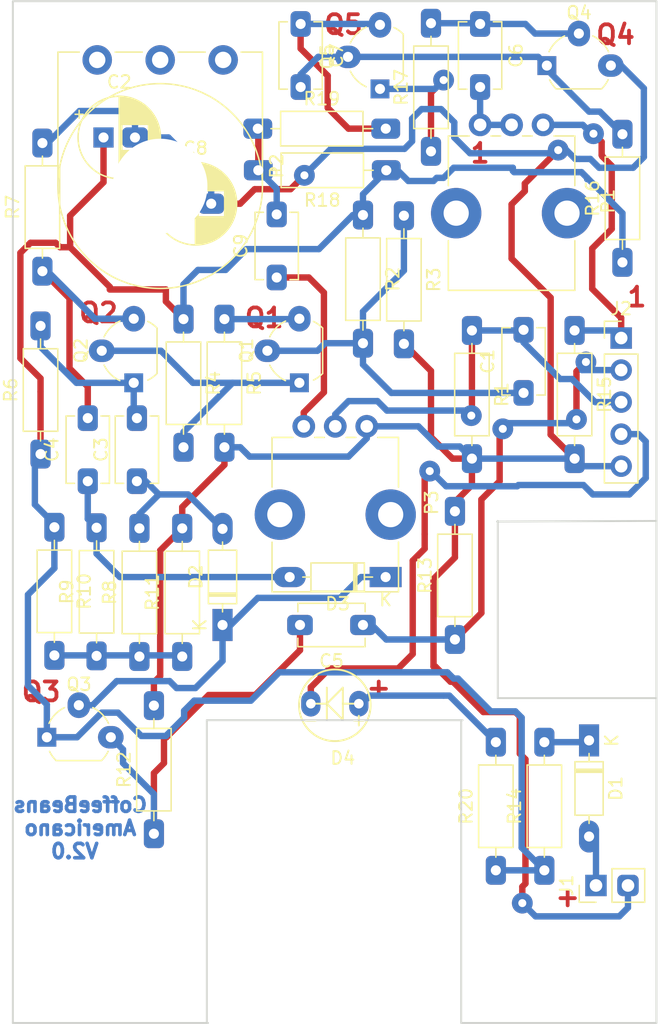
<source format=kicad_pcb>
(kicad_pcb (version 20171130) (host pcbnew "(5.0.2)-1")

  (general
    (thickness 1.6)
    (drawings 32)
    (tracks 345)
    (zones 0)
    (modules 43)
    (nets 28)
  )

  (page A4)
  (layers
    (0 F.Cu signal)
    (31 B.Cu signal)
    (32 B.Adhes user)
    (33 F.Adhes user)
    (34 B.Paste user)
    (35 F.Paste user)
    (36 B.SilkS user)
    (37 F.SilkS user)
    (38 B.Mask user)
    (39 F.Mask user)
    (40 Dwgs.User user)
    (41 Cmts.User user)
    (42 Eco1.User user)
    (43 Eco2.User user)
    (44 Edge.Cuts user)
    (45 Margin user)
    (46 B.CrtYd user)
    (47 F.CrtYd user)
    (48 B.Fab user)
    (49 F.Fab user)
  )

  (setup
    (last_trace_width 0.508)
    (trace_clearance 0.254)
    (zone_clearance 0.508)
    (zone_45_only no)
    (trace_min 0.254)
    (segment_width 0.2)
    (edge_width 0.15)
    (via_size 1.651)
    (via_drill 0.635)
    (via_min_size 1.651)
    (via_min_drill 0.635)
    (uvia_size 0.3)
    (uvia_drill 0.1)
    (uvias_allowed no)
    (uvia_min_size 0.2)
    (uvia_min_drill 0.1)
    (pcb_text_width 0.3)
    (pcb_text_size 1.5 1.5)
    (mod_edge_width 0.15)
    (mod_text_size 1 1)
    (mod_text_width 0.15)
    (pad_size 1.524 1.524)
    (pad_drill 0.762)
    (pad_to_mask_clearance 0.051)
    (solder_mask_min_width 0.25)
    (aux_axis_origin 0 0)
    (visible_elements 7FFFFFFF)
    (pcbplotparams
      (layerselection 0x010fc_ffffffff)
      (usegerberextensions false)
      (usegerberattributes false)
      (usegerberadvancedattributes false)
      (creategerberjobfile false)
      (excludeedgelayer true)
      (linewidth 0.100000)
      (plotframeref false)
      (viasonmask false)
      (mode 1)
      (useauxorigin false)
      (hpglpennumber 1)
      (hpglpenspeed 20)
      (hpglpendiameter 15.000000)
      (psnegative false)
      (psa4output false)
      (plotreference true)
      (plotvalue true)
      (plotinvisibletext false)
      (padsonsilk false)
      (subtractmaskfromsilk false)
      (outputformat 1)
      (mirror false)
      (drillshape 1)
      (scaleselection 1)
      (outputdirectory ""))
  )

  (net 0 "")
  (net 1 AudioInput)
  (net 2 "Net-(C1-Pad1)")
  (net 3 +9V)
  (net 4 GND)
  (net 5 "Net-(C3-Pad1)")
  (net 6 "Net-(C3-Pad2)")
  (net 7 "Net-(C4-Pad1)")
  (net 8 "Net-(C4-Pad2)")
  (net 9 "Net-(C5-Pad2)")
  (net 10 "Net-(D1-Pad2)")
  (net 11 "Net-(Q1-Pad1)")
  (net 12 "Net-(Q1-Pad3)")
  (net 13 "Net-(D2-Pad1)")
  (net 14 "Net-(R10-Pad2)")
  (net 15 FZ_out)
  (net 16 SW_1)
  (net 17 "Net-(C6-Pad1)")
  (net 18 "Net-(C7-Pad2)")
  (net 19 "Net-(C7-Pad1)")
  (net 20 "Net-(C9-Pad2)")
  (net 21 "Net-(D1-Pad1)")
  (net 22 "Net-(C6-Pad2)")
  (net 23 "Net-(C8-Pad1)")
  (net 24 "Net-(C9-Pad1)")
  (net 25 "Net-(D4-Pad2)")
  (net 26 LED-)
  (net 27 "Net-(P2-Pad1)")

  (net_class Default "Dies ist die voreingestellte Netzklasse."
    (clearance 0.254)
    (trace_width 0.508)
    (via_dia 1.651)
    (via_drill 0.635)
    (uvia_dia 0.3)
    (uvia_drill 0.1)
    (diff_pair_gap 0.254)
    (diff_pair_width 0.254)
    (add_net +9V)
    (add_net AudioInput)
    (add_net FZ_out)
    (add_net GND)
    (add_net LED-)
    (add_net "Net-(C1-Pad1)")
    (add_net "Net-(C3-Pad1)")
    (add_net "Net-(C3-Pad2)")
    (add_net "Net-(C4-Pad1)")
    (add_net "Net-(C4-Pad2)")
    (add_net "Net-(C5-Pad2)")
    (add_net "Net-(C6-Pad1)")
    (add_net "Net-(C6-Pad2)")
    (add_net "Net-(C7-Pad1)")
    (add_net "Net-(C7-Pad2)")
    (add_net "Net-(C8-Pad1)")
    (add_net "Net-(C9-Pad1)")
    (add_net "Net-(C9-Pad2)")
    (add_net "Net-(D1-Pad1)")
    (add_net "Net-(D1-Pad2)")
    (add_net "Net-(D2-Pad1)")
    (add_net "Net-(D4-Pad2)")
    (add_net "Net-(P2-Pad1)")
    (add_net "Net-(Q1-Pad1)")
    (add_net "Net-(Q1-Pad3)")
    (add_net "Net-(R10-Pad2)")
    (add_net SW_1)
  )

  (module Potis:Potentiometer_Piher_T-16L_Single_Vertical_Hole (layer F.Cu) (tedit 5A3D4993) (tstamp 5F5B1FB0)
    (at 126.9 69.25 270)
    (descr "Potentiometer, vertical, shaft hole, Piher T-16L Single, http://www.piher-nacesa.com/pdf/22-T16v03.pdf")
    (tags "Potentiometer vertical hole Piher T-16L Single")
    (path /5F59D2AC)
    (fp_text reference P2 (at 8.415 -14.25 270) (layer F.SilkS)
      (effects (font (size 1 1) (thickness 0.15)))
    )
    (fp_text value 1k (at 8.415 4.25 270) (layer F.Fab)
      (effects (font (size 1 1) (thickness 0.15)))
    )
    (fp_circle (center 10 -5) (end 18 -5) (layer F.Fab) (width 0.1))
    (fp_circle (center 10 -5) (end 18.12 -5) (layer F.SilkS) (width 0.12))
    (fp_line (start 10 -13) (end -0.5 -13) (layer F.Fab) (width 0.1))
    (fp_line (start -0.5 -13) (end -0.5 3) (layer F.Fab) (width 0.1))
    (fp_line (start -0.5 3) (end 10 3) (layer F.Fab) (width 0.1))
    (fp_line (start -0.62 -13.12) (end 10 -13.12) (layer F.SilkS) (width 0.12))
    (fp_line (start -0.62 -13.12) (end -0.62 -11.426) (layer F.SilkS) (width 0.12))
    (fp_line (start -0.62 -8.574) (end -0.62 -6.425) (layer F.SilkS) (width 0.12))
    (fp_line (start -0.62 -3.575) (end -0.62 -1.425) (layer F.SilkS) (width 0.12))
    (fp_line (start -0.62 1.425) (end -0.62 3.12) (layer F.SilkS) (width 0.12))
    (fp_line (start -0.62 3.12) (end 10 3.12) (layer F.SilkS) (width 0.12))
    (fp_line (start -1.45 -13.25) (end -1.45 3.25) (layer F.CrtYd) (width 0.05))
    (fp_line (start -1.45 3.25) (end 18.25 3.25) (layer F.CrtYd) (width 0.05))
    (fp_line (start 18.25 3.25) (end 18.25 -13.25) (layer F.CrtYd) (width 0.05))
    (fp_line (start 18.25 -13.25) (end -1.45 -13.25) (layer F.CrtYd) (width 0.05))
    (fp_text user %R (at 0.5 -5) (layer F.Fab)
      (effects (font (size 1 1) (thickness 0.15)))
    )
    (pad 3 thru_hole circle (at 0 -10 270) (size 2.34 2.34) (drill 1.3) (layers *.Cu *.Mask)
      (net 4 GND))
    (pad 2 thru_hole circle (at 0 -5 270) (size 2.34 2.34) (drill 1.3) (layers *.Cu *.Mask)
      (net 23 "Net-(C8-Pad1)"))
    (pad 1 thru_hole circle (at 0 0 270) (size 2.34 2.34) (drill 1.3) (layers *.Cu *.Mask)
      (net 27 "Net-(P2-Pad1)"))
    (pad "" np_thru_hole circle (at 10 -5 270) (size 7.5 7.5) (drill 7.5) (layers *.Cu *.Mask))
    (model ${KISYS3DMOD}/Potentiometer_THT.3dshapes/Potentiometer_Piher_T-16L_Single_Vertical_Hole.wrl
      (at (xyz 0 0 0))
      (scale (xyz 1 1 1))
      (rotate (xyz 0 0 0))
    )
  )

  (module Potis:Potentiometer_Alps_RK09K_Single_Vertical (layer F.Cu) (tedit 5A3D4993) (tstamp 5F58907D)
    (at 157.3 74.4 270)
    (descr "Potentiometer, vertical, Alps RK09K Single, http://www.alps.com/prod/info/E/HTML/Potentiometer/RotaryPotentiometers/RK09K/RK09K_list.html")
    (tags "Potentiometer vertical Alps RK09K Single")
    (path /5F58BF7A)
    (fp_text reference P1 (at 6.05 -10.15 270) (layer F.SilkS)
      (effects (font (size 1 1) (thickness 0.15)))
    )
    (fp_text value 100k (at 6.05 5.15 270) (layer F.Fab)
      (effects (font (size 1 1) (thickness 0.15)))
    )
    (fp_circle (center 7.5 -2.5) (end 10.5 -2.5) (layer F.Fab) (width 0.1))
    (fp_line (start 1 -7.4) (end 1 2.4) (layer F.Fab) (width 0.1))
    (fp_line (start 1 2.4) (end 13 2.4) (layer F.Fab) (width 0.1))
    (fp_line (start 13 2.4) (end 13 -7.4) (layer F.Fab) (width 0.1))
    (fp_line (start 13 -7.4) (end 1 -7.4) (layer F.Fab) (width 0.1))
    (fp_line (start 0.88 -7.521) (end 4.817 -7.521) (layer F.SilkS) (width 0.12))
    (fp_line (start 9.184 -7.521) (end 13.12 -7.521) (layer F.SilkS) (width 0.12))
    (fp_line (start 0.88 2.52) (end 4.817 2.52) (layer F.SilkS) (width 0.12))
    (fp_line (start 9.184 2.52) (end 13.12 2.52) (layer F.SilkS) (width 0.12))
    (fp_line (start 0.88 -7.521) (end 0.88 -5.871) (layer F.SilkS) (width 0.12))
    (fp_line (start 0.88 -4.129) (end 0.88 -3.37) (layer F.SilkS) (width 0.12))
    (fp_line (start 0.88 -1.629) (end 0.88 -0.87) (layer F.SilkS) (width 0.12))
    (fp_line (start 0.88 0.87) (end 0.88 2.52) (layer F.SilkS) (width 0.12))
    (fp_line (start 13.12 -7.521) (end 13.12 2.52) (layer F.SilkS) (width 0.12))
    (fp_line (start -1.15 -9.15) (end -1.15 4.15) (layer F.CrtYd) (width 0.05))
    (fp_line (start -1.15 4.15) (end 13.25 4.15) (layer F.CrtYd) (width 0.05))
    (fp_line (start 13.25 4.15) (end 13.25 -9.15) (layer F.CrtYd) (width 0.05))
    (fp_line (start 13.25 -9.15) (end -1.15 -9.15) (layer F.CrtYd) (width 0.05))
    (fp_text user %R (at 2 -2.5) (layer F.Fab)
      (effects (font (size 1 1) (thickness 0.15)))
    )
    (pad 3 thru_hole circle (at 0 -5 270) (size 1.8 1.8) (drill 1) (layers *.Cu *.Mask)
      (net 1 AudioInput))
    (pad 2 thru_hole circle (at 0 -2.5 270) (size 1.8 1.8) (drill 1) (layers *.Cu *.Mask)
      (net 22 "Net-(C6-Pad2)"))
    (pad 1 thru_hole circle (at 0 0 270) (size 1.8 1.8) (drill 1) (layers *.Cu *.Mask)
      (net 22 "Net-(C6-Pad2)"))
    (pad "" np_thru_hole circle (at 7 -6.9 270) (size 4 4) (drill 2) (layers *.Cu *.Mask))
    (pad "" np_thru_hole circle (at 7 1.9 270) (size 4 4) (drill 2) (layers *.Cu *.Mask))
    (model ${KISYS3DMOD}/Potentiometer_THT.3dshapes/Potentiometer_Alps_RK09K_Single_Vertical.wrl
      (at (xyz 0 0 0))
      (scale (xyz 1 1 1))
      (rotate (xyz 0 0 0))
    )
  )

  (module NilsLib:Kondensator_Keramik (layer F.Cu) (tedit 5F58A94E) (tstamp 5F58CB4F)
    (at 160.75 95.65 90)
    (descr "C, Disc series, Radial, pin pitch=5.00mm, , diameter*width=5.1*3.2mm^2, Capacitor, http://www.vishay.com/docs/45233/krseries.pdf")
    (tags "C Disc series Radial pin pitch 5.00mm  diameter 5.1mm width 3.2mm Capacitor")
    (path /5F3BE7FC)
    (fp_text reference C1 (at 2.5 -2.85 90) (layer F.SilkS)
      (effects (font (size 1 1) (thickness 0.15)))
    )
    (fp_text value 47n (at 2.75 1.5 90) (layer F.Fab)
      (effects (font (size 1 1) (thickness 0.15)))
    )
    (fp_line (start -0.05 -1.6) (end -0.05 1.6) (layer F.Fab) (width 0.1))
    (fp_line (start -0.05 1.6) (end 5.05 1.6) (layer F.Fab) (width 0.1))
    (fp_line (start 5.05 1.6) (end 5.05 -1.6) (layer F.Fab) (width 0.1))
    (fp_line (start 5.05 -1.6) (end -0.05 -1.6) (layer F.Fab) (width 0.1))
    (fp_line (start -0.17 -1.721) (end 5.17 -1.721) (layer F.SilkS) (width 0.12))
    (fp_line (start -0.17 1.721) (end 5.17 1.721) (layer F.SilkS) (width 0.12))
    (fp_line (start -0.17 -1.721) (end -0.17 -1.055) (layer F.SilkS) (width 0.12))
    (fp_line (start -0.17 1.055) (end -0.17 1.721) (layer F.SilkS) (width 0.12))
    (fp_line (start 5.17 -1.721) (end 5.17 -1.055) (layer F.SilkS) (width 0.12))
    (fp_line (start 5.17 1.055) (end 5.17 1.721) (layer F.SilkS) (width 0.12))
    (fp_line (start -1.05 -1.85) (end -1.05 1.85) (layer F.CrtYd) (width 0.05))
    (fp_line (start -1.05 1.85) (end 6.05 1.85) (layer F.CrtYd) (width 0.05))
    (fp_line (start 6.05 1.85) (end 6.05 -1.85) (layer F.CrtYd) (width 0.05))
    (fp_line (start 6.05 -1.85) (end -1.05 -1.85) (layer F.CrtYd) (width 0.05))
    (fp_text user %R (at 2.55 -1.25 90) (layer F.Fab)
      (effects (font (size 1 1) (thickness 0.15)))
    )
    (pad 1 thru_hole roundrect (at 0 0 90) (size 2.032 1.6) (drill 0.8) (layers *.Cu *.Mask) (roundrect_rratio 0.25)
      (net 2 "Net-(C1-Pad1)"))
    (pad 2 thru_hole roundrect (at 5 0 90) (size 2.032 1.6) (drill 0.8) (layers *.Cu *.Mask) (roundrect_rratio 0.25)
      (net 15 FZ_out))
    (model ${KISYS3DMOD}/Capacitor_THT.3dshapes/C_Disc_D5.1mm_W3.2mm_P5.00mm.wrl
      (at (xyz 0 0 0))
      (scale (xyz 1 1 1))
      (rotate (xyz 0 0 0))
    )
  )

  (module NilsLib:Elko_D6.3mm_P2.50mm (layer F.Cu) (tedit 5B891008) (tstamp 5F58CBE3)
    (at 127.4 75.4)
    (descr "CP, Radial series, Radial, pin pitch=2.50mm, , diameter=6.3mm, Electrolytic Capacitor")
    (tags "CP Radial series Radial pin pitch 2.50mm  diameter 6.3mm Electrolytic Capacitor")
    (path /5F3BEECA)
    (fp_text reference C2 (at 1.25 -4.4) (layer F.SilkS)
      (effects (font (size 1 1) (thickness 0.15)))
    )
    (fp_text value 100u (at 1.25 4.4) (layer F.Fab)
      (effects (font (size 1 1) (thickness 0.15)))
    )
    (fp_circle (center 1.25 0) (end 4.4 0) (layer F.Fab) (width 0.1))
    (fp_circle (center 1.25 0) (end 4.52 0) (layer F.SilkS) (width 0.12))
    (fp_circle (center 1.25 0) (end 4.65 0) (layer F.CrtYd) (width 0.05))
    (fp_line (start -1.443972 -1.3735) (end -0.813972 -1.3735) (layer F.Fab) (width 0.1))
    (fp_line (start -1.128972 -1.6885) (end -1.128972 -1.0585) (layer F.Fab) (width 0.1))
    (fp_line (start 1.25 -3.23) (end 1.25 3.23) (layer F.SilkS) (width 0.12))
    (fp_line (start 1.29 -3.23) (end 1.29 3.23) (layer F.SilkS) (width 0.12))
    (fp_line (start 1.33 -3.23) (end 1.33 3.23) (layer F.SilkS) (width 0.12))
    (fp_line (start 1.37 -3.228) (end 1.37 3.228) (layer F.SilkS) (width 0.12))
    (fp_line (start 1.41 -3.227) (end 1.41 3.227) (layer F.SilkS) (width 0.12))
    (fp_line (start 1.45 -3.224) (end 1.45 3.224) (layer F.SilkS) (width 0.12))
    (fp_line (start 1.49 -3.222) (end 1.49 -1.04) (layer F.SilkS) (width 0.12))
    (fp_line (start 1.49 1.04) (end 1.49 3.222) (layer F.SilkS) (width 0.12))
    (fp_line (start 1.53 -3.218) (end 1.53 -1.04) (layer F.SilkS) (width 0.12))
    (fp_line (start 1.53 1.04) (end 1.53 3.218) (layer F.SilkS) (width 0.12))
    (fp_line (start 1.57 -3.215) (end 1.57 -1.04) (layer F.SilkS) (width 0.12))
    (fp_line (start 1.57 1.04) (end 1.57 3.215) (layer F.SilkS) (width 0.12))
    (fp_line (start 1.61 -3.211) (end 1.61 -1.04) (layer F.SilkS) (width 0.12))
    (fp_line (start 1.61 1.04) (end 1.61 3.211) (layer F.SilkS) (width 0.12))
    (fp_line (start 1.65 -3.206) (end 1.65 -1.04) (layer F.SilkS) (width 0.12))
    (fp_line (start 1.65 1.04) (end 1.65 3.206) (layer F.SilkS) (width 0.12))
    (fp_line (start 1.69 -3.201) (end 1.69 -1.04) (layer F.SilkS) (width 0.12))
    (fp_line (start 1.69 1.04) (end 1.69 3.201) (layer F.SilkS) (width 0.12))
    (fp_line (start 1.73 -3.195) (end 1.73 -1.04) (layer F.SilkS) (width 0.12))
    (fp_line (start 1.73 1.04) (end 1.73 3.195) (layer F.SilkS) (width 0.12))
    (fp_line (start 1.77 -3.189) (end 1.77 -1.04) (layer F.SilkS) (width 0.12))
    (fp_line (start 1.77 1.04) (end 1.77 3.189) (layer F.SilkS) (width 0.12))
    (fp_line (start 1.81 -3.182) (end 1.81 -1.04) (layer F.SilkS) (width 0.12))
    (fp_line (start 1.81 1.04) (end 1.81 3.182) (layer F.SilkS) (width 0.12))
    (fp_line (start 1.85 -3.175) (end 1.85 -1.04) (layer F.SilkS) (width 0.12))
    (fp_line (start 1.85 1.04) (end 1.85 3.175) (layer F.SilkS) (width 0.12))
    (fp_line (start 1.89 -3.167) (end 1.89 -1.04) (layer F.SilkS) (width 0.12))
    (fp_line (start 1.89 1.04) (end 1.89 3.167) (layer F.SilkS) (width 0.12))
    (fp_line (start 1.93 -3.159) (end 1.93 -1.04) (layer F.SilkS) (width 0.12))
    (fp_line (start 1.93 1.04) (end 1.93 3.159) (layer F.SilkS) (width 0.12))
    (fp_line (start 1.971 -3.15) (end 1.971 -1.04) (layer F.SilkS) (width 0.12))
    (fp_line (start 1.971 1.04) (end 1.971 3.15) (layer F.SilkS) (width 0.12))
    (fp_line (start 2.011 -3.141) (end 2.011 -1.04) (layer F.SilkS) (width 0.12))
    (fp_line (start 2.011 1.04) (end 2.011 3.141) (layer F.SilkS) (width 0.12))
    (fp_line (start 2.051 -3.131) (end 2.051 -1.04) (layer F.SilkS) (width 0.12))
    (fp_line (start 2.051 1.04) (end 2.051 3.131) (layer F.SilkS) (width 0.12))
    (fp_line (start 2.091 -3.121) (end 2.091 -1.04) (layer F.SilkS) (width 0.12))
    (fp_line (start 2.091 1.04) (end 2.091 3.121) (layer F.SilkS) (width 0.12))
    (fp_line (start 2.131 -3.11) (end 2.131 -1.04) (layer F.SilkS) (width 0.12))
    (fp_line (start 2.131 1.04) (end 2.131 3.11) (layer F.SilkS) (width 0.12))
    (fp_line (start 2.171 -3.098) (end 2.171 -1.04) (layer F.SilkS) (width 0.12))
    (fp_line (start 2.171 1.04) (end 2.171 3.098) (layer F.SilkS) (width 0.12))
    (fp_line (start 2.211 -3.086) (end 2.211 -1.04) (layer F.SilkS) (width 0.12))
    (fp_line (start 2.211 1.04) (end 2.211 3.086) (layer F.SilkS) (width 0.12))
    (fp_line (start 2.251 -3.074) (end 2.251 -1.04) (layer F.SilkS) (width 0.12))
    (fp_line (start 2.251 1.04) (end 2.251 3.074) (layer F.SilkS) (width 0.12))
    (fp_line (start 2.291 -3.061) (end 2.291 -1.04) (layer F.SilkS) (width 0.12))
    (fp_line (start 2.291 1.04) (end 2.291 3.061) (layer F.SilkS) (width 0.12))
    (fp_line (start 2.331 -3.047) (end 2.331 -1.04) (layer F.SilkS) (width 0.12))
    (fp_line (start 2.331 1.04) (end 2.331 3.047) (layer F.SilkS) (width 0.12))
    (fp_line (start 2.371 -3.033) (end 2.371 -1.04) (layer F.SilkS) (width 0.12))
    (fp_line (start 2.371 1.04) (end 2.371 3.033) (layer F.SilkS) (width 0.12))
    (fp_line (start 2.411 -3.018) (end 2.411 -1.04) (layer F.SilkS) (width 0.12))
    (fp_line (start 2.411 1.04) (end 2.411 3.018) (layer F.SilkS) (width 0.12))
    (fp_line (start 2.451 -3.002) (end 2.451 -1.04) (layer F.SilkS) (width 0.12))
    (fp_line (start 2.451 1.04) (end 2.451 3.002) (layer F.SilkS) (width 0.12))
    (fp_line (start 2.491 -2.986) (end 2.491 -1.04) (layer F.SilkS) (width 0.12))
    (fp_line (start 2.491 1.04) (end 2.491 2.986) (layer F.SilkS) (width 0.12))
    (fp_line (start 2.531 -2.97) (end 2.531 -1.04) (layer F.SilkS) (width 0.12))
    (fp_line (start 2.531 1.04) (end 2.531 2.97) (layer F.SilkS) (width 0.12))
    (fp_line (start 2.571 -2.952) (end 2.571 -1.04) (layer F.SilkS) (width 0.12))
    (fp_line (start 2.571 1.04) (end 2.571 2.952) (layer F.SilkS) (width 0.12))
    (fp_line (start 2.611 -2.934) (end 2.611 -1.04) (layer F.SilkS) (width 0.12))
    (fp_line (start 2.611 1.04) (end 2.611 2.934) (layer F.SilkS) (width 0.12))
    (fp_line (start 2.651 -2.916) (end 2.651 -1.04) (layer F.SilkS) (width 0.12))
    (fp_line (start 2.651 1.04) (end 2.651 2.916) (layer F.SilkS) (width 0.12))
    (fp_line (start 2.691 -2.896) (end 2.691 -1.04) (layer F.SilkS) (width 0.12))
    (fp_line (start 2.691 1.04) (end 2.691 2.896) (layer F.SilkS) (width 0.12))
    (fp_line (start 2.731 -2.876) (end 2.731 -1.04) (layer F.SilkS) (width 0.12))
    (fp_line (start 2.731 1.04) (end 2.731 2.876) (layer F.SilkS) (width 0.12))
    (fp_line (start 2.771 -2.856) (end 2.771 -1.04) (layer F.SilkS) (width 0.12))
    (fp_line (start 2.771 1.04) (end 2.771 2.856) (layer F.SilkS) (width 0.12))
    (fp_line (start 2.811 -2.834) (end 2.811 -1.04) (layer F.SilkS) (width 0.12))
    (fp_line (start 2.811 1.04) (end 2.811 2.834) (layer F.SilkS) (width 0.12))
    (fp_line (start 2.851 -2.812) (end 2.851 -1.04) (layer F.SilkS) (width 0.12))
    (fp_line (start 2.851 1.04) (end 2.851 2.812) (layer F.SilkS) (width 0.12))
    (fp_line (start 2.891 -2.79) (end 2.891 -1.04) (layer F.SilkS) (width 0.12))
    (fp_line (start 2.891 1.04) (end 2.891 2.79) (layer F.SilkS) (width 0.12))
    (fp_line (start 2.931 -2.766) (end 2.931 -1.04) (layer F.SilkS) (width 0.12))
    (fp_line (start 2.931 1.04) (end 2.931 2.766) (layer F.SilkS) (width 0.12))
    (fp_line (start 2.971 -2.742) (end 2.971 -1.04) (layer F.SilkS) (width 0.12))
    (fp_line (start 2.971 1.04) (end 2.971 2.742) (layer F.SilkS) (width 0.12))
    (fp_line (start 3.011 -2.716) (end 3.011 -1.04) (layer F.SilkS) (width 0.12))
    (fp_line (start 3.011 1.04) (end 3.011 2.716) (layer F.SilkS) (width 0.12))
    (fp_line (start 3.051 -2.69) (end 3.051 -1.04) (layer F.SilkS) (width 0.12))
    (fp_line (start 3.051 1.04) (end 3.051 2.69) (layer F.SilkS) (width 0.12))
    (fp_line (start 3.091 -2.664) (end 3.091 -1.04) (layer F.SilkS) (width 0.12))
    (fp_line (start 3.091 1.04) (end 3.091 2.664) (layer F.SilkS) (width 0.12))
    (fp_line (start 3.131 -2.636) (end 3.131 -1.04) (layer F.SilkS) (width 0.12))
    (fp_line (start 3.131 1.04) (end 3.131 2.636) (layer F.SilkS) (width 0.12))
    (fp_line (start 3.171 -2.607) (end 3.171 -1.04) (layer F.SilkS) (width 0.12))
    (fp_line (start 3.171 1.04) (end 3.171 2.607) (layer F.SilkS) (width 0.12))
    (fp_line (start 3.211 -2.578) (end 3.211 -1.04) (layer F.SilkS) (width 0.12))
    (fp_line (start 3.211 1.04) (end 3.211 2.578) (layer F.SilkS) (width 0.12))
    (fp_line (start 3.251 -2.548) (end 3.251 -1.04) (layer F.SilkS) (width 0.12))
    (fp_line (start 3.251 1.04) (end 3.251 2.548) (layer F.SilkS) (width 0.12))
    (fp_line (start 3.291 -2.516) (end 3.291 -1.04) (layer F.SilkS) (width 0.12))
    (fp_line (start 3.291 1.04) (end 3.291 2.516) (layer F.SilkS) (width 0.12))
    (fp_line (start 3.331 -2.484) (end 3.331 -1.04) (layer F.SilkS) (width 0.12))
    (fp_line (start 3.331 1.04) (end 3.331 2.484) (layer F.SilkS) (width 0.12))
    (fp_line (start 3.371 -2.45) (end 3.371 -1.04) (layer F.SilkS) (width 0.12))
    (fp_line (start 3.371 1.04) (end 3.371 2.45) (layer F.SilkS) (width 0.12))
    (fp_line (start 3.411 -2.416) (end 3.411 -1.04) (layer F.SilkS) (width 0.12))
    (fp_line (start 3.411 1.04) (end 3.411 2.416) (layer F.SilkS) (width 0.12))
    (fp_line (start 3.451 -2.38) (end 3.451 -1.04) (layer F.SilkS) (width 0.12))
    (fp_line (start 3.451 1.04) (end 3.451 2.38) (layer F.SilkS) (width 0.12))
    (fp_line (start 3.491 -2.343) (end 3.491 -1.04) (layer F.SilkS) (width 0.12))
    (fp_line (start 3.491 1.04) (end 3.491 2.343) (layer F.SilkS) (width 0.12))
    (fp_line (start 3.531 -2.305) (end 3.531 -1.04) (layer F.SilkS) (width 0.12))
    (fp_line (start 3.531 1.04) (end 3.531 2.305) (layer F.SilkS) (width 0.12))
    (fp_line (start 3.571 -2.265) (end 3.571 2.265) (layer F.SilkS) (width 0.12))
    (fp_line (start 3.611 -2.224) (end 3.611 2.224) (layer F.SilkS) (width 0.12))
    (fp_line (start 3.651 -2.182) (end 3.651 2.182) (layer F.SilkS) (width 0.12))
    (fp_line (start 3.691 -2.137) (end 3.691 2.137) (layer F.SilkS) (width 0.12))
    (fp_line (start 3.731 -2.092) (end 3.731 2.092) (layer F.SilkS) (width 0.12))
    (fp_line (start 3.771 -2.044) (end 3.771 2.044) (layer F.SilkS) (width 0.12))
    (fp_line (start 3.811 -1.995) (end 3.811 1.995) (layer F.SilkS) (width 0.12))
    (fp_line (start 3.851 -1.944) (end 3.851 1.944) (layer F.SilkS) (width 0.12))
    (fp_line (start 3.891 -1.89) (end 3.891 1.89) (layer F.SilkS) (width 0.12))
    (fp_line (start 3.931 -1.834) (end 3.931 1.834) (layer F.SilkS) (width 0.12))
    (fp_line (start 3.971 -1.776) (end 3.971 1.776) (layer F.SilkS) (width 0.12))
    (fp_line (start 4.011 -1.714) (end 4.011 1.714) (layer F.SilkS) (width 0.12))
    (fp_line (start 4.051 -1.65) (end 4.051 1.65) (layer F.SilkS) (width 0.12))
    (fp_line (start 4.091 -1.581) (end 4.091 1.581) (layer F.SilkS) (width 0.12))
    (fp_line (start 4.131 -1.509) (end 4.131 1.509) (layer F.SilkS) (width 0.12))
    (fp_line (start 4.171 -1.432) (end 4.171 1.432) (layer F.SilkS) (width 0.12))
    (fp_line (start 4.211 -1.35) (end 4.211 1.35) (layer F.SilkS) (width 0.12))
    (fp_line (start 4.251 -1.262) (end 4.251 1.262) (layer F.SilkS) (width 0.12))
    (fp_line (start 4.291 -1.165) (end 4.291 1.165) (layer F.SilkS) (width 0.12))
    (fp_line (start 4.331 -1.059) (end 4.331 1.059) (layer F.SilkS) (width 0.12))
    (fp_line (start 4.371 -0.94) (end 4.371 0.94) (layer F.SilkS) (width 0.12))
    (fp_line (start 4.411 -0.802) (end 4.411 0.802) (layer F.SilkS) (width 0.12))
    (fp_line (start 4.451 -0.633) (end 4.451 0.633) (layer F.SilkS) (width 0.12))
    (fp_line (start 4.491 -0.402) (end 4.491 0.402) (layer F.SilkS) (width 0.12))
    (fp_line (start -2.250241 -1.839) (end -1.620241 -1.839) (layer F.SilkS) (width 0.12))
    (fp_line (start -1.935241 -2.154) (end -1.935241 -1.524) (layer F.SilkS) (width 0.12))
    (fp_text user %R (at 1.25 0) (layer F.Fab)
      (effects (font (size 1 1) (thickness 0.15)))
    )
    (pad 1 thru_hole rect (at 0 0) (size 1.6 1.6) (drill 0.8) (layers *.Cu *.Mask)
      (net 3 +9V))
    (pad 2 thru_hole roundrect (at 2.5 0) (size 2.032 1.6) (drill 0.8) (layers *.Cu *.Mask) (roundrect_rratio 0.25)
      (net 4 GND))
    (model ${KISYS3DMOD}/Capacitor_THT.3dshapes/CP_Radial_D6.3mm_P2.50mm.wrl
      (at (xyz 0 0 0))
      (scale (xyz 1 1 1))
      (rotate (xyz 0 0 0))
    )
  )

  (module NilsLib:Kondensator_Keramik (layer F.Cu) (tedit 5B891078) (tstamp 5F58CBF8)
    (at 130.05 102.65 90)
    (descr "C, Disc series, Radial, pin pitch=5.00mm, , diameter*width=5.1*3.2mm^2, Capacitor, http://www.vishay.com/docs/45233/krseries.pdf")
    (tags "C Disc series Radial pin pitch 5.00mm  diameter 5.1mm width 3.2mm Capacitor")
    (path /5F3C0F3C)
    (fp_text reference C3 (at 2.5 -2.85 90) (layer F.SilkS)
      (effects (font (size 1 1) (thickness 0.15)))
    )
    (fp_text value 47n (at 2.5 2.85 90) (layer F.Fab)
      (effects (font (size 1 1) (thickness 0.15)))
    )
    (fp_line (start -0.05 -1.6) (end -0.05 1.6) (layer F.Fab) (width 0.1))
    (fp_line (start -0.05 1.6) (end 5.05 1.6) (layer F.Fab) (width 0.1))
    (fp_line (start 5.05 1.6) (end 5.05 -1.6) (layer F.Fab) (width 0.1))
    (fp_line (start 5.05 -1.6) (end -0.05 -1.6) (layer F.Fab) (width 0.1))
    (fp_line (start -0.17 -1.721) (end 5.17 -1.721) (layer F.SilkS) (width 0.12))
    (fp_line (start -0.17 1.721) (end 5.17 1.721) (layer F.SilkS) (width 0.12))
    (fp_line (start -0.17 -1.721) (end -0.17 -1.055) (layer F.SilkS) (width 0.12))
    (fp_line (start -0.17 1.055) (end -0.17 1.721) (layer F.SilkS) (width 0.12))
    (fp_line (start 5.17 -1.721) (end 5.17 -1.055) (layer F.SilkS) (width 0.12))
    (fp_line (start 5.17 1.055) (end 5.17 1.721) (layer F.SilkS) (width 0.12))
    (fp_line (start -1.05 -1.85) (end -1.05 1.85) (layer F.CrtYd) (width 0.05))
    (fp_line (start -1.05 1.85) (end 6.05 1.85) (layer F.CrtYd) (width 0.05))
    (fp_line (start 6.05 1.85) (end 6.05 -1.85) (layer F.CrtYd) (width 0.05))
    (fp_line (start 6.05 -1.85) (end -1.05 -1.85) (layer F.CrtYd) (width 0.05))
    (fp_text user %R (at 2.5 0 90) (layer F.Fab)
      (effects (font (size 1 1) (thickness 0.15)))
    )
    (pad 1 thru_hole roundrect (at 0 0 90) (size 2.032 1.6) (drill 0.8) (layers *.Cu *.Mask) (roundrect_rratio 0.25)
      (net 5 "Net-(C3-Pad1)"))
    (pad 2 thru_hole roundrect (at 5 0 90) (size 2.032 1.6) (drill 0.8) (layers *.Cu *.Mask) (roundrect_rratio 0.25)
      (net 6 "Net-(C3-Pad2)"))
    (model ${KISYS3DMOD}/Capacitor_THT.3dshapes/C_Disc_D5.1mm_W3.2mm_P5.00mm.wrl
      (at (xyz 0 0 0))
      (scale (xyz 1 1 1))
      (rotate (xyz 0 0 0))
    )
  )

  (module NilsLib:Kondensator_Keramik (layer F.Cu) (tedit 5B891078) (tstamp 5F58CC0D)
    (at 126.15 102.65 90)
    (descr "C, Disc series, Radial, pin pitch=5.00mm, , diameter*width=5.1*3.2mm^2, Capacitor, http://www.vishay.com/docs/45233/krseries.pdf")
    (tags "C Disc series Radial pin pitch 5.00mm  diameter 5.1mm width 3.2mm Capacitor")
    (path /5F3C130B)
    (fp_text reference C4 (at 2.5 -2.85 90) (layer F.SilkS)
      (effects (font (size 1 1) (thickness 0.15)))
    )
    (fp_text value 47n (at 2.5 2.85 90) (layer F.Fab)
      (effects (font (size 1 1) (thickness 0.15)))
    )
    (fp_text user %R (at 2.5 0 90) (layer F.Fab)
      (effects (font (size 1 1) (thickness 0.15)))
    )
    (fp_line (start 6.05 -1.85) (end -1.05 -1.85) (layer F.CrtYd) (width 0.05))
    (fp_line (start 6.05 1.85) (end 6.05 -1.85) (layer F.CrtYd) (width 0.05))
    (fp_line (start -1.05 1.85) (end 6.05 1.85) (layer F.CrtYd) (width 0.05))
    (fp_line (start -1.05 -1.85) (end -1.05 1.85) (layer F.CrtYd) (width 0.05))
    (fp_line (start 5.17 1.055) (end 5.17 1.721) (layer F.SilkS) (width 0.12))
    (fp_line (start 5.17 -1.721) (end 5.17 -1.055) (layer F.SilkS) (width 0.12))
    (fp_line (start -0.17 1.055) (end -0.17 1.721) (layer F.SilkS) (width 0.12))
    (fp_line (start -0.17 -1.721) (end -0.17 -1.055) (layer F.SilkS) (width 0.12))
    (fp_line (start -0.17 1.721) (end 5.17 1.721) (layer F.SilkS) (width 0.12))
    (fp_line (start -0.17 -1.721) (end 5.17 -1.721) (layer F.SilkS) (width 0.12))
    (fp_line (start 5.05 -1.6) (end -0.05 -1.6) (layer F.Fab) (width 0.1))
    (fp_line (start 5.05 1.6) (end 5.05 -1.6) (layer F.Fab) (width 0.1))
    (fp_line (start -0.05 1.6) (end 5.05 1.6) (layer F.Fab) (width 0.1))
    (fp_line (start -0.05 -1.6) (end -0.05 1.6) (layer F.Fab) (width 0.1))
    (pad 2 thru_hole roundrect (at 5 0 90) (size 2.032 1.6) (drill 0.8) (layers *.Cu *.Mask) (roundrect_rratio 0.25)
      (net 8 "Net-(C4-Pad2)"))
    (pad 1 thru_hole roundrect (at 0 0 90) (size 2.032 1.6) (drill 0.8) (layers *.Cu *.Mask) (roundrect_rratio 0.25)
      (net 7 "Net-(C4-Pad1)"))
    (model ${KISYS3DMOD}/Capacitor_THT.3dshapes/C_Disc_D5.1mm_W3.2mm_P5.00mm.wrl
      (at (xyz 0 0 0))
      (scale (xyz 1 1 1))
      (rotate (xyz 0 0 0))
    )
  )

  (module NilsLib:Kondensator_Keramik (layer F.Cu) (tedit 5B891078) (tstamp 5F58CC22)
    (at 148 114.05 180)
    (descr "C, Disc series, Radial, pin pitch=5.00mm, , diameter*width=5.1*3.2mm^2, Capacitor, http://www.vishay.com/docs/45233/krseries.pdf")
    (tags "C Disc series Radial pin pitch 5.00mm  diameter 5.1mm width 3.2mm Capacitor")
    (path /5F3C8645)
    (fp_text reference C5 (at 2.5 -2.85 180) (layer F.SilkS)
      (effects (font (size 1 1) (thickness 0.15)))
    )
    (fp_text value 100n (at 2.5 2.85 180) (layer F.Fab)
      (effects (font (size 1 1) (thickness 0.15)))
    )
    (fp_text user %R (at 2.5 0 180) (layer F.Fab)
      (effects (font (size 1 1) (thickness 0.15)))
    )
    (fp_line (start 6.05 -1.85) (end -1.05 -1.85) (layer F.CrtYd) (width 0.05))
    (fp_line (start 6.05 1.85) (end 6.05 -1.85) (layer F.CrtYd) (width 0.05))
    (fp_line (start -1.05 1.85) (end 6.05 1.85) (layer F.CrtYd) (width 0.05))
    (fp_line (start -1.05 -1.85) (end -1.05 1.85) (layer F.CrtYd) (width 0.05))
    (fp_line (start 5.17 1.055) (end 5.17 1.721) (layer F.SilkS) (width 0.12))
    (fp_line (start 5.17 -1.721) (end 5.17 -1.055) (layer F.SilkS) (width 0.12))
    (fp_line (start -0.17 1.055) (end -0.17 1.721) (layer F.SilkS) (width 0.12))
    (fp_line (start -0.17 -1.721) (end -0.17 -1.055) (layer F.SilkS) (width 0.12))
    (fp_line (start -0.17 1.721) (end 5.17 1.721) (layer F.SilkS) (width 0.12))
    (fp_line (start -0.17 -1.721) (end 5.17 -1.721) (layer F.SilkS) (width 0.12))
    (fp_line (start 5.05 -1.6) (end -0.05 -1.6) (layer F.Fab) (width 0.1))
    (fp_line (start 5.05 1.6) (end 5.05 -1.6) (layer F.Fab) (width 0.1))
    (fp_line (start -0.05 1.6) (end 5.05 1.6) (layer F.Fab) (width 0.1))
    (fp_line (start -0.05 -1.6) (end -0.05 1.6) (layer F.Fab) (width 0.1))
    (pad 2 thru_hole roundrect (at 5 0 180) (size 2.032 1.6) (drill 0.8) (layers *.Cu *.Mask) (roundrect_rratio 0.25)
      (net 9 "Net-(C5-Pad2)"))
    (pad 1 thru_hole roundrect (at 0 0 180) (size 2.032 1.6) (drill 0.8) (layers *.Cu *.Mask) (roundrect_rratio 0.25)
      (net 16 SW_1))
    (model ${KISYS3DMOD}/Capacitor_THT.3dshapes/C_Disc_D5.1mm_W3.2mm_P5.00mm.wrl
      (at (xyz 0 0 0))
      (scale (xyz 1 1 1))
      (rotate (xyz 0 0 0))
    )
  )

  (module NilsLib:Kondensator_Keramik (layer F.Cu) (tedit 5F58A7CB) (tstamp 5F58CC37)
    (at 157.3 66.4 270)
    (descr "C, Disc series, Radial, pin pitch=5.00mm, , diameter*width=5.1*3.2mm^2, Capacitor, http://www.vishay.com/docs/45233/krseries.pdf")
    (tags "C Disc series Radial pin pitch 5.00mm  diameter 5.1mm width 3.2mm Capacitor")
    (path /5F56D83A)
    (fp_text reference C6 (at 2.5 -2.85 270) (layer F.SilkS)
      (effects (font (size 1 1) (thickness 0.15)))
    )
    (fp_text value 220n (at 2.5 -1.3 270) (layer F.Fab)
      (effects (font (size 1 1) (thickness 0.15)))
    )
    (fp_line (start -0.05 -1.6) (end -0.05 1.6) (layer F.Fab) (width 0.1))
    (fp_line (start -0.05 1.6) (end 5.05 1.6) (layer F.Fab) (width 0.1))
    (fp_line (start 5.05 1.6) (end 5.05 -1.6) (layer F.Fab) (width 0.1))
    (fp_line (start 5.05 -1.6) (end -0.05 -1.6) (layer F.Fab) (width 0.1))
    (fp_line (start -0.17 -1.721) (end 5.17 -1.721) (layer F.SilkS) (width 0.12))
    (fp_line (start -0.17 1.721) (end 5.17 1.721) (layer F.SilkS) (width 0.12))
    (fp_line (start -0.17 -1.721) (end -0.17 -1.055) (layer F.SilkS) (width 0.12))
    (fp_line (start -0.17 1.055) (end -0.17 1.721) (layer F.SilkS) (width 0.12))
    (fp_line (start 5.17 -1.721) (end 5.17 -1.055) (layer F.SilkS) (width 0.12))
    (fp_line (start 5.17 1.055) (end 5.17 1.721) (layer F.SilkS) (width 0.12))
    (fp_line (start -1.05 -1.85) (end -1.05 1.85) (layer F.CrtYd) (width 0.05))
    (fp_line (start -1.05 1.85) (end 6.05 1.85) (layer F.CrtYd) (width 0.05))
    (fp_line (start 6.05 1.85) (end 6.05 -1.85) (layer F.CrtYd) (width 0.05))
    (fp_line (start 6.05 -1.85) (end -1.05 -1.85) (layer F.CrtYd) (width 0.05))
    (fp_text user %R (at 2.1 1.1 270) (layer F.Fab)
      (effects (font (size 1 1) (thickness 0.15)))
    )
    (pad 1 thru_hole roundrect (at 0 0 270) (size 2.032 1.6) (drill 0.8) (layers *.Cu *.Mask) (roundrect_rratio 0.25)
      (net 17 "Net-(C6-Pad1)"))
    (pad 2 thru_hole roundrect (at 5 0 270) (size 2.032 1.6) (drill 0.8) (layers *.Cu *.Mask) (roundrect_rratio 0.25)
      (net 22 "Net-(C6-Pad2)"))
    (model ${KISYS3DMOD}/Capacitor_THT.3dshapes/C_Disc_D5.1mm_W3.2mm_P5.00mm.wrl
      (at (xyz 0 0 0))
      (scale (xyz 1 1 1))
      (rotate (xyz 0 0 0))
    )
  )

  (module NilsLib:Kondensator_Keramik (layer F.Cu) (tedit 5B891078) (tstamp 5F58CC4C)
    (at 143.05 66.4 270)
    (descr "C, Disc series, Radial, pin pitch=5.00mm, , diameter*width=5.1*3.2mm^2, Capacitor, http://www.vishay.com/docs/45233/krseries.pdf")
    (tags "C Disc series Radial pin pitch 5.00mm  diameter 5.1mm width 3.2mm Capacitor")
    (path /5F574A86)
    (fp_text reference C7 (at 2.5 -2.85 270) (layer F.SilkS)
      (effects (font (size 1 1) (thickness 0.15)))
    )
    (fp_text value 100p (at 2.5 2.85 270) (layer F.Fab)
      (effects (font (size 1 1) (thickness 0.15)))
    )
    (fp_text user %R (at 2.5 0 270) (layer F.Fab)
      (effects (font (size 1 1) (thickness 0.15)))
    )
    (fp_line (start 6.05 -1.85) (end -1.05 -1.85) (layer F.CrtYd) (width 0.05))
    (fp_line (start 6.05 1.85) (end 6.05 -1.85) (layer F.CrtYd) (width 0.05))
    (fp_line (start -1.05 1.85) (end 6.05 1.85) (layer F.CrtYd) (width 0.05))
    (fp_line (start -1.05 -1.85) (end -1.05 1.85) (layer F.CrtYd) (width 0.05))
    (fp_line (start 5.17 1.055) (end 5.17 1.721) (layer F.SilkS) (width 0.12))
    (fp_line (start 5.17 -1.721) (end 5.17 -1.055) (layer F.SilkS) (width 0.12))
    (fp_line (start -0.17 1.055) (end -0.17 1.721) (layer F.SilkS) (width 0.12))
    (fp_line (start -0.17 -1.721) (end -0.17 -1.055) (layer F.SilkS) (width 0.12))
    (fp_line (start -0.17 1.721) (end 5.17 1.721) (layer F.SilkS) (width 0.12))
    (fp_line (start -0.17 -1.721) (end 5.17 -1.721) (layer F.SilkS) (width 0.12))
    (fp_line (start 5.05 -1.6) (end -0.05 -1.6) (layer F.Fab) (width 0.1))
    (fp_line (start 5.05 1.6) (end 5.05 -1.6) (layer F.Fab) (width 0.1))
    (fp_line (start -0.05 1.6) (end 5.05 1.6) (layer F.Fab) (width 0.1))
    (fp_line (start -0.05 -1.6) (end -0.05 1.6) (layer F.Fab) (width 0.1))
    (pad 2 thru_hole roundrect (at 5 0 270) (size 2.032 1.6) (drill 0.8) (layers *.Cu *.Mask) (roundrect_rratio 0.25)
      (net 18 "Net-(C7-Pad2)"))
    (pad 1 thru_hole roundrect (at 0 0 270) (size 2.032 1.6) (drill 0.8) (layers *.Cu *.Mask) (roundrect_rratio 0.25)
      (net 19 "Net-(C7-Pad1)"))
    (model ${KISYS3DMOD}/Capacitor_THT.3dshapes/C_Disc_D5.1mm_W3.2mm_P5.00mm.wrl
      (at (xyz 0 0 0))
      (scale (xyz 1 1 1))
      (rotate (xyz 0 0 0))
    )
  )

  (module NilsLib:Elko_D6.3mm_P2.50mm (layer F.Cu) (tedit 5F58A967) (tstamp 5F58CCE0)
    (at 133.45 80.65)
    (descr "CP, Radial series, Radial, pin pitch=2.50mm, , diameter=6.3mm, Electrolytic Capacitor")
    (tags "CP Radial series Radial pin pitch 2.50mm  diameter 6.3mm Electrolytic Capacitor")
    (path /5F5968CA)
    (fp_text reference C8 (at 1.25 -4.4) (layer F.SilkS)
      (effects (font (size 1 1) (thickness 0.15)))
    )
    (fp_text value 22u (at -0.65 2) (layer F.Fab)
      (effects (font (size 1 1) (thickness 0.15)))
    )
    (fp_text user %R (at 0.05 -2.05) (layer F.Fab)
      (effects (font (size 1 1) (thickness 0.15)))
    )
    (fp_line (start -1.935241 -2.154) (end -1.935241 -1.524) (layer F.SilkS) (width 0.12))
    (fp_line (start -2.250241 -1.839) (end -1.620241 -1.839) (layer F.SilkS) (width 0.12))
    (fp_line (start 4.491 -0.402) (end 4.491 0.402) (layer F.SilkS) (width 0.12))
    (fp_line (start 4.451 -0.633) (end 4.451 0.633) (layer F.SilkS) (width 0.12))
    (fp_line (start 4.411 -0.802) (end 4.411 0.802) (layer F.SilkS) (width 0.12))
    (fp_line (start 4.371 -0.94) (end 4.371 0.94) (layer F.SilkS) (width 0.12))
    (fp_line (start 4.331 -1.059) (end 4.331 1.059) (layer F.SilkS) (width 0.12))
    (fp_line (start 4.291 -1.165) (end 4.291 1.165) (layer F.SilkS) (width 0.12))
    (fp_line (start 4.251 -1.262) (end 4.251 1.262) (layer F.SilkS) (width 0.12))
    (fp_line (start 4.211 -1.35) (end 4.211 1.35) (layer F.SilkS) (width 0.12))
    (fp_line (start 4.171 -1.432) (end 4.171 1.432) (layer F.SilkS) (width 0.12))
    (fp_line (start 4.131 -1.509) (end 4.131 1.509) (layer F.SilkS) (width 0.12))
    (fp_line (start 4.091 -1.581) (end 4.091 1.581) (layer F.SilkS) (width 0.12))
    (fp_line (start 4.051 -1.65) (end 4.051 1.65) (layer F.SilkS) (width 0.12))
    (fp_line (start 4.011 -1.714) (end 4.011 1.714) (layer F.SilkS) (width 0.12))
    (fp_line (start 3.971 -1.776) (end 3.971 1.776) (layer F.SilkS) (width 0.12))
    (fp_line (start 3.931 -1.834) (end 3.931 1.834) (layer F.SilkS) (width 0.12))
    (fp_line (start 3.891 -1.89) (end 3.891 1.89) (layer F.SilkS) (width 0.12))
    (fp_line (start 3.851 -1.944) (end 3.851 1.944) (layer F.SilkS) (width 0.12))
    (fp_line (start 3.811 -1.995) (end 3.811 1.995) (layer F.SilkS) (width 0.12))
    (fp_line (start 3.771 -2.044) (end 3.771 2.044) (layer F.SilkS) (width 0.12))
    (fp_line (start 3.731 -2.092) (end 3.731 2.092) (layer F.SilkS) (width 0.12))
    (fp_line (start 3.691 -2.137) (end 3.691 2.137) (layer F.SilkS) (width 0.12))
    (fp_line (start 3.651 -2.182) (end 3.651 2.182) (layer F.SilkS) (width 0.12))
    (fp_line (start 3.611 -2.224) (end 3.611 2.224) (layer F.SilkS) (width 0.12))
    (fp_line (start 3.571 -2.265) (end 3.571 2.265) (layer F.SilkS) (width 0.12))
    (fp_line (start 3.531 1.04) (end 3.531 2.305) (layer F.SilkS) (width 0.12))
    (fp_line (start 3.531 -2.305) (end 3.531 -1.04) (layer F.SilkS) (width 0.12))
    (fp_line (start 3.491 1.04) (end 3.491 2.343) (layer F.SilkS) (width 0.12))
    (fp_line (start 3.491 -2.343) (end 3.491 -1.04) (layer F.SilkS) (width 0.12))
    (fp_line (start 3.451 1.04) (end 3.451 2.38) (layer F.SilkS) (width 0.12))
    (fp_line (start 3.451 -2.38) (end 3.451 -1.04) (layer F.SilkS) (width 0.12))
    (fp_line (start 3.411 1.04) (end 3.411 2.416) (layer F.SilkS) (width 0.12))
    (fp_line (start 3.411 -2.416) (end 3.411 -1.04) (layer F.SilkS) (width 0.12))
    (fp_line (start 3.371 1.04) (end 3.371 2.45) (layer F.SilkS) (width 0.12))
    (fp_line (start 3.371 -2.45) (end 3.371 -1.04) (layer F.SilkS) (width 0.12))
    (fp_line (start 3.331 1.04) (end 3.331 2.484) (layer F.SilkS) (width 0.12))
    (fp_line (start 3.331 -2.484) (end 3.331 -1.04) (layer F.SilkS) (width 0.12))
    (fp_line (start 3.291 1.04) (end 3.291 2.516) (layer F.SilkS) (width 0.12))
    (fp_line (start 3.291 -2.516) (end 3.291 -1.04) (layer F.SilkS) (width 0.12))
    (fp_line (start 3.251 1.04) (end 3.251 2.548) (layer F.SilkS) (width 0.12))
    (fp_line (start 3.251 -2.548) (end 3.251 -1.04) (layer F.SilkS) (width 0.12))
    (fp_line (start 3.211 1.04) (end 3.211 2.578) (layer F.SilkS) (width 0.12))
    (fp_line (start 3.211 -2.578) (end 3.211 -1.04) (layer F.SilkS) (width 0.12))
    (fp_line (start 3.171 1.04) (end 3.171 2.607) (layer F.SilkS) (width 0.12))
    (fp_line (start 3.171 -2.607) (end 3.171 -1.04) (layer F.SilkS) (width 0.12))
    (fp_line (start 3.131 1.04) (end 3.131 2.636) (layer F.SilkS) (width 0.12))
    (fp_line (start 3.131 -2.636) (end 3.131 -1.04) (layer F.SilkS) (width 0.12))
    (fp_line (start 3.091 1.04) (end 3.091 2.664) (layer F.SilkS) (width 0.12))
    (fp_line (start 3.091 -2.664) (end 3.091 -1.04) (layer F.SilkS) (width 0.12))
    (fp_line (start 3.051 1.04) (end 3.051 2.69) (layer F.SilkS) (width 0.12))
    (fp_line (start 3.051 -2.69) (end 3.051 -1.04) (layer F.SilkS) (width 0.12))
    (fp_line (start 3.011 1.04) (end 3.011 2.716) (layer F.SilkS) (width 0.12))
    (fp_line (start 3.011 -2.716) (end 3.011 -1.04) (layer F.SilkS) (width 0.12))
    (fp_line (start 2.971 1.04) (end 2.971 2.742) (layer F.SilkS) (width 0.12))
    (fp_line (start 2.971 -2.742) (end 2.971 -1.04) (layer F.SilkS) (width 0.12))
    (fp_line (start 2.931 1.04) (end 2.931 2.766) (layer F.SilkS) (width 0.12))
    (fp_line (start 2.931 -2.766) (end 2.931 -1.04) (layer F.SilkS) (width 0.12))
    (fp_line (start 2.891 1.04) (end 2.891 2.79) (layer F.SilkS) (width 0.12))
    (fp_line (start 2.891 -2.79) (end 2.891 -1.04) (layer F.SilkS) (width 0.12))
    (fp_line (start 2.851 1.04) (end 2.851 2.812) (layer F.SilkS) (width 0.12))
    (fp_line (start 2.851 -2.812) (end 2.851 -1.04) (layer F.SilkS) (width 0.12))
    (fp_line (start 2.811 1.04) (end 2.811 2.834) (layer F.SilkS) (width 0.12))
    (fp_line (start 2.811 -2.834) (end 2.811 -1.04) (layer F.SilkS) (width 0.12))
    (fp_line (start 2.771 1.04) (end 2.771 2.856) (layer F.SilkS) (width 0.12))
    (fp_line (start 2.771 -2.856) (end 2.771 -1.04) (layer F.SilkS) (width 0.12))
    (fp_line (start 2.731 1.04) (end 2.731 2.876) (layer F.SilkS) (width 0.12))
    (fp_line (start 2.731 -2.876) (end 2.731 -1.04) (layer F.SilkS) (width 0.12))
    (fp_line (start 2.691 1.04) (end 2.691 2.896) (layer F.SilkS) (width 0.12))
    (fp_line (start 2.691 -2.896) (end 2.691 -1.04) (layer F.SilkS) (width 0.12))
    (fp_line (start 2.651 1.04) (end 2.651 2.916) (layer F.SilkS) (width 0.12))
    (fp_line (start 2.651 -2.916) (end 2.651 -1.04) (layer F.SilkS) (width 0.12))
    (fp_line (start 2.611 1.04) (end 2.611 2.934) (layer F.SilkS) (width 0.12))
    (fp_line (start 2.611 -2.934) (end 2.611 -1.04) (layer F.SilkS) (width 0.12))
    (fp_line (start 2.571 1.04) (end 2.571 2.952) (layer F.SilkS) (width 0.12))
    (fp_line (start 2.571 -2.952) (end 2.571 -1.04) (layer F.SilkS) (width 0.12))
    (fp_line (start 2.531 1.04) (end 2.531 2.97) (layer F.SilkS) (width 0.12))
    (fp_line (start 2.531 -2.97) (end 2.531 -1.04) (layer F.SilkS) (width 0.12))
    (fp_line (start 2.491 1.04) (end 2.491 2.986) (layer F.SilkS) (width 0.12))
    (fp_line (start 2.491 -2.986) (end 2.491 -1.04) (layer F.SilkS) (width 0.12))
    (fp_line (start 2.451 1.04) (end 2.451 3.002) (layer F.SilkS) (width 0.12))
    (fp_line (start 2.451 -3.002) (end 2.451 -1.04) (layer F.SilkS) (width 0.12))
    (fp_line (start 2.411 1.04) (end 2.411 3.018) (layer F.SilkS) (width 0.12))
    (fp_line (start 2.411 -3.018) (end 2.411 -1.04) (layer F.SilkS) (width 0.12))
    (fp_line (start 2.371 1.04) (end 2.371 3.033) (layer F.SilkS) (width 0.12))
    (fp_line (start 2.371 -3.033) (end 2.371 -1.04) (layer F.SilkS) (width 0.12))
    (fp_line (start 2.331 1.04) (end 2.331 3.047) (layer F.SilkS) (width 0.12))
    (fp_line (start 2.331 -3.047) (end 2.331 -1.04) (layer F.SilkS) (width 0.12))
    (fp_line (start 2.291 1.04) (end 2.291 3.061) (layer F.SilkS) (width 0.12))
    (fp_line (start 2.291 -3.061) (end 2.291 -1.04) (layer F.SilkS) (width 0.12))
    (fp_line (start 2.251 1.04) (end 2.251 3.074) (layer F.SilkS) (width 0.12))
    (fp_line (start 2.251 -3.074) (end 2.251 -1.04) (layer F.SilkS) (width 0.12))
    (fp_line (start 2.211 1.04) (end 2.211 3.086) (layer F.SilkS) (width 0.12))
    (fp_line (start 2.211 -3.086) (end 2.211 -1.04) (layer F.SilkS) (width 0.12))
    (fp_line (start 2.171 1.04) (end 2.171 3.098) (layer F.SilkS) (width 0.12))
    (fp_line (start 2.171 -3.098) (end 2.171 -1.04) (layer F.SilkS) (width 0.12))
    (fp_line (start 2.131 1.04) (end 2.131 3.11) (layer F.SilkS) (width 0.12))
    (fp_line (start 2.131 -3.11) (end 2.131 -1.04) (layer F.SilkS) (width 0.12))
    (fp_line (start 2.091 1.04) (end 2.091 3.121) (layer F.SilkS) (width 0.12))
    (fp_line (start 2.091 -3.121) (end 2.091 -1.04) (layer F.SilkS) (width 0.12))
    (fp_line (start 2.051 1.04) (end 2.051 3.131) (layer F.SilkS) (width 0.12))
    (fp_line (start 2.051 -3.131) (end 2.051 -1.04) (layer F.SilkS) (width 0.12))
    (fp_line (start 2.011 1.04) (end 2.011 3.141) (layer F.SilkS) (width 0.12))
    (fp_line (start 2.011 -3.141) (end 2.011 -1.04) (layer F.SilkS) (width 0.12))
    (fp_line (start 1.971 1.04) (end 1.971 3.15) (layer F.SilkS) (width 0.12))
    (fp_line (start 1.971 -3.15) (end 1.971 -1.04) (layer F.SilkS) (width 0.12))
    (fp_line (start 1.93 1.04) (end 1.93 3.159) (layer F.SilkS) (width 0.12))
    (fp_line (start 1.93 -3.159) (end 1.93 -1.04) (layer F.SilkS) (width 0.12))
    (fp_line (start 1.89 1.04) (end 1.89 3.167) (layer F.SilkS) (width 0.12))
    (fp_line (start 1.89 -3.167) (end 1.89 -1.04) (layer F.SilkS) (width 0.12))
    (fp_line (start 1.85 1.04) (end 1.85 3.175) (layer F.SilkS) (width 0.12))
    (fp_line (start 1.85 -3.175) (end 1.85 -1.04) (layer F.SilkS) (width 0.12))
    (fp_line (start 1.81 1.04) (end 1.81 3.182) (layer F.SilkS) (width 0.12))
    (fp_line (start 1.81 -3.182) (end 1.81 -1.04) (layer F.SilkS) (width 0.12))
    (fp_line (start 1.77 1.04) (end 1.77 3.189) (layer F.SilkS) (width 0.12))
    (fp_line (start 1.77 -3.189) (end 1.77 -1.04) (layer F.SilkS) (width 0.12))
    (fp_line (start 1.73 1.04) (end 1.73 3.195) (layer F.SilkS) (width 0.12))
    (fp_line (start 1.73 -3.195) (end 1.73 -1.04) (layer F.SilkS) (width 0.12))
    (fp_line (start 1.69 1.04) (end 1.69 3.201) (layer F.SilkS) (width 0.12))
    (fp_line (start 1.69 -3.201) (end 1.69 -1.04) (layer F.SilkS) (width 0.12))
    (fp_line (start 1.65 1.04) (end 1.65 3.206) (layer F.SilkS) (width 0.12))
    (fp_line (start 1.65 -3.206) (end 1.65 -1.04) (layer F.SilkS) (width 0.12))
    (fp_line (start 1.61 1.04) (end 1.61 3.211) (layer F.SilkS) (width 0.12))
    (fp_line (start 1.61 -3.211) (end 1.61 -1.04) (layer F.SilkS) (width 0.12))
    (fp_line (start 1.57 1.04) (end 1.57 3.215) (layer F.SilkS) (width 0.12))
    (fp_line (start 1.57 -3.215) (end 1.57 -1.04) (layer F.SilkS) (width 0.12))
    (fp_line (start 1.53 1.04) (end 1.53 3.218) (layer F.SilkS) (width 0.12))
    (fp_line (start 1.53 -3.218) (end 1.53 -1.04) (layer F.SilkS) (width 0.12))
    (fp_line (start 1.49 1.04) (end 1.49 3.222) (layer F.SilkS) (width 0.12))
    (fp_line (start 1.49 -3.222) (end 1.49 -1.04) (layer F.SilkS) (width 0.12))
    (fp_line (start 1.45 -3.224) (end 1.45 3.224) (layer F.SilkS) (width 0.12))
    (fp_line (start 1.41 -3.227) (end 1.41 3.227) (layer F.SilkS) (width 0.12))
    (fp_line (start 1.37 -3.228) (end 1.37 3.228) (layer F.SilkS) (width 0.12))
    (fp_line (start 1.33 -3.23) (end 1.33 3.23) (layer F.SilkS) (width 0.12))
    (fp_line (start 1.29 -3.23) (end 1.29 3.23) (layer F.SilkS) (width 0.12))
    (fp_line (start 1.25 -3.23) (end 1.25 3.23) (layer F.SilkS) (width 0.12))
    (fp_line (start -1.128972 -1.6885) (end -1.128972 -1.0585) (layer F.Fab) (width 0.1))
    (fp_line (start -1.443972 -1.3735) (end -0.813972 -1.3735) (layer F.Fab) (width 0.1))
    (fp_circle (center 1.25 0) (end 4.65 0) (layer F.CrtYd) (width 0.05))
    (fp_circle (center 1.25 0) (end 4.52 0) (layer F.SilkS) (width 0.12))
    (fp_circle (center 1.25 0) (end 4.4 0) (layer F.Fab) (width 0.1))
    (pad 2 thru_hole roundrect (at 2.5 0) (size 2.032 1.6) (drill 0.8) (layers *.Cu *.Mask) (roundrect_rratio 0.25)
      (net 4 GND))
    (pad 1 thru_hole rect (at 0 0) (size 1.6 1.6) (drill 0.8) (layers *.Cu *.Mask)
      (net 23 "Net-(C8-Pad1)"))
    (model ${KISYS3DMOD}/Capacitor_THT.3dshapes/CP_Radial_D6.3mm_P2.50mm.wrl
      (at (xyz 0 0 0))
      (scale (xyz 1 1 1))
      (rotate (xyz 0 0 0))
    )
  )

  (module NilsLib:Kondensator_Keramik (layer F.Cu) (tedit 5B891078) (tstamp 5F58CCF5)
    (at 141.15 86.5 90)
    (descr "C, Disc series, Radial, pin pitch=5.00mm, , diameter*width=5.1*3.2mm^2, Capacitor, http://www.vishay.com/docs/45233/krseries.pdf")
    (tags "C Disc series Radial pin pitch 5.00mm  diameter 5.1mm width 3.2mm Capacitor")
    (path /5F5838CC)
    (fp_text reference C9 (at 2.5 -2.85 90) (layer F.SilkS)
      (effects (font (size 1 1) (thickness 0.15)))
    )
    (fp_text value 10n (at 2.5 2.85 90) (layer F.Fab)
      (effects (font (size 1 1) (thickness 0.15)))
    )
    (fp_line (start -0.05 -1.6) (end -0.05 1.6) (layer F.Fab) (width 0.1))
    (fp_line (start -0.05 1.6) (end 5.05 1.6) (layer F.Fab) (width 0.1))
    (fp_line (start 5.05 1.6) (end 5.05 -1.6) (layer F.Fab) (width 0.1))
    (fp_line (start 5.05 -1.6) (end -0.05 -1.6) (layer F.Fab) (width 0.1))
    (fp_line (start -0.17 -1.721) (end 5.17 -1.721) (layer F.SilkS) (width 0.12))
    (fp_line (start -0.17 1.721) (end 5.17 1.721) (layer F.SilkS) (width 0.12))
    (fp_line (start -0.17 -1.721) (end -0.17 -1.055) (layer F.SilkS) (width 0.12))
    (fp_line (start -0.17 1.055) (end -0.17 1.721) (layer F.SilkS) (width 0.12))
    (fp_line (start 5.17 -1.721) (end 5.17 -1.055) (layer F.SilkS) (width 0.12))
    (fp_line (start 5.17 1.055) (end 5.17 1.721) (layer F.SilkS) (width 0.12))
    (fp_line (start -1.05 -1.85) (end -1.05 1.85) (layer F.CrtYd) (width 0.05))
    (fp_line (start -1.05 1.85) (end 6.05 1.85) (layer F.CrtYd) (width 0.05))
    (fp_line (start 6.05 1.85) (end 6.05 -1.85) (layer F.CrtYd) (width 0.05))
    (fp_line (start 6.05 -1.85) (end -1.05 -1.85) (layer F.CrtYd) (width 0.05))
    (fp_text user %R (at 2.5 0 90) (layer F.Fab)
      (effects (font (size 1 1) (thickness 0.15)))
    )
    (pad 1 thru_hole roundrect (at 0 0 90) (size 2.032 1.6) (drill 0.8) (layers *.Cu *.Mask) (roundrect_rratio 0.25)
      (net 24 "Net-(C9-Pad1)"))
    (pad 2 thru_hole roundrect (at 5 0 90) (size 2.032 1.6) (drill 0.8) (layers *.Cu *.Mask) (roundrect_rratio 0.25)
      (net 20 "Net-(C9-Pad2)"))
    (model ${KISYS3DMOD}/Capacitor_THT.3dshapes/C_Disc_D5.1mm_W3.2mm_P5.00mm.wrl
      (at (xyz 0 0 0))
      (scale (xyz 1 1 1))
      (rotate (xyz 0 0 0))
    )
  )

  (module NilsLib:Diode_Horizontal (layer F.Cu) (tedit 5B890D5C) (tstamp 5F58CD14)
    (at 165.95 123.2 270)
    (descr "Diode, DO-35_SOD27 series, Axial, Horizontal, pin pitch=7.62mm, , length*diameter=4*2mm^2, , http://www.diodes.com/_files/packages/DO-35.pdf")
    (tags "Diode DO-35_SOD27 series Axial Horizontal pin pitch 7.62mm  length 4mm diameter 2mm")
    (path /5F3BED7E)
    (fp_text reference D1 (at 3.81 -2.12 270) (layer F.SilkS)
      (effects (font (size 1 1) (thickness 0.15)))
    )
    (fp_text value 1N4001 (at 3.81 2.12 270) (layer F.Fab)
      (effects (font (size 1 1) (thickness 0.15)))
    )
    (fp_line (start 1.81 -1) (end 1.81 1) (layer F.Fab) (width 0.1))
    (fp_line (start 1.81 1) (end 5.81 1) (layer F.Fab) (width 0.1))
    (fp_line (start 5.81 1) (end 5.81 -1) (layer F.Fab) (width 0.1))
    (fp_line (start 5.81 -1) (end 1.81 -1) (layer F.Fab) (width 0.1))
    (fp_line (start 0 0) (end 1.81 0) (layer F.Fab) (width 0.1))
    (fp_line (start 7.62 0) (end 5.81 0) (layer F.Fab) (width 0.1))
    (fp_line (start 2.41 -1) (end 2.41 1) (layer F.Fab) (width 0.1))
    (fp_line (start 2.51 -1) (end 2.51 1) (layer F.Fab) (width 0.1))
    (fp_line (start 2.31 -1) (end 2.31 1) (layer F.Fab) (width 0.1))
    (fp_line (start 1.69 -1.12) (end 1.69 1.12) (layer F.SilkS) (width 0.12))
    (fp_line (start 1.69 1.12) (end 5.93 1.12) (layer F.SilkS) (width 0.12))
    (fp_line (start 5.93 1.12) (end 5.93 -1.12) (layer F.SilkS) (width 0.12))
    (fp_line (start 5.93 -1.12) (end 1.69 -1.12) (layer F.SilkS) (width 0.12))
    (fp_line (start 1.04 0) (end 1.69 0) (layer F.SilkS) (width 0.12))
    (fp_line (start 6.58 0) (end 5.93 0) (layer F.SilkS) (width 0.12))
    (fp_line (start 2.41 -1.12) (end 2.41 1.12) (layer F.SilkS) (width 0.12))
    (fp_line (start 2.53 -1.12) (end 2.53 1.12) (layer F.SilkS) (width 0.12))
    (fp_line (start 2.29 -1.12) (end 2.29 1.12) (layer F.SilkS) (width 0.12))
    (fp_line (start -1.05 -1.25) (end -1.05 1.25) (layer F.CrtYd) (width 0.05))
    (fp_line (start -1.05 1.25) (end 8.67 1.25) (layer F.CrtYd) (width 0.05))
    (fp_line (start 8.67 1.25) (end 8.67 -1.25) (layer F.CrtYd) (width 0.05))
    (fp_line (start 8.67 -1.25) (end -1.05 -1.25) (layer F.CrtYd) (width 0.05))
    (fp_text user %R (at 4.11 0 270) (layer F.Fab)
      (effects (font (size 0.8 0.8) (thickness 0.12)))
    )
    (fp_text user K (at 0 -1.8 270) (layer F.Fab)
      (effects (font (size 1 1) (thickness 0.15)))
    )
    (fp_text user K (at 0 -1.8 270) (layer F.SilkS)
      (effects (font (size 1 1) (thickness 0.15)))
    )
    (pad 1 thru_hole rect (at 0 0 270) (size 2.54 1.6) (drill 0.8) (layers *.Cu *.Mask)
      (net 21 "Net-(D1-Pad1)"))
    (pad 2 thru_hole oval (at 7.62 0 270) (size 2.54 1.6) (drill 0.8) (layers *.Cu *.Mask)
      (net 10 "Net-(D1-Pad2)"))
    (model ${KISYS3DMOD}/Diode_THT.3dshapes/D_DO-35_SOD27_P7.62mm_Horizontal.wrl
      (at (xyz 0 0 0))
      (scale (xyz 1 1 1))
      (rotate (xyz 0 0 0))
    )
  )

  (module NilsLib:Diode_Horizontal (layer F.Cu) (tedit 5B890D5C) (tstamp 5F58CD33)
    (at 136.85 114.05 90)
    (descr "Diode, DO-35_SOD27 series, Axial, Horizontal, pin pitch=7.62mm, , length*diameter=4*2mm^2, , http://www.diodes.com/_files/packages/DO-35.pdf")
    (tags "Diode DO-35_SOD27 series Axial Horizontal pin pitch 7.62mm  length 4mm diameter 2mm")
    (path /5F3C187C)
    (fp_text reference D2 (at 3.81 -2.12 90) (layer F.SilkS)
      (effects (font (size 1 1) (thickness 0.15)))
    )
    (fp_text value 1N4148 (at 3.81 2.12 90) (layer F.Fab)
      (effects (font (size 1 1) (thickness 0.15)))
    )
    (fp_line (start 1.81 -1) (end 1.81 1) (layer F.Fab) (width 0.1))
    (fp_line (start 1.81 1) (end 5.81 1) (layer F.Fab) (width 0.1))
    (fp_line (start 5.81 1) (end 5.81 -1) (layer F.Fab) (width 0.1))
    (fp_line (start 5.81 -1) (end 1.81 -1) (layer F.Fab) (width 0.1))
    (fp_line (start 0 0) (end 1.81 0) (layer F.Fab) (width 0.1))
    (fp_line (start 7.62 0) (end 5.81 0) (layer F.Fab) (width 0.1))
    (fp_line (start 2.41 -1) (end 2.41 1) (layer F.Fab) (width 0.1))
    (fp_line (start 2.51 -1) (end 2.51 1) (layer F.Fab) (width 0.1))
    (fp_line (start 2.31 -1) (end 2.31 1) (layer F.Fab) (width 0.1))
    (fp_line (start 1.69 -1.12) (end 1.69 1.12) (layer F.SilkS) (width 0.12))
    (fp_line (start 1.69 1.12) (end 5.93 1.12) (layer F.SilkS) (width 0.12))
    (fp_line (start 5.93 1.12) (end 5.93 -1.12) (layer F.SilkS) (width 0.12))
    (fp_line (start 5.93 -1.12) (end 1.69 -1.12) (layer F.SilkS) (width 0.12))
    (fp_line (start 1.04 0) (end 1.69 0) (layer F.SilkS) (width 0.12))
    (fp_line (start 6.58 0) (end 5.93 0) (layer F.SilkS) (width 0.12))
    (fp_line (start 2.41 -1.12) (end 2.41 1.12) (layer F.SilkS) (width 0.12))
    (fp_line (start 2.53 -1.12) (end 2.53 1.12) (layer F.SilkS) (width 0.12))
    (fp_line (start 2.29 -1.12) (end 2.29 1.12) (layer F.SilkS) (width 0.12))
    (fp_line (start -1.05 -1.25) (end -1.05 1.25) (layer F.CrtYd) (width 0.05))
    (fp_line (start -1.05 1.25) (end 8.67 1.25) (layer F.CrtYd) (width 0.05))
    (fp_line (start 8.67 1.25) (end 8.67 -1.25) (layer F.CrtYd) (width 0.05))
    (fp_line (start 8.67 -1.25) (end -1.05 -1.25) (layer F.CrtYd) (width 0.05))
    (fp_text user %R (at 4.11 0 90) (layer F.Fab)
      (effects (font (size 0.8 0.8) (thickness 0.12)))
    )
    (fp_text user K (at 0 -1.8 90) (layer F.Fab)
      (effects (font (size 1 1) (thickness 0.15)))
    )
    (fp_text user K (at 0 -1.8 90) (layer F.SilkS)
      (effects (font (size 1 1) (thickness 0.15)))
    )
    (pad 1 thru_hole rect (at 0 0 90) (size 2.54 1.6) (drill 0.8) (layers *.Cu *.Mask)
      (net 13 "Net-(D2-Pad1)"))
    (pad 2 thru_hole oval (at 7.62 0 90) (size 2.54 1.6) (drill 0.8) (layers *.Cu *.Mask)
      (net 5 "Net-(C3-Pad1)"))
    (model ${KISYS3DMOD}/Diode_THT.3dshapes/D_DO-35_SOD27_P7.62mm_Horizontal.wrl
      (at (xyz 0 0 0))
      (scale (xyz 1 1 1))
      (rotate (xyz 0 0 0))
    )
  )

  (module NilsLib:Diode_Horizontal (layer F.Cu) (tedit 5B890D5C) (tstamp 5F58CD52)
    (at 149.8 110.25 180)
    (descr "Diode, DO-35_SOD27 series, Axial, Horizontal, pin pitch=7.62mm, , length*diameter=4*2mm^2, , http://www.diodes.com/_files/packages/DO-35.pdf")
    (tags "Diode DO-35_SOD27 series Axial Horizontal pin pitch 7.62mm  length 4mm diameter 2mm")
    (path /5F3C1975)
    (fp_text reference D3 (at 3.81 -2.12 180) (layer F.SilkS)
      (effects (font (size 1 1) (thickness 0.15)))
    )
    (fp_text value 1N4148 (at 3.81 2.12 180) (layer F.Fab)
      (effects (font (size 1 1) (thickness 0.15)))
    )
    (fp_text user K (at 0 -1.8 180) (layer F.SilkS)
      (effects (font (size 1 1) (thickness 0.15)))
    )
    (fp_text user K (at 0 -1.8 180) (layer F.Fab)
      (effects (font (size 1 1) (thickness 0.15)))
    )
    (fp_text user %R (at 4.11 0 180) (layer F.Fab)
      (effects (font (size 0.8 0.8) (thickness 0.12)))
    )
    (fp_line (start 8.67 -1.25) (end -1.05 -1.25) (layer F.CrtYd) (width 0.05))
    (fp_line (start 8.67 1.25) (end 8.67 -1.25) (layer F.CrtYd) (width 0.05))
    (fp_line (start -1.05 1.25) (end 8.67 1.25) (layer F.CrtYd) (width 0.05))
    (fp_line (start -1.05 -1.25) (end -1.05 1.25) (layer F.CrtYd) (width 0.05))
    (fp_line (start 2.29 -1.12) (end 2.29 1.12) (layer F.SilkS) (width 0.12))
    (fp_line (start 2.53 -1.12) (end 2.53 1.12) (layer F.SilkS) (width 0.12))
    (fp_line (start 2.41 -1.12) (end 2.41 1.12) (layer F.SilkS) (width 0.12))
    (fp_line (start 6.58 0) (end 5.93 0) (layer F.SilkS) (width 0.12))
    (fp_line (start 1.04 0) (end 1.69 0) (layer F.SilkS) (width 0.12))
    (fp_line (start 5.93 -1.12) (end 1.69 -1.12) (layer F.SilkS) (width 0.12))
    (fp_line (start 5.93 1.12) (end 5.93 -1.12) (layer F.SilkS) (width 0.12))
    (fp_line (start 1.69 1.12) (end 5.93 1.12) (layer F.SilkS) (width 0.12))
    (fp_line (start 1.69 -1.12) (end 1.69 1.12) (layer F.SilkS) (width 0.12))
    (fp_line (start 2.31 -1) (end 2.31 1) (layer F.Fab) (width 0.1))
    (fp_line (start 2.51 -1) (end 2.51 1) (layer F.Fab) (width 0.1))
    (fp_line (start 2.41 -1) (end 2.41 1) (layer F.Fab) (width 0.1))
    (fp_line (start 7.62 0) (end 5.81 0) (layer F.Fab) (width 0.1))
    (fp_line (start 0 0) (end 1.81 0) (layer F.Fab) (width 0.1))
    (fp_line (start 5.81 -1) (end 1.81 -1) (layer F.Fab) (width 0.1))
    (fp_line (start 5.81 1) (end 5.81 -1) (layer F.Fab) (width 0.1))
    (fp_line (start 1.81 1) (end 5.81 1) (layer F.Fab) (width 0.1))
    (fp_line (start 1.81 -1) (end 1.81 1) (layer F.Fab) (width 0.1))
    (pad 2 thru_hole oval (at 7.62 0 180) (size 2.54 1.6) (drill 0.8) (layers *.Cu *.Mask)
      (net 7 "Net-(C4-Pad1)"))
    (pad 1 thru_hole rect (at 0 0 180) (size 2.54 1.6) (drill 0.8) (layers *.Cu *.Mask)
      (net 13 "Net-(D2-Pad1)"))
    (model ${KISYS3DMOD}/Diode_THT.3dshapes/D_DO-35_SOD27_P7.62mm_Horizontal.wrl
      (at (xyz 0 0 0))
      (scale (xyz 1 1 1))
      (rotate (xyz 0 0 0))
    )
  )

  (module NilsLib:LED_Vertikal (layer F.Cu) (tedit 5EE496EF) (tstamp 5F58CD62)
    (at 146.4 124.1)
    (path /5F5A4851)
    (fp_text reference D4 (at 0 0.5) (layer F.SilkS)
      (effects (font (size 1 1) (thickness 0.15)))
    )
    (fp_text value LED (at 0 -0.5) (layer F.Fab)
      (effects (font (size 1 1) (thickness 0.15)))
    )
    (fp_text user + (at 1.27 -2.54) (layer F.SilkS)
      (effects (font (size 1 1) (thickness 0.15)))
    )
    (fp_text user - (at -2.54 -2.54) (layer F.SilkS)
      (effects (font (size 1 1) (thickness 0.15)))
    )
    (fp_text user - (at -2.54 -2.54) (layer F.SilkS)
      (effects (font (size 1 1) (thickness 0.15)))
    )
    (fp_line (start -1.27 -5.08) (end -1.27 -2.54) (layer F.SilkS) (width 0.15))
    (fp_line (start 0 -2.54) (end -1.27 -3.81) (layer F.SilkS) (width 0.15))
    (fp_line (start 0 -5.08) (end 0 -2.54) (layer F.SilkS) (width 0.15))
    (fp_line (start -1.27 -3.81) (end 0 -5.08) (layer F.SilkS) (width 0.15))
    (fp_line (start 0 -3.81) (end 1.27 -3.81) (layer F.SilkS) (width 0.15))
    (fp_line (start -1.27 -3.81) (end -2.54 -3.81) (layer F.SilkS) (width 0.15))
    (fp_circle (center -0.635 -3.683) (end 1.905 -4.953) (layer F.SilkS) (width 0.15))
    (pad 2 thru_hole oval (at 1.27 -3.81) (size 1.524 2.032) (drill 0.762) (layers *.Cu *.Mask)
      (net 25 "Net-(D4-Pad2)"))
    (pad 1 thru_hole oval (at -2.54 -3.81) (size 1.524 2.032) (drill 0.762) (layers *.Cu *.Mask)
      (net 26 LED-))
  )

  (module NilsLib:Stift_x02 (layer F.Cu) (tedit 5B891956) (tstamp 5F58CD78)
    (at 166.5 134.7 90)
    (descr "Through hole straight pin header, 1x02, 2.54mm pitch, single row")
    (tags "Through hole pin header THT 1x02 2.54mm single row")
    (path /5F3BEB65)
    (fp_text reference J1 (at 0 -2.33 90) (layer F.SilkS)
      (effects (font (size 1 1) (thickness 0.15)))
    )
    (fp_text value Power (at 0 4.87 90) (layer F.Fab)
      (effects (font (size 1 1) (thickness 0.15)))
    )
    (fp_line (start -0.635 -1.27) (end 1.27 -1.27) (layer F.Fab) (width 0.1))
    (fp_line (start 1.27 -1.27) (end 1.27 3.81) (layer F.Fab) (width 0.1))
    (fp_line (start 1.27 3.81) (end -1.27 3.81) (layer F.Fab) (width 0.1))
    (fp_line (start -1.27 3.81) (end -1.27 -0.635) (layer F.Fab) (width 0.1))
    (fp_line (start -1.27 -0.635) (end -0.635 -1.27) (layer F.Fab) (width 0.1))
    (fp_line (start -1.33 3.87) (end 1.33 3.87) (layer F.SilkS) (width 0.12))
    (fp_line (start -1.33 1.27) (end -1.33 3.87) (layer F.SilkS) (width 0.12))
    (fp_line (start 1.33 1.27) (end 1.33 3.87) (layer F.SilkS) (width 0.12))
    (fp_line (start -1.33 1.27) (end 1.33 1.27) (layer F.SilkS) (width 0.12))
    (fp_line (start -1.33 0) (end -1.33 -1.33) (layer F.SilkS) (width 0.12))
    (fp_line (start -1.33 -1.33) (end 0 -1.33) (layer F.SilkS) (width 0.12))
    (fp_line (start -1.8 -1.8) (end -1.8 4.35) (layer F.CrtYd) (width 0.05))
    (fp_line (start -1.8 4.35) (end 1.8 4.35) (layer F.CrtYd) (width 0.05))
    (fp_line (start 1.8 4.35) (end 1.8 -1.8) (layer F.CrtYd) (width 0.05))
    (fp_line (start 1.8 -1.8) (end -1.8 -1.8) (layer F.CrtYd) (width 0.05))
    (fp_text user %R (at 0 1.27 180) (layer F.Fab)
      (effects (font (size 1 1) (thickness 0.15)))
    )
    (pad 1 thru_hole rect (at 0 0 90) (size 1.7 1.7) (drill 1) (layers *.Cu *.Mask)
      (net 10 "Net-(D1-Pad2)"))
    (pad 2 thru_hole roundrect (at 0 2.54 90) (size 1.7 1.7) (drill 1) (layers *.Cu *.Mask) (roundrect_rratio 0.25)
      (net 4 GND))
    (model ${KISYS3DMOD}/Connector_PinHeader_2.54mm.3dshapes/PinHeader_1x02_P2.54mm_Vertical.wrl
      (at (xyz 0 0 0))
      (scale (xyz 1 1 1))
      (rotate (xyz 0 0 0))
    )
  )

  (module Connector_PinHeader_2.54mm:PinHeader_1x05_P2.54mm_Vertical (layer F.Cu) (tedit 59FED5CC) (tstamp 5F58CD91)
    (at 168.5 91.3)
    (descr "Through hole straight pin header, 1x05, 2.54mm pitch, single row")
    (tags "Through hole pin header THT 1x05 2.54mm single row")
    (path /5F5AF87C)
    (fp_text reference J2 (at 0 -2.33) (layer F.SilkS)
      (effects (font (size 1 1) (thickness 0.15)))
    )
    (fp_text value fp (at 0 12.49) (layer F.Fab)
      (effects (font (size 1 1) (thickness 0.15)))
    )
    (fp_line (start -0.635 -1.27) (end 1.27 -1.27) (layer F.Fab) (width 0.1))
    (fp_line (start 1.27 -1.27) (end 1.27 11.43) (layer F.Fab) (width 0.1))
    (fp_line (start 1.27 11.43) (end -1.27 11.43) (layer F.Fab) (width 0.1))
    (fp_line (start -1.27 11.43) (end -1.27 -0.635) (layer F.Fab) (width 0.1))
    (fp_line (start -1.27 -0.635) (end -0.635 -1.27) (layer F.Fab) (width 0.1))
    (fp_line (start -1.33 11.49) (end 1.33 11.49) (layer F.SilkS) (width 0.12))
    (fp_line (start -1.33 1.27) (end -1.33 11.49) (layer F.SilkS) (width 0.12))
    (fp_line (start 1.33 1.27) (end 1.33 11.49) (layer F.SilkS) (width 0.12))
    (fp_line (start -1.33 1.27) (end 1.33 1.27) (layer F.SilkS) (width 0.12))
    (fp_line (start -1.33 0) (end -1.33 -1.33) (layer F.SilkS) (width 0.12))
    (fp_line (start -1.33 -1.33) (end 0 -1.33) (layer F.SilkS) (width 0.12))
    (fp_line (start -1.8 -1.8) (end -1.8 11.95) (layer F.CrtYd) (width 0.05))
    (fp_line (start -1.8 11.95) (end 1.8 11.95) (layer F.CrtYd) (width 0.05))
    (fp_line (start 1.8 11.95) (end 1.8 -1.8) (layer F.CrtYd) (width 0.05))
    (fp_line (start 1.8 -1.8) (end -1.8 -1.8) (layer F.CrtYd) (width 0.05))
    (fp_text user %R (at 0 5.08 90) (layer F.Fab)
      (effects (font (size 1 1) (thickness 0.15)))
    )
    (pad 1 thru_hole rect (at 0 0) (size 1.7 1.7) (drill 1) (layers *.Cu *.Mask)
      (net 1 AudioInput))
    (pad 2 thru_hole oval (at 0 2.54) (size 1.7 1.7) (drill 1) (layers *.Cu *.Mask)
      (net 16 SW_1))
    (pad 3 thru_hole oval (at 0 5.08) (size 1.7 1.7) (drill 1) (layers *.Cu *.Mask)
      (net 15 FZ_out))
    (pad 4 thru_hole oval (at 0 7.62) (size 1.7 1.7) (drill 1) (layers *.Cu *.Mask)
      (net 26 LED-))
    (pad 5 thru_hole oval (at 0 10.16) (size 1.7 1.7) (drill 1) (layers *.Cu *.Mask)
      (net 4 GND))
    (model ${KISYS3DMOD}/Connector_PinHeader_2.54mm.3dshapes/PinHeader_1x05_P2.54mm_Vertical.wrl
      (at (xyz 0 0 0))
      (scale (xyz 1 1 1))
      (rotate (xyz 0 0 0))
    )
  )

  (module Potis:Potentiometer_Alps_RK09K_Single_Vertical (layer F.Cu) (tedit 5A3D4993) (tstamp 5F58CDC9)
    (at 143.3 98.3 270)
    (descr "Potentiometer, vertical, Alps RK09K Single, http://www.alps.com/prod/info/E/HTML/Potentiometer/RotaryPotentiometers/RK09K/RK09K_list.html")
    (tags "Potentiometer vertical Alps RK09K Single")
    (path /5F592CC0)
    (fp_text reference P3 (at 6.05 -10.15 270) (layer F.SilkS)
      (effects (font (size 1 1) (thickness 0.15)))
    )
    (fp_text value 100k (at 6.05 5.15 270) (layer F.Fab)
      (effects (font (size 1 1) (thickness 0.15)))
    )
    (fp_text user %R (at 2 -2.5) (layer F.Fab)
      (effects (font (size 1 1) (thickness 0.15)))
    )
    (fp_line (start 13.25 -9.15) (end -1.15 -9.15) (layer F.CrtYd) (width 0.05))
    (fp_line (start 13.25 4.15) (end 13.25 -9.15) (layer F.CrtYd) (width 0.05))
    (fp_line (start -1.15 4.15) (end 13.25 4.15) (layer F.CrtYd) (width 0.05))
    (fp_line (start -1.15 -9.15) (end -1.15 4.15) (layer F.CrtYd) (width 0.05))
    (fp_line (start 13.12 -7.521) (end 13.12 2.52) (layer F.SilkS) (width 0.12))
    (fp_line (start 0.88 0.87) (end 0.88 2.52) (layer F.SilkS) (width 0.12))
    (fp_line (start 0.88 -1.629) (end 0.88 -0.87) (layer F.SilkS) (width 0.12))
    (fp_line (start 0.88 -4.129) (end 0.88 -3.37) (layer F.SilkS) (width 0.12))
    (fp_line (start 0.88 -7.521) (end 0.88 -5.871) (layer F.SilkS) (width 0.12))
    (fp_line (start 9.184 2.52) (end 13.12 2.52) (layer F.SilkS) (width 0.12))
    (fp_line (start 0.88 2.52) (end 4.817 2.52) (layer F.SilkS) (width 0.12))
    (fp_line (start 9.184 -7.521) (end 13.12 -7.521) (layer F.SilkS) (width 0.12))
    (fp_line (start 0.88 -7.521) (end 4.817 -7.521) (layer F.SilkS) (width 0.12))
    (fp_line (start 13 -7.4) (end 1 -7.4) (layer F.Fab) (width 0.1))
    (fp_line (start 13 2.4) (end 13 -7.4) (layer F.Fab) (width 0.1))
    (fp_line (start 1 2.4) (end 13 2.4) (layer F.Fab) (width 0.1))
    (fp_line (start 1 -7.4) (end 1 2.4) (layer F.Fab) (width 0.1))
    (fp_circle (center 7.5 -2.5) (end 10.5 -2.5) (layer F.Fab) (width 0.1))
    (pad "" np_thru_hole circle (at 7 1.9 270) (size 4 4) (drill 2) (layers *.Cu *.Mask))
    (pad "" np_thru_hole circle (at 7 -6.9 270) (size 4 4) (drill 2) (layers *.Cu *.Mask))
    (pad 1 thru_hole circle (at 0 0 270) (size 1.8 1.8) (drill 1) (layers *.Cu *.Mask)
      (net 24 "Net-(C9-Pad1)"))
    (pad 2 thru_hole circle (at 0 -2.5 270) (size 1.8 1.8) (drill 1) (layers *.Cu *.Mask)
      (net 15 FZ_out))
    (pad 3 thru_hole circle (at 0 -5 270) (size 1.8 1.8) (drill 1) (layers *.Cu *.Mask)
      (net 4 GND))
    (model ${KISYS3DMOD}/Potentiometer_THT.3dshapes/Potentiometer_Alps_RK09K_Single_Vertical.wrl
      (at (xyz 0 0 0))
      (scale (xyz 1 1 1))
      (rotate (xyz 0 0 0))
    )
  )

  (module NilsLib:TO-92_Wide_NIK (layer F.Cu) (tedit 5F40C753) (tstamp 5F58CDDD)
    (at 142.95 94.85 90)
    (descr "TO-92 leads molded, wide, drill 0.75mm (see NXP sot054_po.pdf)")
    (tags "to-92 sc-43 sc-43a sot54 PA33 transistor")
    (path /5F3BF297)
    (fp_text reference Q1 (at 2.55 -4.19 90) (layer F.SilkS)
      (effects (font (size 1 1) (thickness 0.15)))
    )
    (fp_text value BC549 (at 2.54 2.79 90) (layer F.Fab)
      (effects (font (size 1 1) (thickness 0.15)))
    )
    (fp_text user %R (at 2.54 0 90) (layer F.Fab)
      (effects (font (size 1 1) (thickness 0.15)))
    )
    (fp_line (start 0.74 1.85) (end 4.34 1.85) (layer F.SilkS) (width 0.12))
    (fp_line (start 0.8 1.75) (end 4.3 1.75) (layer F.Fab) (width 0.1))
    (fp_line (start -1.01 -3.55) (end 6.09 -3.55) (layer F.CrtYd) (width 0.05))
    (fp_line (start -1.01 -3.55) (end -1.01 2.01) (layer F.CrtYd) (width 0.05))
    (fp_line (start 6.09 2.01) (end 6.09 -3.55) (layer F.CrtYd) (width 0.05))
    (fp_line (start 6.09 2.01) (end -1.01 2.01) (layer F.CrtYd) (width 0.05))
    (fp_arc (start 2.54 0) (end 0.74 1.85) (angle 20) (layer F.SilkS) (width 0.12))
    (fp_arc (start 2.54 0) (end 1.4 -2.35) (angle -39.12170074) (layer F.SilkS) (width 0.12))
    (fp_arc (start 2.54 0) (end 3.65 -2.35) (angle 39.71668247) (layer F.SilkS) (width 0.12))
    (fp_arc (start 2.54 0) (end 2.54 -2.48) (angle 135) (layer F.Fab) (width 0.1))
    (fp_arc (start 2.54 0) (end 2.54 -2.48) (angle -135) (layer F.Fab) (width 0.1))
    (fp_arc (start 2.54 0) (end 4.34 1.85) (angle -20) (layer F.SilkS) (width 0.12))
    (pad 2 thru_hole oval (at 2.54 -2.54 180) (size 2.032 1.778) (drill 0.8) (layers *.Cu *.Mask)
      (net 2 "Net-(C1-Pad1)"))
    (pad 3 thru_hole oval (at 5.08 0 180) (size 1.778 2.032) (drill 0.8) (layers *.Cu *.Mask)
      (net 12 "Net-(Q1-Pad3)"))
    (pad 1 thru_hole rect (at 0 0 180) (size 1.5 1.5) (drill 0.8) (layers *.Cu *.Mask)
      (net 11 "Net-(Q1-Pad1)"))
    (model ${KISYS3DMOD}/Package_TO_SOT_THT.3dshapes/TO-92_Wide.wrl
      (at (xyz 0 0 0))
      (scale (xyz 1 1 1))
      (rotate (xyz 0 0 0))
    )
  )

  (module NilsLib:TO-92_Wide_NIK (layer F.Cu) (tedit 5F40C753) (tstamp 5F58CDF1)
    (at 129.8 94.85 90)
    (descr "TO-92 leads molded, wide, drill 0.75mm (see NXP sot054_po.pdf)")
    (tags "to-92 sc-43 sc-43a sot54 PA33 transistor")
    (path /5F3BFBC2)
    (fp_text reference Q2 (at 2.55 -4.19 90) (layer F.SilkS)
      (effects (font (size 1 1) (thickness 0.15)))
    )
    (fp_text value 2N3906 (at 2.54 2.79 90) (layer F.Fab)
      (effects (font (size 1 1) (thickness 0.15)))
    )
    (fp_arc (start 2.54 0) (end 4.34 1.85) (angle -20) (layer F.SilkS) (width 0.12))
    (fp_arc (start 2.54 0) (end 2.54 -2.48) (angle -135) (layer F.Fab) (width 0.1))
    (fp_arc (start 2.54 0) (end 2.54 -2.48) (angle 135) (layer F.Fab) (width 0.1))
    (fp_arc (start 2.54 0) (end 3.65 -2.35) (angle 39.71668247) (layer F.SilkS) (width 0.12))
    (fp_arc (start 2.54 0) (end 1.4 -2.35) (angle -39.12170074) (layer F.SilkS) (width 0.12))
    (fp_arc (start 2.54 0) (end 0.74 1.85) (angle 20) (layer F.SilkS) (width 0.12))
    (fp_line (start 6.09 2.01) (end -1.01 2.01) (layer F.CrtYd) (width 0.05))
    (fp_line (start 6.09 2.01) (end 6.09 -3.55) (layer F.CrtYd) (width 0.05))
    (fp_line (start -1.01 -3.55) (end -1.01 2.01) (layer F.CrtYd) (width 0.05))
    (fp_line (start -1.01 -3.55) (end 6.09 -3.55) (layer F.CrtYd) (width 0.05))
    (fp_line (start 0.8 1.75) (end 4.3 1.75) (layer F.Fab) (width 0.1))
    (fp_line (start 0.74 1.85) (end 4.34 1.85) (layer F.SilkS) (width 0.12))
    (fp_text user %R (at 2.54 0 90) (layer F.Fab)
      (effects (font (size 1 1) (thickness 0.15)))
    )
    (pad 1 thru_hole rect (at 0 0 180) (size 1.5 1.5) (drill 0.8) (layers *.Cu *.Mask)
      (net 6 "Net-(C3-Pad2)"))
    (pad 3 thru_hole oval (at 5.08 0 180) (size 1.778 2.032) (drill 0.8) (layers *.Cu *.Mask)
      (net 8 "Net-(C4-Pad2)"))
    (pad 2 thru_hole oval (at 2.54 -2.54 180) (size 2.032 1.778) (drill 0.8) (layers *.Cu *.Mask)
      (net 11 "Net-(Q1-Pad1)"))
    (model ${KISYS3DMOD}/Package_TO_SOT_THT.3dshapes/TO-92_Wide.wrl
      (at (xyz 0 0 0))
      (scale (xyz 1 1 1))
      (rotate (xyz 0 0 0))
    )
  )

  (module NilsLib:TO-92_Wide_NIK (layer F.Cu) (tedit 5F40C753) (tstamp 5F58CE05)
    (at 122.9 122.95)
    (descr "TO-92 leads molded, wide, drill 0.75mm (see NXP sot054_po.pdf)")
    (tags "to-92 sc-43 sc-43a sot54 PA33 transistor")
    (path /5F3C0EC8)
    (fp_text reference Q3 (at 2.55 -4.19) (layer F.SilkS)
      (effects (font (size 1 1) (thickness 0.15)))
    )
    (fp_text value BC549 (at 2.54 2.79) (layer F.Fab)
      (effects (font (size 1 1) (thickness 0.15)))
    )
    (fp_text user %R (at 2.54 0) (layer F.Fab)
      (effects (font (size 1 1) (thickness 0.15)))
    )
    (fp_line (start 0.74 1.85) (end 4.34 1.85) (layer F.SilkS) (width 0.12))
    (fp_line (start 0.8 1.75) (end 4.3 1.75) (layer F.Fab) (width 0.1))
    (fp_line (start -1.01 -3.55) (end 6.09 -3.55) (layer F.CrtYd) (width 0.05))
    (fp_line (start -1.01 -3.55) (end -1.01 2.01) (layer F.CrtYd) (width 0.05))
    (fp_line (start 6.09 2.01) (end 6.09 -3.55) (layer F.CrtYd) (width 0.05))
    (fp_line (start 6.09 2.01) (end -1.01 2.01) (layer F.CrtYd) (width 0.05))
    (fp_arc (start 2.54 0) (end 0.74 1.85) (angle 20) (layer F.SilkS) (width 0.12))
    (fp_arc (start 2.54 0) (end 1.4 -2.35) (angle -39.12170074) (layer F.SilkS) (width 0.12))
    (fp_arc (start 2.54 0) (end 3.65 -2.35) (angle 39.71668247) (layer F.SilkS) (width 0.12))
    (fp_arc (start 2.54 0) (end 2.54 -2.48) (angle 135) (layer F.Fab) (width 0.1))
    (fp_arc (start 2.54 0) (end 2.54 -2.48) (angle -135) (layer F.Fab) (width 0.1))
    (fp_arc (start 2.54 0) (end 4.34 1.85) (angle -20) (layer F.SilkS) (width 0.12))
    (pad 2 thru_hole oval (at 2.54 -2.54 90) (size 2.032 1.778) (drill 0.8) (layers *.Cu *.Mask)
      (net 13 "Net-(D2-Pad1)"))
    (pad 3 thru_hole oval (at 5.08 0 90) (size 1.778 2.032) (drill 0.8) (layers *.Cu *.Mask)
      (net 9 "Net-(C5-Pad2)"))
    (pad 1 thru_hole rect (at 0 0 90) (size 1.5 1.5) (drill 0.8) (layers *.Cu *.Mask)
      (net 3 +9V))
    (model ${KISYS3DMOD}/Package_TO_SOT_THT.3dshapes/TO-92_Wide.wrl
      (at (xyz 0 0 0))
      (scale (xyz 1 1 1))
      (rotate (xyz 0 0 0))
    )
  )

  (module NilsLib:TO-92_Wide_NIK (layer F.Cu) (tedit 5F40C753) (tstamp 5F58CE19)
    (at 162.6 69.7)
    (descr "TO-92 leads molded, wide, drill 0.75mm (see NXP sot054_po.pdf)")
    (tags "to-92 sc-43 sc-43a sot54 PA33 transistor")
    (path /5F568804)
    (fp_text reference Q4 (at 2.55 -4.19) (layer F.SilkS)
      (effects (font (size 1 1) (thickness 0.15)))
    )
    (fp_text value BC549 (at 2.54 2.79) (layer F.Fab)
      (effects (font (size 1 1) (thickness 0.15)))
    )
    (fp_text user %R (at 2.54 0) (layer F.Fab)
      (effects (font (size 1 1) (thickness 0.15)))
    )
    (fp_line (start 0.74 1.85) (end 4.34 1.85) (layer F.SilkS) (width 0.12))
    (fp_line (start 0.8 1.75) (end 4.3 1.75) (layer F.Fab) (width 0.1))
    (fp_line (start -1.01 -3.55) (end 6.09 -3.55) (layer F.CrtYd) (width 0.05))
    (fp_line (start -1.01 -3.55) (end -1.01 2.01) (layer F.CrtYd) (width 0.05))
    (fp_line (start 6.09 2.01) (end 6.09 -3.55) (layer F.CrtYd) (width 0.05))
    (fp_line (start 6.09 2.01) (end -1.01 2.01) (layer F.CrtYd) (width 0.05))
    (fp_arc (start 2.54 0) (end 0.74 1.85) (angle 20) (layer F.SilkS) (width 0.12))
    (fp_arc (start 2.54 0) (end 1.4 -2.35) (angle -39.12170074) (layer F.SilkS) (width 0.12))
    (fp_arc (start 2.54 0) (end 3.65 -2.35) (angle 39.71668247) (layer F.SilkS) (width 0.12))
    (fp_arc (start 2.54 0) (end 2.54 -2.48) (angle 135) (layer F.Fab) (width 0.1))
    (fp_arc (start 2.54 0) (end 2.54 -2.48) (angle -135) (layer F.Fab) (width 0.1))
    (fp_arc (start 2.54 0) (end 4.34 1.85) (angle -20) (layer F.SilkS) (width 0.12))
    (pad 2 thru_hole oval (at 2.54 -2.54 90) (size 2.032 1.778) (drill 0.8) (layers *.Cu *.Mask)
      (net 17 "Net-(C6-Pad1)"))
    (pad 3 thru_hole oval (at 5.08 0 90) (size 1.778 2.032) (drill 0.8) (layers *.Cu *.Mask)
      (net 4 GND))
    (pad 1 thru_hole rect (at 0 0 90) (size 1.5 1.5) (drill 0.8) (layers *.Cu *.Mask)
      (net 18 "Net-(C7-Pad2)"))
    (model ${KISYS3DMOD}/Package_TO_SOT_THT.3dshapes/TO-92_Wide.wrl
      (at (xyz 0 0 0))
      (scale (xyz 1 1 1))
      (rotate (xyz 0 0 0))
    )
  )

  (module NilsLib:TO-92_Wide_NIK (layer F.Cu) (tedit 5F40C753) (tstamp 5F58CE2D)
    (at 149.35 71.55 90)
    (descr "TO-92 leads molded, wide, drill 0.75mm (see NXP sot054_po.pdf)")
    (tags "to-92 sc-43 sc-43a sot54 PA33 transistor")
    (path /5F599367)
    (fp_text reference Q5 (at 2.55 -4.19 90) (layer F.SilkS)
      (effects (font (size 1 1) (thickness 0.15)))
    )
    (fp_text value 2N3904 (at 2.54 2.79 90) (layer F.Fab)
      (effects (font (size 1 1) (thickness 0.15)))
    )
    (fp_arc (start 2.54 0) (end 4.34 1.85) (angle -20) (layer F.SilkS) (width 0.12))
    (fp_arc (start 2.54 0) (end 2.54 -2.48) (angle -135) (layer F.Fab) (width 0.1))
    (fp_arc (start 2.54 0) (end 2.54 -2.48) (angle 135) (layer F.Fab) (width 0.1))
    (fp_arc (start 2.54 0) (end 3.65 -2.35) (angle 39.71668247) (layer F.SilkS) (width 0.12))
    (fp_arc (start 2.54 0) (end 1.4 -2.35) (angle -39.12170074) (layer F.SilkS) (width 0.12))
    (fp_arc (start 2.54 0) (end 0.74 1.85) (angle 20) (layer F.SilkS) (width 0.12))
    (fp_line (start 6.09 2.01) (end -1.01 2.01) (layer F.CrtYd) (width 0.05))
    (fp_line (start 6.09 2.01) (end 6.09 -3.55) (layer F.CrtYd) (width 0.05))
    (fp_line (start -1.01 -3.55) (end -1.01 2.01) (layer F.CrtYd) (width 0.05))
    (fp_line (start -1.01 -3.55) (end 6.09 -3.55) (layer F.CrtYd) (width 0.05))
    (fp_line (start 0.8 1.75) (end 4.3 1.75) (layer F.Fab) (width 0.1))
    (fp_line (start 0.74 1.85) (end 4.34 1.85) (layer F.SilkS) (width 0.12))
    (fp_text user %R (at 2.54 0 90) (layer F.Fab)
      (effects (font (size 1 1) (thickness 0.15)))
    )
    (pad 1 thru_hole rect (at 0 0 180) (size 1.5 1.5) (drill 0.8) (layers *.Cu *.Mask)
      (net 27 "Net-(P2-Pad1)"))
    (pad 3 thru_hole oval (at 5.08 0 180) (size 1.778 2.032) (drill 0.8) (layers *.Cu *.Mask)
      (net 19 "Net-(C7-Pad1)"))
    (pad 2 thru_hole oval (at 2.54 -2.54 180) (size 2.032 1.778) (drill 0.8) (layers *.Cu *.Mask)
      (net 18 "Net-(C7-Pad2)"))
    (model ${KISYS3DMOD}/Package_TO_SOT_THT.3dshapes/TO-92_Wide.wrl
      (at (xyz 0 0 0))
      (scale (xyz 1 1 1))
      (rotate (xyz 0 0 0))
    )
  )

  (module NilsLib:Widerstand_liegend (layer F.Cu) (tedit 5F58A949) (tstamp 5F58CE44)
    (at 156.65 90.7 270)
    (descr "Resistor, Axial_DIN0207 series, Axial, Horizontal, pin pitch=10.16mm, 0.25W = 1/4W, length*diameter=6.3*2.5mm^2, http://cdn-reichelt.de/documents/datenblatt/B400/1_4W%23YAG.pdf")
    (tags "Resistor Axial_DIN0207 series Axial Horizontal pin pitch 10.16mm 0.25W = 1/4W length 6.3mm diameter 2.5mm")
    (path /5F3BE8E5)
    (fp_text reference R1 (at 5.08 -2.37 270) (layer F.SilkS)
      (effects (font (size 1 1) (thickness 0.15)))
    )
    (fp_text value 1,5M (at 6.35 -0.4 270) (layer F.Fab)
      (effects (font (size 1 1) (thickness 0.15)))
    )
    (fp_line (start 1.93 -1.25) (end 1.93 1.25) (layer F.Fab) (width 0.1))
    (fp_line (start 1.93 1.25) (end 8.23 1.25) (layer F.Fab) (width 0.1))
    (fp_line (start 8.23 1.25) (end 8.23 -1.25) (layer F.Fab) (width 0.1))
    (fp_line (start 8.23 -1.25) (end 1.93 -1.25) (layer F.Fab) (width 0.1))
    (fp_line (start 0 0) (end 1.93 0) (layer F.Fab) (width 0.1))
    (fp_line (start 10.16 0) (end 8.23 0) (layer F.Fab) (width 0.1))
    (fp_line (start 1.81 -1.37) (end 1.81 1.37) (layer F.SilkS) (width 0.12))
    (fp_line (start 1.81 1.37) (end 8.35 1.37) (layer F.SilkS) (width 0.12))
    (fp_line (start 8.35 1.37) (end 8.35 -1.37) (layer F.SilkS) (width 0.12))
    (fp_line (start 8.35 -1.37) (end 1.81 -1.37) (layer F.SilkS) (width 0.12))
    (fp_line (start 1.04 0) (end 1.81 0) (layer F.SilkS) (width 0.12))
    (fp_line (start 9.12 0) (end 8.35 0) (layer F.SilkS) (width 0.12))
    (fp_line (start -1.05 -1.5) (end -1.05 1.5) (layer F.CrtYd) (width 0.05))
    (fp_line (start -1.05 1.5) (end 11.21 1.5) (layer F.CrtYd) (width 0.05))
    (fp_line (start 11.21 1.5) (end 11.21 -1.5) (layer F.CrtYd) (width 0.05))
    (fp_line (start 11.21 -1.5) (end -1.05 -1.5) (layer F.CrtYd) (width 0.05))
    (fp_text user %R (at 2.8 0.5 270) (layer F.Fab)
      (effects (font (size 1 1) (thickness 0.15)))
    )
    (pad 1 thru_hole roundrect (at 0 0 270) (size 2.286 1.6) (drill 0.8) (layers *.Cu *.Mask) (roundrect_rratio 0.25)
      (net 15 FZ_out))
    (pad 2 thru_hole roundrect (at 10.16 0 270) (size 2.286 1.6) (drill 0.8) (layers *.Cu *.Mask) (roundrect_rratio 0.25)
      (net 4 GND))
    (model ${KISYS3DMOD}/Resistor_THT.3dshapes/R_Axial_DIN0207_L6.3mm_D2.5mm_P10.16mm_Horizontal.wrl
      (at (xyz 0 0 0))
      (scale (xyz 1 1 1))
      (rotate (xyz 0 0 0))
    )
  )

  (module NilsLib:Widerstand_liegend (layer F.Cu) (tedit 5F58A944) (tstamp 5F58CE5B)
    (at 148 81.55 270)
    (descr "Resistor, Axial_DIN0207 series, Axial, Horizontal, pin pitch=10.16mm, 0.25W = 1/4W, length*diameter=6.3*2.5mm^2, http://cdn-reichelt.de/documents/datenblatt/B400/1_4W%23YAG.pdf")
    (tags "Resistor Axial_DIN0207 series Axial Horizontal pin pitch 10.16mm 0.25W = 1/4W length 6.3mm diameter 2.5mm")
    (path /5F3BE9D9)
    (fp_text reference R2 (at 5.08 -2.37 270) (layer F.SilkS)
      (effects (font (size 1 1) (thickness 0.15)))
    )
    (fp_text value 560k (at 6.1 -0.6 270) (layer F.Fab)
      (effects (font (size 1 1) (thickness 0.15)))
    )
    (fp_text user %R (at 2.95 0.55 270) (layer F.Fab)
      (effects (font (size 1 1) (thickness 0.15)))
    )
    (fp_line (start 11.21 -1.5) (end -1.05 -1.5) (layer F.CrtYd) (width 0.05))
    (fp_line (start 11.21 1.5) (end 11.21 -1.5) (layer F.CrtYd) (width 0.05))
    (fp_line (start -1.05 1.5) (end 11.21 1.5) (layer F.CrtYd) (width 0.05))
    (fp_line (start -1.05 -1.5) (end -1.05 1.5) (layer F.CrtYd) (width 0.05))
    (fp_line (start 9.12 0) (end 8.35 0) (layer F.SilkS) (width 0.12))
    (fp_line (start 1.04 0) (end 1.81 0) (layer F.SilkS) (width 0.12))
    (fp_line (start 8.35 -1.37) (end 1.81 -1.37) (layer F.SilkS) (width 0.12))
    (fp_line (start 8.35 1.37) (end 8.35 -1.37) (layer F.SilkS) (width 0.12))
    (fp_line (start 1.81 1.37) (end 8.35 1.37) (layer F.SilkS) (width 0.12))
    (fp_line (start 1.81 -1.37) (end 1.81 1.37) (layer F.SilkS) (width 0.12))
    (fp_line (start 10.16 0) (end 8.23 0) (layer F.Fab) (width 0.1))
    (fp_line (start 0 0) (end 1.93 0) (layer F.Fab) (width 0.1))
    (fp_line (start 8.23 -1.25) (end 1.93 -1.25) (layer F.Fab) (width 0.1))
    (fp_line (start 8.23 1.25) (end 8.23 -1.25) (layer F.Fab) (width 0.1))
    (fp_line (start 1.93 1.25) (end 8.23 1.25) (layer F.Fab) (width 0.1))
    (fp_line (start 1.93 -1.25) (end 1.93 1.25) (layer F.Fab) (width 0.1))
    (pad 2 thru_hole roundrect (at 10.16 0 270) (size 2.286 1.6) (drill 0.8) (layers *.Cu *.Mask) (roundrect_rratio 0.25)
      (net 2 "Net-(C1-Pad1)"))
    (pad 1 thru_hole roundrect (at 0 0 270) (size 2.286 1.6) (drill 0.8) (layers *.Cu *.Mask) (roundrect_rratio 0.25)
      (net 3 +9V))
    (model ${KISYS3DMOD}/Resistor_THT.3dshapes/R_Axial_DIN0207_L6.3mm_D2.5mm_P10.16mm_Horizontal.wrl
      (at (xyz 0 0 0))
      (scale (xyz 1 1 1))
      (rotate (xyz 0 0 0))
    )
  )

  (module NilsLib:Widerstand_liegend (layer F.Cu) (tedit 5F58A942) (tstamp 5F58CE72)
    (at 151.25 81.6 270)
    (descr "Resistor, Axial_DIN0207 series, Axial, Horizontal, pin pitch=10.16mm, 0.25W = 1/4W, length*diameter=6.3*2.5mm^2, http://cdn-reichelt.de/documents/datenblatt/B400/1_4W%23YAG.pdf")
    (tags "Resistor Axial_DIN0207 series Axial Horizontal pin pitch 10.16mm 0.25W = 1/4W length 6.3mm diameter 2.5mm")
    (path /5F3BEA3B)
    (fp_text reference R3 (at 5.08 -2.37 270) (layer F.SilkS)
      (effects (font (size 1 1) (thickness 0.15)))
    )
    (fp_text value 160k (at 6.3 -0.45 270) (layer F.Fab)
      (effects (font (size 1 1) (thickness 0.15)))
    )
    (fp_text user %R (at 2.95 0.3 270) (layer F.Fab)
      (effects (font (size 1 1) (thickness 0.15)))
    )
    (fp_line (start 11.21 -1.5) (end -1.05 -1.5) (layer F.CrtYd) (width 0.05))
    (fp_line (start 11.21 1.5) (end 11.21 -1.5) (layer F.CrtYd) (width 0.05))
    (fp_line (start -1.05 1.5) (end 11.21 1.5) (layer F.CrtYd) (width 0.05))
    (fp_line (start -1.05 -1.5) (end -1.05 1.5) (layer F.CrtYd) (width 0.05))
    (fp_line (start 9.12 0) (end 8.35 0) (layer F.SilkS) (width 0.12))
    (fp_line (start 1.04 0) (end 1.81 0) (layer F.SilkS) (width 0.12))
    (fp_line (start 8.35 -1.37) (end 1.81 -1.37) (layer F.SilkS) (width 0.12))
    (fp_line (start 8.35 1.37) (end 8.35 -1.37) (layer F.SilkS) (width 0.12))
    (fp_line (start 1.81 1.37) (end 8.35 1.37) (layer F.SilkS) (width 0.12))
    (fp_line (start 1.81 -1.37) (end 1.81 1.37) (layer F.SilkS) (width 0.12))
    (fp_line (start 10.16 0) (end 8.23 0) (layer F.Fab) (width 0.1))
    (fp_line (start 0 0) (end 1.93 0) (layer F.Fab) (width 0.1))
    (fp_line (start 8.23 -1.25) (end 1.93 -1.25) (layer F.Fab) (width 0.1))
    (fp_line (start 8.23 1.25) (end 8.23 -1.25) (layer F.Fab) (width 0.1))
    (fp_line (start 1.93 1.25) (end 8.23 1.25) (layer F.Fab) (width 0.1))
    (fp_line (start 1.93 -1.25) (end 1.93 1.25) (layer F.Fab) (width 0.1))
    (pad 2 thru_hole roundrect (at 10.16 0 270) (size 2.286 1.6) (drill 0.8) (layers *.Cu *.Mask) (roundrect_rratio 0.25)
      (net 4 GND))
    (pad 1 thru_hole roundrect (at 0 0 270) (size 2.286 1.6) (drill 0.8) (layers *.Cu *.Mask) (roundrect_rratio 0.25)
      (net 2 "Net-(C1-Pad1)"))
    (model ${KISYS3DMOD}/Resistor_THT.3dshapes/R_Axial_DIN0207_L6.3mm_D2.5mm_P10.16mm_Horizontal.wrl
      (at (xyz 0 0 0))
      (scale (xyz 1 1 1))
      (rotate (xyz 0 0 0))
    )
  )

  (module NilsLib:Widerstand_liegend (layer F.Cu) (tedit 5F58A939) (tstamp 5F58CE89)
    (at 133.75 89.8 270)
    (descr "Resistor, Axial_DIN0207 series, Axial, Horizontal, pin pitch=10.16mm, 0.25W = 1/4W, length*diameter=6.3*2.5mm^2, http://cdn-reichelt.de/documents/datenblatt/B400/1_4W%23YAG.pdf")
    (tags "Resistor Axial_DIN0207 series Axial Horizontal pin pitch 10.16mm 0.25W = 1/4W length 6.3mm diameter 2.5mm")
    (path /5F3BF56E)
    (fp_text reference R4 (at 5.08 -2.37 270) (layer F.SilkS)
      (effects (font (size 1 1) (thickness 0.15)))
    )
    (fp_text value 18k (at 6.45 -0.4 270) (layer F.Fab)
      (effects (font (size 1 1) (thickness 0.15)))
    )
    (fp_line (start 1.93 -1.25) (end 1.93 1.25) (layer F.Fab) (width 0.1))
    (fp_line (start 1.93 1.25) (end 8.23 1.25) (layer F.Fab) (width 0.1))
    (fp_line (start 8.23 1.25) (end 8.23 -1.25) (layer F.Fab) (width 0.1))
    (fp_line (start 8.23 -1.25) (end 1.93 -1.25) (layer F.Fab) (width 0.1))
    (fp_line (start 0 0) (end 1.93 0) (layer F.Fab) (width 0.1))
    (fp_line (start 10.16 0) (end 8.23 0) (layer F.Fab) (width 0.1))
    (fp_line (start 1.81 -1.37) (end 1.81 1.37) (layer F.SilkS) (width 0.12))
    (fp_line (start 1.81 1.37) (end 8.35 1.37) (layer F.SilkS) (width 0.12))
    (fp_line (start 8.35 1.37) (end 8.35 -1.37) (layer F.SilkS) (width 0.12))
    (fp_line (start 8.35 -1.37) (end 1.81 -1.37) (layer F.SilkS) (width 0.12))
    (fp_line (start 1.04 0) (end 1.81 0) (layer F.SilkS) (width 0.12))
    (fp_line (start 9.12 0) (end 8.35 0) (layer F.SilkS) (width 0.12))
    (fp_line (start -1.05 -1.5) (end -1.05 1.5) (layer F.CrtYd) (width 0.05))
    (fp_line (start -1.05 1.5) (end 11.21 1.5) (layer F.CrtYd) (width 0.05))
    (fp_line (start 11.21 1.5) (end 11.21 -1.5) (layer F.CrtYd) (width 0.05))
    (fp_line (start 11.21 -1.5) (end -1.05 -1.5) (layer F.CrtYd) (width 0.05))
    (fp_text user %R (at 2.85 0.45 270) (layer F.Fab)
      (effects (font (size 1 1) (thickness 0.15)))
    )
    (pad 1 thru_hole roundrect (at 0 0 270) (size 2.286 1.6) (drill 0.8) (layers *.Cu *.Mask) (roundrect_rratio 0.25)
      (net 3 +9V))
    (pad 2 thru_hole roundrect (at 10.16 0 270) (size 2.286 1.6) (drill 0.8) (layers *.Cu *.Mask) (roundrect_rratio 0.25)
      (net 11 "Net-(Q1-Pad1)"))
    (model ${KISYS3DMOD}/Resistor_THT.3dshapes/R_Axial_DIN0207_L6.3mm_D2.5mm_P10.16mm_Horizontal.wrl
      (at (xyz 0 0 0))
      (scale (xyz 1 1 1))
      (rotate (xyz 0 0 0))
    )
  )

  (module NilsLib:Widerstand_liegend (layer F.Cu) (tedit 5F58A937) (tstamp 5F58CEA0)
    (at 137 89.8 270)
    (descr "Resistor, Axial_DIN0207 series, Axial, Horizontal, pin pitch=10.16mm, 0.25W = 1/4W, length*diameter=6.3*2.5mm^2, http://cdn-reichelt.de/documents/datenblatt/B400/1_4W%23YAG.pdf")
    (tags "Resistor Axial_DIN0207 series Axial Horizontal pin pitch 10.16mm 0.25W = 1/4W length 6.3mm diameter 2.5mm")
    (path /5F3BF737)
    (fp_text reference R5 (at 5.08 -2.37 270) (layer F.SilkS)
      (effects (font (size 1 1) (thickness 0.15)))
    )
    (fp_text value 6,2k (at 6.2 -0.55 270) (layer F.Fab)
      (effects (font (size 1 1) (thickness 0.15)))
    )
    (fp_text user %R (at 3 0.4 270) (layer F.Fab)
      (effects (font (size 1 1) (thickness 0.15)))
    )
    (fp_line (start 11.21 -1.5) (end -1.05 -1.5) (layer F.CrtYd) (width 0.05))
    (fp_line (start 11.21 1.5) (end 11.21 -1.5) (layer F.CrtYd) (width 0.05))
    (fp_line (start -1.05 1.5) (end 11.21 1.5) (layer F.CrtYd) (width 0.05))
    (fp_line (start -1.05 -1.5) (end -1.05 1.5) (layer F.CrtYd) (width 0.05))
    (fp_line (start 9.12 0) (end 8.35 0) (layer F.SilkS) (width 0.12))
    (fp_line (start 1.04 0) (end 1.81 0) (layer F.SilkS) (width 0.12))
    (fp_line (start 8.35 -1.37) (end 1.81 -1.37) (layer F.SilkS) (width 0.12))
    (fp_line (start 8.35 1.37) (end 8.35 -1.37) (layer F.SilkS) (width 0.12))
    (fp_line (start 1.81 1.37) (end 8.35 1.37) (layer F.SilkS) (width 0.12))
    (fp_line (start 1.81 -1.37) (end 1.81 1.37) (layer F.SilkS) (width 0.12))
    (fp_line (start 10.16 0) (end 8.23 0) (layer F.Fab) (width 0.1))
    (fp_line (start 0 0) (end 1.93 0) (layer F.Fab) (width 0.1))
    (fp_line (start 8.23 -1.25) (end 1.93 -1.25) (layer F.Fab) (width 0.1))
    (fp_line (start 8.23 1.25) (end 8.23 -1.25) (layer F.Fab) (width 0.1))
    (fp_line (start 1.93 1.25) (end 8.23 1.25) (layer F.Fab) (width 0.1))
    (fp_line (start 1.93 -1.25) (end 1.93 1.25) (layer F.Fab) (width 0.1))
    (pad 2 thru_hole roundrect (at 10.16 0 270) (size 2.286 1.6) (drill 0.8) (layers *.Cu *.Mask) (roundrect_rratio 0.25)
      (net 4 GND))
    (pad 1 thru_hole roundrect (at 0 0 270) (size 2.286 1.6) (drill 0.8) (layers *.Cu *.Mask) (roundrect_rratio 0.25)
      (net 12 "Net-(Q1-Pad3)"))
    (model ${KISYS3DMOD}/Resistor_THT.3dshapes/R_Axial_DIN0207_L6.3mm_D2.5mm_P10.16mm_Horizontal.wrl
      (at (xyz 0 0 0))
      (scale (xyz 1 1 1))
      (rotate (xyz 0 0 0))
    )
  )

  (module NilsLib:Widerstand_liegend (layer F.Cu) (tedit 5B890E74) (tstamp 5F58CEB7)
    (at 122.4 100.5 90)
    (descr "Resistor, Axial_DIN0207 series, Axial, Horizontal, pin pitch=10.16mm, 0.25W = 1/4W, length*diameter=6.3*2.5mm^2, http://cdn-reichelt.de/documents/datenblatt/B400/1_4W%23YAG.pdf")
    (tags "Resistor Axial_DIN0207 series Axial Horizontal pin pitch 10.16mm 0.25W = 1/4W length 6.3mm diameter 2.5mm")
    (path /5F3BFE2C)
    (fp_text reference R6 (at 5.08 -2.37 90) (layer F.SilkS)
      (effects (font (size 1 1) (thickness 0.15)))
    )
    (fp_text value 10k (at 5.08 2.37 90) (layer F.Fab)
      (effects (font (size 1 1) (thickness 0.15)))
    )
    (fp_line (start 1.93 -1.25) (end 1.93 1.25) (layer F.Fab) (width 0.1))
    (fp_line (start 1.93 1.25) (end 8.23 1.25) (layer F.Fab) (width 0.1))
    (fp_line (start 8.23 1.25) (end 8.23 -1.25) (layer F.Fab) (width 0.1))
    (fp_line (start 8.23 -1.25) (end 1.93 -1.25) (layer F.Fab) (width 0.1))
    (fp_line (start 0 0) (end 1.93 0) (layer F.Fab) (width 0.1))
    (fp_line (start 10.16 0) (end 8.23 0) (layer F.Fab) (width 0.1))
    (fp_line (start 1.81 -1.37) (end 1.81 1.37) (layer F.SilkS) (width 0.12))
    (fp_line (start 1.81 1.37) (end 8.35 1.37) (layer F.SilkS) (width 0.12))
    (fp_line (start 8.35 1.37) (end 8.35 -1.37) (layer F.SilkS) (width 0.12))
    (fp_line (start 8.35 -1.37) (end 1.81 -1.37) (layer F.SilkS) (width 0.12))
    (fp_line (start 1.04 0) (end 1.81 0) (layer F.SilkS) (width 0.12))
    (fp_line (start 9.12 0) (end 8.35 0) (layer F.SilkS) (width 0.12))
    (fp_line (start -1.05 -1.5) (end -1.05 1.5) (layer F.CrtYd) (width 0.05))
    (fp_line (start -1.05 1.5) (end 11.21 1.5) (layer F.CrtYd) (width 0.05))
    (fp_line (start 11.21 1.5) (end 11.21 -1.5) (layer F.CrtYd) (width 0.05))
    (fp_line (start 11.21 -1.5) (end -1.05 -1.5) (layer F.CrtYd) (width 0.05))
    (fp_text user %R (at 5.08 0 90) (layer F.Fab)
      (effects (font (size 1 1) (thickness 0.15)))
    )
    (pad 1 thru_hole roundrect (at 0 0 90) (size 2.286 1.6) (drill 0.8) (layers *.Cu *.Mask) (roundrect_rratio 0.25)
      (net 3 +9V))
    (pad 2 thru_hole roundrect (at 10.16 0 90) (size 2.286 1.6) (drill 0.8) (layers *.Cu *.Mask) (roundrect_rratio 0.25)
      (net 6 "Net-(C3-Pad2)"))
    (model ${KISYS3DMOD}/Resistor_THT.3dshapes/R_Axial_DIN0207_L6.3mm_D2.5mm_P10.16mm_Horizontal.wrl
      (at (xyz 0 0 0))
      (scale (xyz 1 1 1))
      (rotate (xyz 0 0 0))
    )
  )

  (module NilsLib:Widerstand_liegend (layer F.Cu) (tedit 5B890E74) (tstamp 5F58CECE)
    (at 122.55 86 90)
    (descr "Resistor, Axial_DIN0207 series, Axial, Horizontal, pin pitch=10.16mm, 0.25W = 1/4W, length*diameter=6.3*2.5mm^2, http://cdn-reichelt.de/documents/datenblatt/B400/1_4W%23YAG.pdf")
    (tags "Resistor Axial_DIN0207 series Axial Horizontal pin pitch 10.16mm 0.25W = 1/4W length 6.3mm diameter 2.5mm")
    (path /5F3C03D1)
    (fp_text reference R7 (at 5.08 -2.37 90) (layer F.SilkS)
      (effects (font (size 1 1) (thickness 0.15)))
    )
    (fp_text value 10k (at 5.08 2.37 90) (layer F.Fab)
      (effects (font (size 1 1) (thickness 0.15)))
    )
    (fp_line (start 1.93 -1.25) (end 1.93 1.25) (layer F.Fab) (width 0.1))
    (fp_line (start 1.93 1.25) (end 8.23 1.25) (layer F.Fab) (width 0.1))
    (fp_line (start 8.23 1.25) (end 8.23 -1.25) (layer F.Fab) (width 0.1))
    (fp_line (start 8.23 -1.25) (end 1.93 -1.25) (layer F.Fab) (width 0.1))
    (fp_line (start 0 0) (end 1.93 0) (layer F.Fab) (width 0.1))
    (fp_line (start 10.16 0) (end 8.23 0) (layer F.Fab) (width 0.1))
    (fp_line (start 1.81 -1.37) (end 1.81 1.37) (layer F.SilkS) (width 0.12))
    (fp_line (start 1.81 1.37) (end 8.35 1.37) (layer F.SilkS) (width 0.12))
    (fp_line (start 8.35 1.37) (end 8.35 -1.37) (layer F.SilkS) (width 0.12))
    (fp_line (start 8.35 -1.37) (end 1.81 -1.37) (layer F.SilkS) (width 0.12))
    (fp_line (start 1.04 0) (end 1.81 0) (layer F.SilkS) (width 0.12))
    (fp_line (start 9.12 0) (end 8.35 0) (layer F.SilkS) (width 0.12))
    (fp_line (start -1.05 -1.5) (end -1.05 1.5) (layer F.CrtYd) (width 0.05))
    (fp_line (start -1.05 1.5) (end 11.21 1.5) (layer F.CrtYd) (width 0.05))
    (fp_line (start 11.21 1.5) (end 11.21 -1.5) (layer F.CrtYd) (width 0.05))
    (fp_line (start 11.21 -1.5) (end -1.05 -1.5) (layer F.CrtYd) (width 0.05))
    (fp_text user %R (at 5.08 0 90) (layer F.Fab)
      (effects (font (size 1 1) (thickness 0.15)))
    )
    (pad 1 thru_hole roundrect (at 0 0 90) (size 2.286 1.6) (drill 0.8) (layers *.Cu *.Mask) (roundrect_rratio 0.25)
      (net 8 "Net-(C4-Pad2)"))
    (pad 2 thru_hole roundrect (at 10.16 0 90) (size 2.286 1.6) (drill 0.8) (layers *.Cu *.Mask) (roundrect_rratio 0.25)
      (net 4 GND))
    (model ${KISYS3DMOD}/Resistor_THT.3dshapes/R_Axial_DIN0207_L6.3mm_D2.5mm_P10.16mm_Horizontal.wrl
      (at (xyz 0 0 0))
      (scale (xyz 1 1 1))
      (rotate (xyz 0 0 0))
    )
  )

  (module NilsLib:Widerstand_liegend (layer F.Cu) (tedit 5F58AA19) (tstamp 5F58CEE5)
    (at 130.25 116.55 90)
    (descr "Resistor, Axial_DIN0207 series, Axial, Horizontal, pin pitch=10.16mm, 0.25W = 1/4W, length*diameter=6.3*2.5mm^2, http://cdn-reichelt.de/documents/datenblatt/B400/1_4W%23YAG.pdf")
    (tags "Resistor Axial_DIN0207 series Axial Horizontal pin pitch 10.16mm 0.25W = 1/4W length 6.3mm diameter 2.5mm")
    (path /5F3C17B5)
    (fp_text reference R8 (at 5.08 -2.37 90) (layer F.SilkS)
      (effects (font (size 1 1) (thickness 0.15)))
    )
    (fp_text value 68k (at 3.4 0.7 90) (layer F.Fab)
      (effects (font (size 1 1) (thickness 0.15)))
    )
    (fp_line (start 1.93 -1.25) (end 1.93 1.25) (layer F.Fab) (width 0.1))
    (fp_line (start 1.93 1.25) (end 8.23 1.25) (layer F.Fab) (width 0.1))
    (fp_line (start 8.23 1.25) (end 8.23 -1.25) (layer F.Fab) (width 0.1))
    (fp_line (start 8.23 -1.25) (end 1.93 -1.25) (layer F.Fab) (width 0.1))
    (fp_line (start 0 0) (end 1.93 0) (layer F.Fab) (width 0.1))
    (fp_line (start 10.16 0) (end 8.23 0) (layer F.Fab) (width 0.1))
    (fp_line (start 1.81 -1.37) (end 1.81 1.37) (layer F.SilkS) (width 0.12))
    (fp_line (start 1.81 1.37) (end 8.35 1.37) (layer F.SilkS) (width 0.12))
    (fp_line (start 8.35 1.37) (end 8.35 -1.37) (layer F.SilkS) (width 0.12))
    (fp_line (start 8.35 -1.37) (end 1.81 -1.37) (layer F.SilkS) (width 0.12))
    (fp_line (start 1.04 0) (end 1.81 0) (layer F.SilkS) (width 0.12))
    (fp_line (start 9.12 0) (end 8.35 0) (layer F.SilkS) (width 0.12))
    (fp_line (start -1.05 -1.5) (end -1.05 1.5) (layer F.CrtYd) (width 0.05))
    (fp_line (start -1.05 1.5) (end 11.21 1.5) (layer F.CrtYd) (width 0.05))
    (fp_line (start 11.21 1.5) (end 11.21 -1.5) (layer F.CrtYd) (width 0.05))
    (fp_line (start 11.21 -1.5) (end -1.05 -1.5) (layer F.CrtYd) (width 0.05))
    (fp_text user %R (at 7.2 -0.45 90) (layer F.Fab)
      (effects (font (size 1 1) (thickness 0.15)))
    )
    (pad 1 thru_hole roundrect (at 0 0 90) (size 2.286 1.6) (drill 0.8) (layers *.Cu *.Mask) (roundrect_rratio 0.25)
      (net 14 "Net-(R10-Pad2)"))
    (pad 2 thru_hole roundrect (at 10.16 0 90) (size 2.286 1.6) (drill 0.8) (layers *.Cu *.Mask) (roundrect_rratio 0.25)
      (net 5 "Net-(C3-Pad1)"))
    (model ${KISYS3DMOD}/Resistor_THT.3dshapes/R_Axial_DIN0207_L6.3mm_D2.5mm_P10.16mm_Horizontal.wrl
      (at (xyz 0 0 0))
      (scale (xyz 1 1 1))
      (rotate (xyz 0 0 0))
    )
  )

  (module NilsLib:Widerstand_liegend (layer F.Cu) (tedit 5F58AA15) (tstamp 5F58CEFC)
    (at 126.85 116.5 90)
    (descr "Resistor, Axial_DIN0207 series, Axial, Horizontal, pin pitch=10.16mm, 0.25W = 1/4W, length*diameter=6.3*2.5mm^2, http://cdn-reichelt.de/documents/datenblatt/B400/1_4W%23YAG.pdf")
    (tags "Resistor Axial_DIN0207 series Axial Horizontal pin pitch 10.16mm 0.25W = 1/4W length 6.3mm diameter 2.5mm")
    (path /5F3C1713)
    (fp_text reference R9 (at 5.08 -2.37 90) (layer F.SilkS)
      (effects (font (size 1 1) (thickness 0.15)))
    )
    (fp_text value 68k (at 3.4 0.5 90) (layer F.Fab)
      (effects (font (size 1 1) (thickness 0.15)))
    )
    (fp_text user %R (at 7.25 -0.6 90) (layer F.Fab)
      (effects (font (size 1 1) (thickness 0.15)))
    )
    (fp_line (start 11.21 -1.5) (end -1.05 -1.5) (layer F.CrtYd) (width 0.05))
    (fp_line (start 11.21 1.5) (end 11.21 -1.5) (layer F.CrtYd) (width 0.05))
    (fp_line (start -1.05 1.5) (end 11.21 1.5) (layer F.CrtYd) (width 0.05))
    (fp_line (start -1.05 -1.5) (end -1.05 1.5) (layer F.CrtYd) (width 0.05))
    (fp_line (start 9.12 0) (end 8.35 0) (layer F.SilkS) (width 0.12))
    (fp_line (start 1.04 0) (end 1.81 0) (layer F.SilkS) (width 0.12))
    (fp_line (start 8.35 -1.37) (end 1.81 -1.37) (layer F.SilkS) (width 0.12))
    (fp_line (start 8.35 1.37) (end 8.35 -1.37) (layer F.SilkS) (width 0.12))
    (fp_line (start 1.81 1.37) (end 8.35 1.37) (layer F.SilkS) (width 0.12))
    (fp_line (start 1.81 -1.37) (end 1.81 1.37) (layer F.SilkS) (width 0.12))
    (fp_line (start 10.16 0) (end 8.23 0) (layer F.Fab) (width 0.1))
    (fp_line (start 0 0) (end 1.93 0) (layer F.Fab) (width 0.1))
    (fp_line (start 8.23 -1.25) (end 1.93 -1.25) (layer F.Fab) (width 0.1))
    (fp_line (start 8.23 1.25) (end 8.23 -1.25) (layer F.Fab) (width 0.1))
    (fp_line (start 1.93 1.25) (end 8.23 1.25) (layer F.Fab) (width 0.1))
    (fp_line (start 1.93 -1.25) (end 1.93 1.25) (layer F.Fab) (width 0.1))
    (pad 2 thru_hole roundrect (at 10.16 0 90) (size 2.286 1.6) (drill 0.8) (layers *.Cu *.Mask) (roundrect_rratio 0.25)
      (net 7 "Net-(C4-Pad1)"))
    (pad 1 thru_hole roundrect (at 0 0 90) (size 2.286 1.6) (drill 0.8) (layers *.Cu *.Mask) (roundrect_rratio 0.25)
      (net 14 "Net-(R10-Pad2)"))
    (model ${KISYS3DMOD}/Resistor_THT.3dshapes/R_Axial_DIN0207_L6.3mm_D2.5mm_P10.16mm_Horizontal.wrl
      (at (xyz 0 0 0))
      (scale (xyz 1 1 1))
      (rotate (xyz 0 0 0))
    )
  )

  (module NilsLib:Widerstand_liegend (layer F.Cu) (tedit 5F58AA3F) (tstamp 5F58CF13)
    (at 123.5 106.3 270)
    (descr "Resistor, Axial_DIN0207 series, Axial, Horizontal, pin pitch=10.16mm, 0.25W = 1/4W, length*diameter=6.3*2.5mm^2, http://cdn-reichelt.de/documents/datenblatt/B400/1_4W%23YAG.pdf")
    (tags "Resistor Axial_DIN0207 series Axial Horizontal pin pitch 10.16mm 0.25W = 1/4W length 6.3mm diameter 2.5mm")
    (path /5F3C3827)
    (fp_text reference R10 (at 5.08 -2.37 270) (layer F.SilkS)
      (effects (font (size 1 1) (thickness 0.15)))
    )
    (fp_text value 22k (at 6.75 -0.55 270) (layer F.Fab)
      (effects (font (size 1 1) (thickness 0.15)))
    )
    (fp_text user %R (at 3.4 0.5 270) (layer F.Fab)
      (effects (font (size 1 1) (thickness 0.15)))
    )
    (fp_line (start 11.21 -1.5) (end -1.05 -1.5) (layer F.CrtYd) (width 0.05))
    (fp_line (start 11.21 1.5) (end 11.21 -1.5) (layer F.CrtYd) (width 0.05))
    (fp_line (start -1.05 1.5) (end 11.21 1.5) (layer F.CrtYd) (width 0.05))
    (fp_line (start -1.05 -1.5) (end -1.05 1.5) (layer F.CrtYd) (width 0.05))
    (fp_line (start 9.12 0) (end 8.35 0) (layer F.SilkS) (width 0.12))
    (fp_line (start 1.04 0) (end 1.81 0) (layer F.SilkS) (width 0.12))
    (fp_line (start 8.35 -1.37) (end 1.81 -1.37) (layer F.SilkS) (width 0.12))
    (fp_line (start 8.35 1.37) (end 8.35 -1.37) (layer F.SilkS) (width 0.12))
    (fp_line (start 1.81 1.37) (end 8.35 1.37) (layer F.SilkS) (width 0.12))
    (fp_line (start 1.81 -1.37) (end 1.81 1.37) (layer F.SilkS) (width 0.12))
    (fp_line (start 10.16 0) (end 8.23 0) (layer F.Fab) (width 0.1))
    (fp_line (start 0 0) (end 1.93 0) (layer F.Fab) (width 0.1))
    (fp_line (start 8.23 -1.25) (end 1.93 -1.25) (layer F.Fab) (width 0.1))
    (fp_line (start 8.23 1.25) (end 8.23 -1.25) (layer F.Fab) (width 0.1))
    (fp_line (start 1.93 1.25) (end 8.23 1.25) (layer F.Fab) (width 0.1))
    (fp_line (start 1.93 -1.25) (end 1.93 1.25) (layer F.Fab) (width 0.1))
    (pad 2 thru_hole roundrect (at 10.16 0 270) (size 2.286 1.6) (drill 0.8) (layers *.Cu *.Mask) (roundrect_rratio 0.25)
      (net 14 "Net-(R10-Pad2)"))
    (pad 1 thru_hole roundrect (at 0 0 270) (size 2.286 1.6) (drill 0.8) (layers *.Cu *.Mask) (roundrect_rratio 0.25)
      (net 3 +9V))
    (model ${KISYS3DMOD}/Resistor_THT.3dshapes/R_Axial_DIN0207_L6.3mm_D2.5mm_P10.16mm_Horizontal.wrl
      (at (xyz 0 0 0))
      (scale (xyz 1 1 1))
      (rotate (xyz 0 0 0))
    )
  )

  (module NilsLib:Widerstand_liegend (layer F.Cu) (tedit 5F58AA1A) (tstamp 5F58CF2A)
    (at 133.65 116.55 90)
    (descr "Resistor, Axial_DIN0207 series, Axial, Horizontal, pin pitch=10.16mm, 0.25W = 1/4W, length*diameter=6.3*2.5mm^2, http://cdn-reichelt.de/documents/datenblatt/B400/1_4W%23YAG.pdf")
    (tags "Resistor Axial_DIN0207 series Axial Horizontal pin pitch 10.16mm 0.25W = 1/4W length 6.3mm diameter 2.5mm")
    (path /5F3C3FA2)
    (fp_text reference R11 (at 5.08 -2.37 90) (layer F.SilkS)
      (effects (font (size 1 1) (thickness 0.15)))
    )
    (fp_text value 22k (at 3.55 0.5 90) (layer F.Fab)
      (effects (font (size 1 1) (thickness 0.15)))
    )
    (fp_line (start 1.93 -1.25) (end 1.93 1.25) (layer F.Fab) (width 0.1))
    (fp_line (start 1.93 1.25) (end 8.23 1.25) (layer F.Fab) (width 0.1))
    (fp_line (start 8.23 1.25) (end 8.23 -1.25) (layer F.Fab) (width 0.1))
    (fp_line (start 8.23 -1.25) (end 1.93 -1.25) (layer F.Fab) (width 0.1))
    (fp_line (start 0 0) (end 1.93 0) (layer F.Fab) (width 0.1))
    (fp_line (start 10.16 0) (end 8.23 0) (layer F.Fab) (width 0.1))
    (fp_line (start 1.81 -1.37) (end 1.81 1.37) (layer F.SilkS) (width 0.12))
    (fp_line (start 1.81 1.37) (end 8.35 1.37) (layer F.SilkS) (width 0.12))
    (fp_line (start 8.35 1.37) (end 8.35 -1.37) (layer F.SilkS) (width 0.12))
    (fp_line (start 8.35 -1.37) (end 1.81 -1.37) (layer F.SilkS) (width 0.12))
    (fp_line (start 1.04 0) (end 1.81 0) (layer F.SilkS) (width 0.12))
    (fp_line (start 9.12 0) (end 8.35 0) (layer F.SilkS) (width 0.12))
    (fp_line (start -1.05 -1.5) (end -1.05 1.5) (layer F.CrtYd) (width 0.05))
    (fp_line (start -1.05 1.5) (end 11.21 1.5) (layer F.CrtYd) (width 0.05))
    (fp_line (start 11.21 1.5) (end 11.21 -1.5) (layer F.CrtYd) (width 0.05))
    (fp_line (start 11.21 -1.5) (end -1.05 -1.5) (layer F.CrtYd) (width 0.05))
    (fp_text user %R (at 7.05 -0.45 90) (layer F.Fab)
      (effects (font (size 1 1) (thickness 0.15)))
    )
    (pad 1 thru_hole roundrect (at 0 0 90) (size 2.286 1.6) (drill 0.8) (layers *.Cu *.Mask) (roundrect_rratio 0.25)
      (net 14 "Net-(R10-Pad2)"))
    (pad 2 thru_hole roundrect (at 10.16 0 90) (size 2.286 1.6) (drill 0.8) (layers *.Cu *.Mask) (roundrect_rratio 0.25)
      (net 4 GND))
    (model ${KISYS3DMOD}/Resistor_THT.3dshapes/R_Axial_DIN0207_L6.3mm_D2.5mm_P10.16mm_Horizontal.wrl
      (at (xyz 0 0 0))
      (scale (xyz 1 1 1))
      (rotate (xyz 0 0 0))
    )
  )

  (module NilsLib:Widerstand_liegend (layer F.Cu) (tedit 5B890E74) (tstamp 5F58CF41)
    (at 131.4 130.6 90)
    (descr "Resistor, Axial_DIN0207 series, Axial, Horizontal, pin pitch=10.16mm, 0.25W = 1/4W, length*diameter=6.3*2.5mm^2, http://cdn-reichelt.de/documents/datenblatt/B400/1_4W%23YAG.pdf")
    (tags "Resistor Axial_DIN0207 series Axial Horizontal pin pitch 10.16mm 0.25W = 1/4W length 6.3mm diameter 2.5mm")
    (path /5F3C7228)
    (fp_text reference R12 (at 5.08 -2.37 90) (layer F.SilkS)
      (effects (font (size 1 1) (thickness 0.15)))
    )
    (fp_text value 10k (at 5.08 2.37 90) (layer F.Fab)
      (effects (font (size 1 1) (thickness 0.15)))
    )
    (fp_text user %R (at 5.08 0 90) (layer F.Fab)
      (effects (font (size 1 1) (thickness 0.15)))
    )
    (fp_line (start 11.21 -1.5) (end -1.05 -1.5) (layer F.CrtYd) (width 0.05))
    (fp_line (start 11.21 1.5) (end 11.21 -1.5) (layer F.CrtYd) (width 0.05))
    (fp_line (start -1.05 1.5) (end 11.21 1.5) (layer F.CrtYd) (width 0.05))
    (fp_line (start -1.05 -1.5) (end -1.05 1.5) (layer F.CrtYd) (width 0.05))
    (fp_line (start 9.12 0) (end 8.35 0) (layer F.SilkS) (width 0.12))
    (fp_line (start 1.04 0) (end 1.81 0) (layer F.SilkS) (width 0.12))
    (fp_line (start 8.35 -1.37) (end 1.81 -1.37) (layer F.SilkS) (width 0.12))
    (fp_line (start 8.35 1.37) (end 8.35 -1.37) (layer F.SilkS) (width 0.12))
    (fp_line (start 1.81 1.37) (end 8.35 1.37) (layer F.SilkS) (width 0.12))
    (fp_line (start 1.81 -1.37) (end 1.81 1.37) (layer F.SilkS) (width 0.12))
    (fp_line (start 10.16 0) (end 8.23 0) (layer F.Fab) (width 0.1))
    (fp_line (start 0 0) (end 1.93 0) (layer F.Fab) (width 0.1))
    (fp_line (start 8.23 -1.25) (end 1.93 -1.25) (layer F.Fab) (width 0.1))
    (fp_line (start 8.23 1.25) (end 8.23 -1.25) (layer F.Fab) (width 0.1))
    (fp_line (start 1.93 1.25) (end 8.23 1.25) (layer F.Fab) (width 0.1))
    (fp_line (start 1.93 -1.25) (end 1.93 1.25) (layer F.Fab) (width 0.1))
    (pad 2 thru_hole roundrect (at 10.16 0 90) (size 2.286 1.6) (drill 0.8) (layers *.Cu *.Mask) (roundrect_rratio 0.25)
      (net 4 GND))
    (pad 1 thru_hole roundrect (at 0 0 90) (size 2.286 1.6) (drill 0.8) (layers *.Cu *.Mask) (roundrect_rratio 0.25)
      (net 9 "Net-(C5-Pad2)"))
    (model ${KISYS3DMOD}/Resistor_THT.3dshapes/R_Axial_DIN0207_L6.3mm_D2.5mm_P10.16mm_Horizontal.wrl
      (at (xyz 0 0 0))
      (scale (xyz 1 1 1))
      (rotate (xyz 0 0 0))
    )
  )

  (module NilsLib:Widerstand_liegend (layer F.Cu) (tedit 5B890E74) (tstamp 5F58CF58)
    (at 155.3 115.2 90)
    (descr "Resistor, Axial_DIN0207 series, Axial, Horizontal, pin pitch=10.16mm, 0.25W = 1/4W, length*diameter=6.3*2.5mm^2, http://cdn-reichelt.de/documents/datenblatt/B400/1_4W%23YAG.pdf")
    (tags "Resistor Axial_DIN0207 series Axial Horizontal pin pitch 10.16mm 0.25W = 1/4W length 6.3mm diameter 2.5mm")
    (path /5F3C9C0D)
    (fp_text reference R13 (at 5.08 -2.37 90) (layer F.SilkS)
      (effects (font (size 1 1) (thickness 0.15)))
    )
    (fp_text value 47k (at 5.08 2.37 90) (layer F.Fab)
      (effects (font (size 1 1) (thickness 0.15)))
    )
    (fp_line (start 1.93 -1.25) (end 1.93 1.25) (layer F.Fab) (width 0.1))
    (fp_line (start 1.93 1.25) (end 8.23 1.25) (layer F.Fab) (width 0.1))
    (fp_line (start 8.23 1.25) (end 8.23 -1.25) (layer F.Fab) (width 0.1))
    (fp_line (start 8.23 -1.25) (end 1.93 -1.25) (layer F.Fab) (width 0.1))
    (fp_line (start 0 0) (end 1.93 0) (layer F.Fab) (width 0.1))
    (fp_line (start 10.16 0) (end 8.23 0) (layer F.Fab) (width 0.1))
    (fp_line (start 1.81 -1.37) (end 1.81 1.37) (layer F.SilkS) (width 0.12))
    (fp_line (start 1.81 1.37) (end 8.35 1.37) (layer F.SilkS) (width 0.12))
    (fp_line (start 8.35 1.37) (end 8.35 -1.37) (layer F.SilkS) (width 0.12))
    (fp_line (start 8.35 -1.37) (end 1.81 -1.37) (layer F.SilkS) (width 0.12))
    (fp_line (start 1.04 0) (end 1.81 0) (layer F.SilkS) (width 0.12))
    (fp_line (start 9.12 0) (end 8.35 0) (layer F.SilkS) (width 0.12))
    (fp_line (start -1.05 -1.5) (end -1.05 1.5) (layer F.CrtYd) (width 0.05))
    (fp_line (start -1.05 1.5) (end 11.21 1.5) (layer F.CrtYd) (width 0.05))
    (fp_line (start 11.21 1.5) (end 11.21 -1.5) (layer F.CrtYd) (width 0.05))
    (fp_line (start 11.21 -1.5) (end -1.05 -1.5) (layer F.CrtYd) (width 0.05))
    (fp_text user %R (at 5.08 0 90) (layer F.Fab)
      (effects (font (size 1 1) (thickness 0.15)))
    )
    (pad 1 thru_hole roundrect (at 0 0 90) (size 2.286 1.6) (drill 0.8) (layers *.Cu *.Mask) (roundrect_rratio 0.25)
      (net 16 SW_1))
    (pad 2 thru_hole roundrect (at 10.16 0 90) (size 2.286 1.6) (drill 0.8) (layers *.Cu *.Mask) (roundrect_rratio 0.25)
      (net 4 GND))
    (model ${KISYS3DMOD}/Resistor_THT.3dshapes/R_Axial_DIN0207_L6.3mm_D2.5mm_P10.16mm_Horizontal.wrl
      (at (xyz 0 0 0))
      (scale (xyz 1 1 1))
      (rotate (xyz 0 0 0))
    )
  )

  (module NilsLib:Widerstand_liegend (layer F.Cu) (tedit 5B890E74) (tstamp 5F58CF6F)
    (at 162.4 133.5 90)
    (descr "Resistor, Axial_DIN0207 series, Axial, Horizontal, pin pitch=10.16mm, 0.25W = 1/4W, length*diameter=6.3*2.5mm^2, http://cdn-reichelt.de/documents/datenblatt/B400/1_4W%23YAG.pdf")
    (tags "Resistor Axial_DIN0207 series Axial Horizontal pin pitch 10.16mm 0.25W = 1/4W length 6.3mm diameter 2.5mm")
    (path /5F5668A4)
    (fp_text reference R14 (at 5.08 -2.37 90) (layer F.SilkS)
      (effects (font (size 1 1) (thickness 0.15)))
    )
    (fp_text value 10 (at 5.08 2.37 90) (layer F.Fab)
      (effects (font (size 1 1) (thickness 0.15)))
    )
    (fp_text user %R (at 5.08 0 90) (layer F.Fab)
      (effects (font (size 1 1) (thickness 0.15)))
    )
    (fp_line (start 11.21 -1.5) (end -1.05 -1.5) (layer F.CrtYd) (width 0.05))
    (fp_line (start 11.21 1.5) (end 11.21 -1.5) (layer F.CrtYd) (width 0.05))
    (fp_line (start -1.05 1.5) (end 11.21 1.5) (layer F.CrtYd) (width 0.05))
    (fp_line (start -1.05 -1.5) (end -1.05 1.5) (layer F.CrtYd) (width 0.05))
    (fp_line (start 9.12 0) (end 8.35 0) (layer F.SilkS) (width 0.12))
    (fp_line (start 1.04 0) (end 1.81 0) (layer F.SilkS) (width 0.12))
    (fp_line (start 8.35 -1.37) (end 1.81 -1.37) (layer F.SilkS) (width 0.12))
    (fp_line (start 8.35 1.37) (end 8.35 -1.37) (layer F.SilkS) (width 0.12))
    (fp_line (start 1.81 1.37) (end 8.35 1.37) (layer F.SilkS) (width 0.12))
    (fp_line (start 1.81 -1.37) (end 1.81 1.37) (layer F.SilkS) (width 0.12))
    (fp_line (start 10.16 0) (end 8.23 0) (layer F.Fab) (width 0.1))
    (fp_line (start 0 0) (end 1.93 0) (layer F.Fab) (width 0.1))
    (fp_line (start 8.23 -1.25) (end 1.93 -1.25) (layer F.Fab) (width 0.1))
    (fp_line (start 8.23 1.25) (end 8.23 -1.25) (layer F.Fab) (width 0.1))
    (fp_line (start 1.93 1.25) (end 8.23 1.25) (layer F.Fab) (width 0.1))
    (fp_line (start 1.93 -1.25) (end 1.93 1.25) (layer F.Fab) (width 0.1))
    (pad 2 thru_hole roundrect (at 10.16 0 90) (size 2.286 1.6) (drill 0.8) (layers *.Cu *.Mask) (roundrect_rratio 0.25)
      (net 21 "Net-(D1-Pad1)"))
    (pad 1 thru_hole roundrect (at 0 0 90) (size 2.286 1.6) (drill 0.8) (layers *.Cu *.Mask) (roundrect_rratio 0.25)
      (net 3 +9V))
    (model ${KISYS3DMOD}/Resistor_THT.3dshapes/R_Axial_DIN0207_L6.3mm_D2.5mm_P10.16mm_Horizontal.wrl
      (at (xyz 0 0 0))
      (scale (xyz 1 1 1))
      (rotate (xyz 0 0 0))
    )
  )

  (module NilsLib:Widerstand_liegend (layer F.Cu) (tedit 5F58A952) (tstamp 5F58CF86)
    (at 164.8 90.7 270)
    (descr "Resistor, Axial_DIN0207 series, Axial, Horizontal, pin pitch=10.16mm, 0.25W = 1/4W, length*diameter=6.3*2.5mm^2, http://cdn-reichelt.de/documents/datenblatt/B400/1_4W%23YAG.pdf")
    (tags "Resistor Axial_DIN0207 series Axial Horizontal pin pitch 10.16mm 0.25W = 1/4W length 6.3mm diameter 2.5mm")
    (path /5F568AF5)
    (fp_text reference R15 (at 5.08 -2.37 270) (layer F.SilkS)
      (effects (font (size 1 1) (thickness 0.15)))
    )
    (fp_text value 1M (at 6.85 -0.5 270) (layer F.Fab)
      (effects (font (size 1 1) (thickness 0.15)))
    )
    (fp_line (start 1.93 -1.25) (end 1.93 1.25) (layer F.Fab) (width 0.1))
    (fp_line (start 1.93 1.25) (end 8.23 1.25) (layer F.Fab) (width 0.1))
    (fp_line (start 8.23 1.25) (end 8.23 -1.25) (layer F.Fab) (width 0.1))
    (fp_line (start 8.23 -1.25) (end 1.93 -1.25) (layer F.Fab) (width 0.1))
    (fp_line (start 0 0) (end 1.93 0) (layer F.Fab) (width 0.1))
    (fp_line (start 10.16 0) (end 8.23 0) (layer F.Fab) (width 0.1))
    (fp_line (start 1.81 -1.37) (end 1.81 1.37) (layer F.SilkS) (width 0.12))
    (fp_line (start 1.81 1.37) (end 8.35 1.37) (layer F.SilkS) (width 0.12))
    (fp_line (start 8.35 1.37) (end 8.35 -1.37) (layer F.SilkS) (width 0.12))
    (fp_line (start 8.35 -1.37) (end 1.81 -1.37) (layer F.SilkS) (width 0.12))
    (fp_line (start 1.04 0) (end 1.81 0) (layer F.SilkS) (width 0.12))
    (fp_line (start 9.12 0) (end 8.35 0) (layer F.SilkS) (width 0.12))
    (fp_line (start -1.05 -1.5) (end -1.05 1.5) (layer F.CrtYd) (width 0.05))
    (fp_line (start -1.05 1.5) (end 11.21 1.5) (layer F.CrtYd) (width 0.05))
    (fp_line (start 11.21 1.5) (end 11.21 -1.5) (layer F.CrtYd) (width 0.05))
    (fp_line (start 11.21 -1.5) (end -1.05 -1.5) (layer F.CrtYd) (width 0.05))
    (fp_text user %R (at 3.5 0.5 270) (layer F.Fab)
      (effects (font (size 1 1) (thickness 0.15)))
    )
    (pad 1 thru_hole roundrect (at 0 0 270) (size 2.286 1.6) (drill 0.8) (layers *.Cu *.Mask) (roundrect_rratio 0.25)
      (net 1 AudioInput))
    (pad 2 thru_hole roundrect (at 10.16 0 270) (size 2.286 1.6) (drill 0.8) (layers *.Cu *.Mask) (roundrect_rratio 0.25)
      (net 4 GND))
    (model ${KISYS3DMOD}/Resistor_THT.3dshapes/R_Axial_DIN0207_L6.3mm_D2.5mm_P10.16mm_Horizontal.wrl
      (at (xyz 0 0 0))
      (scale (xyz 1 1 1))
      (rotate (xyz 0 0 0))
    )
  )

  (module NilsLib:Widerstand_liegend (layer F.Cu) (tedit 5F58A957) (tstamp 5F58CF9D)
    (at 168.6 85.3 90)
    (descr "Resistor, Axial_DIN0207 series, Axial, Horizontal, pin pitch=10.16mm, 0.25W = 1/4W, length*diameter=6.3*2.5mm^2, http://cdn-reichelt.de/documents/datenblatt/B400/1_4W%23YAG.pdf")
    (tags "Resistor Axial_DIN0207 series Axial Horizontal pin pitch 10.16mm 0.25W = 1/4W length 6.3mm diameter 2.5mm")
    (path /5F5703D1)
    (fp_text reference R16 (at 5.08 -2.37 90) (layer F.SilkS)
      (effects (font (size 1 1) (thickness 0.15)))
    )
    (fp_text value 33k (at 3.55 0.6 90) (layer F.Fab)
      (effects (font (size 1 1) (thickness 0.15)))
    )
    (fp_text user %R (at 6.7 -0.6 90) (layer F.Fab)
      (effects (font (size 1 1) (thickness 0.15)))
    )
    (fp_line (start 11.21 -1.5) (end -1.05 -1.5) (layer F.CrtYd) (width 0.05))
    (fp_line (start 11.21 1.5) (end 11.21 -1.5) (layer F.CrtYd) (width 0.05))
    (fp_line (start -1.05 1.5) (end 11.21 1.5) (layer F.CrtYd) (width 0.05))
    (fp_line (start -1.05 -1.5) (end -1.05 1.5) (layer F.CrtYd) (width 0.05))
    (fp_line (start 9.12 0) (end 8.35 0) (layer F.SilkS) (width 0.12))
    (fp_line (start 1.04 0) (end 1.81 0) (layer F.SilkS) (width 0.12))
    (fp_line (start 8.35 -1.37) (end 1.81 -1.37) (layer F.SilkS) (width 0.12))
    (fp_line (start 8.35 1.37) (end 8.35 -1.37) (layer F.SilkS) (width 0.12))
    (fp_line (start 1.81 1.37) (end 8.35 1.37) (layer F.SilkS) (width 0.12))
    (fp_line (start 1.81 -1.37) (end 1.81 1.37) (layer F.SilkS) (width 0.12))
    (fp_line (start 10.16 0) (end 8.23 0) (layer F.Fab) (width 0.1))
    (fp_line (start 0 0) (end 1.93 0) (layer F.Fab) (width 0.1))
    (fp_line (start 8.23 -1.25) (end 1.93 -1.25) (layer F.Fab) (width 0.1))
    (fp_line (start 8.23 1.25) (end 8.23 -1.25) (layer F.Fab) (width 0.1))
    (fp_line (start 1.93 1.25) (end 8.23 1.25) (layer F.Fab) (width 0.1))
    (fp_line (start 1.93 -1.25) (end 1.93 1.25) (layer F.Fab) (width 0.1))
    (pad 2 thru_hole roundrect (at 10.16 0 90) (size 2.286 1.6) (drill 0.8) (layers *.Cu *.Mask) (roundrect_rratio 0.25)
      (net 18 "Net-(C7-Pad2)"))
    (pad 1 thru_hole roundrect (at 0 0 90) (size 2.286 1.6) (drill 0.8) (layers *.Cu *.Mask) (roundrect_rratio 0.25)
      (net 3 +9V))
    (model ${KISYS3DMOD}/Resistor_THT.3dshapes/R_Axial_DIN0207_L6.3mm_D2.5mm_P10.16mm_Horizontal.wrl
      (at (xyz 0 0 0))
      (scale (xyz 1 1 1))
      (rotate (xyz 0 0 0))
    )
  )

  (module NilsLib:Widerstand_liegend (layer F.Cu) (tedit 5F58A7CD) (tstamp 5F58CFB4)
    (at 153.4 76.5 90)
    (descr "Resistor, Axial_DIN0207 series, Axial, Horizontal, pin pitch=10.16mm, 0.25W = 1/4W, length*diameter=6.3*2.5mm^2, http://cdn-reichelt.de/documents/datenblatt/B400/1_4W%23YAG.pdf")
    (tags "Resistor Axial_DIN0207 series Axial Horizontal pin pitch 10.16mm 0.25W = 1/4W length 6.3mm diameter 2.5mm")
    (path /5F57D6E4)
    (fp_text reference R17 (at 5.08 -2.37 90) (layer F.SilkS)
      (effects (font (size 1 1) (thickness 0.15)))
    )
    (fp_text value 100k (at 3.8 0.5 90) (layer F.Fab)
      (effects (font (size 1 1) (thickness 0.15)))
    )
    (fp_line (start 1.93 -1.25) (end 1.93 1.25) (layer F.Fab) (width 0.1))
    (fp_line (start 1.93 1.25) (end 8.23 1.25) (layer F.Fab) (width 0.1))
    (fp_line (start 8.23 1.25) (end 8.23 -1.25) (layer F.Fab) (width 0.1))
    (fp_line (start 8.23 -1.25) (end 1.93 -1.25) (layer F.Fab) (width 0.1))
    (fp_line (start 0 0) (end 1.93 0) (layer F.Fab) (width 0.1))
    (fp_line (start 10.16 0) (end 8.23 0) (layer F.Fab) (width 0.1))
    (fp_line (start 1.81 -1.37) (end 1.81 1.37) (layer F.SilkS) (width 0.12))
    (fp_line (start 1.81 1.37) (end 8.35 1.37) (layer F.SilkS) (width 0.12))
    (fp_line (start 8.35 1.37) (end 8.35 -1.37) (layer F.SilkS) (width 0.12))
    (fp_line (start 8.35 -1.37) (end 1.81 -1.37) (layer F.SilkS) (width 0.12))
    (fp_line (start 1.04 0) (end 1.81 0) (layer F.SilkS) (width 0.12))
    (fp_line (start 9.12 0) (end 8.35 0) (layer F.SilkS) (width 0.12))
    (fp_line (start -1.05 -1.5) (end -1.05 1.5) (layer F.CrtYd) (width 0.05))
    (fp_line (start -1.05 1.5) (end 11.21 1.5) (layer F.CrtYd) (width 0.05))
    (fp_line (start 11.21 1.5) (end 11.21 -1.5) (layer F.CrtYd) (width 0.05))
    (fp_line (start 11.21 -1.5) (end -1.05 -1.5) (layer F.CrtYd) (width 0.05))
    (fp_text user %R (at 6.7 -0.5 90) (layer F.Fab)
      (effects (font (size 1 1) (thickness 0.15)))
    )
    (pad 1 thru_hole roundrect (at 0 0 90) (size 2.286 1.6) (drill 0.8) (layers *.Cu *.Mask) (roundrect_rratio 0.25)
      (net 27 "Net-(P2-Pad1)"))
    (pad 2 thru_hole roundrect (at 10.16 0 90) (size 2.286 1.6) (drill 0.8) (layers *.Cu *.Mask) (roundrect_rratio 0.25)
      (net 17 "Net-(C6-Pad1)"))
    (model ${KISYS3DMOD}/Resistor_THT.3dshapes/R_Axial_DIN0207_L6.3mm_D2.5mm_P10.16mm_Horizontal.wrl
      (at (xyz 0 0 0))
      (scale (xyz 1 1 1))
      (rotate (xyz 0 0 0))
    )
  )

  (module NilsLib:Widerstand_liegend (layer F.Cu) (tedit 5F58A95F) (tstamp 5F58CFCB)
    (at 149.85 78 180)
    (descr "Resistor, Axial_DIN0207 series, Axial, Horizontal, pin pitch=10.16mm, 0.25W = 1/4W, length*diameter=6.3*2.5mm^2, http://cdn-reichelt.de/documents/datenblatt/B400/1_4W%23YAG.pdf")
    (tags "Resistor Axial_DIN0207 series Axial Horizontal pin pitch 10.16mm 0.25W = 1/4W length 6.3mm diameter 2.5mm")
    (path /5F57B85D)
    (fp_text reference R18 (at 5.08 -2.37 180) (layer F.SilkS)
      (effects (font (size 1 1) (thickness 0.15)))
    )
    (fp_text value 1,2k (at 3.6 -0.45 180) (layer F.Fab)
      (effects (font (size 1 1) (thickness 0.15)))
    )
    (fp_text user %R (at 6.85 0.45 180) (layer F.Fab)
      (effects (font (size 1 1) (thickness 0.15)))
    )
    (fp_line (start 11.21 -1.5) (end -1.05 -1.5) (layer F.CrtYd) (width 0.05))
    (fp_line (start 11.21 1.5) (end 11.21 -1.5) (layer F.CrtYd) (width 0.05))
    (fp_line (start -1.05 1.5) (end 11.21 1.5) (layer F.CrtYd) (width 0.05))
    (fp_line (start -1.05 -1.5) (end -1.05 1.5) (layer F.CrtYd) (width 0.05))
    (fp_line (start 9.12 0) (end 8.35 0) (layer F.SilkS) (width 0.12))
    (fp_line (start 1.04 0) (end 1.81 0) (layer F.SilkS) (width 0.12))
    (fp_line (start 8.35 -1.37) (end 1.81 -1.37) (layer F.SilkS) (width 0.12))
    (fp_line (start 8.35 1.37) (end 8.35 -1.37) (layer F.SilkS) (width 0.12))
    (fp_line (start 1.81 1.37) (end 8.35 1.37) (layer F.SilkS) (width 0.12))
    (fp_line (start 1.81 -1.37) (end 1.81 1.37) (layer F.SilkS) (width 0.12))
    (fp_line (start 10.16 0) (end 8.23 0) (layer F.Fab) (width 0.1))
    (fp_line (start 0 0) (end 1.93 0) (layer F.Fab) (width 0.1))
    (fp_line (start 8.23 -1.25) (end 1.93 -1.25) (layer F.Fab) (width 0.1))
    (fp_line (start 8.23 1.25) (end 8.23 -1.25) (layer F.Fab) (width 0.1))
    (fp_line (start 1.93 1.25) (end 8.23 1.25) (layer F.Fab) (width 0.1))
    (fp_line (start 1.93 -1.25) (end 1.93 1.25) (layer F.Fab) (width 0.1))
    (pad 2 thru_hole roundrect (at 10.16 0 180) (size 2.286 1.6) (drill 0.8) (layers *.Cu *.Mask) (roundrect_rratio 0.25)
      (net 20 "Net-(C9-Pad2)"))
    (pad 1 thru_hole roundrect (at 0 0 180) (size 2.286 1.6) (drill 0.8) (layers *.Cu *.Mask) (roundrect_rratio 0.25)
      (net 3 +9V))
    (model ${KISYS3DMOD}/Resistor_THT.3dshapes/R_Axial_DIN0207_L6.3mm_D2.5mm_P10.16mm_Horizontal.wrl
      (at (xyz 0 0 0))
      (scale (xyz 1 1 1))
      (rotate (xyz 0 0 0))
    )
  )

  (module NilsLib:Widerstand_liegend (layer F.Cu) (tedit 5F58A881) (tstamp 5F58CFE2)
    (at 139.65 74.7)
    (descr "Resistor, Axial_DIN0207 series, Axial, Horizontal, pin pitch=10.16mm, 0.25W = 1/4W, length*diameter=6.3*2.5mm^2, http://cdn-reichelt.de/documents/datenblatt/B400/1_4W%23YAG.pdf")
    (tags "Resistor Axial_DIN0207 series Axial Horizontal pin pitch 10.16mm 0.25W = 1/4W length 6.3mm diameter 2.5mm")
    (path /5F579B8D)
    (fp_text reference R19 (at 5.08 -2.37) (layer F.SilkS)
      (effects (font (size 1 1) (thickness 0.15)))
    )
    (fp_text value 6,2k (at 6.15 0.6) (layer F.Fab)
      (effects (font (size 1 1) (thickness 0.15)))
    )
    (fp_line (start 1.93 -1.25) (end 1.93 1.25) (layer F.Fab) (width 0.1))
    (fp_line (start 1.93 1.25) (end 8.23 1.25) (layer F.Fab) (width 0.1))
    (fp_line (start 8.23 1.25) (end 8.23 -1.25) (layer F.Fab) (width 0.1))
    (fp_line (start 8.23 -1.25) (end 1.93 -1.25) (layer F.Fab) (width 0.1))
    (fp_line (start 0 0) (end 1.93 0) (layer F.Fab) (width 0.1))
    (fp_line (start 10.16 0) (end 8.23 0) (layer F.Fab) (width 0.1))
    (fp_line (start 1.81 -1.37) (end 1.81 1.37) (layer F.SilkS) (width 0.12))
    (fp_line (start 1.81 1.37) (end 8.35 1.37) (layer F.SilkS) (width 0.12))
    (fp_line (start 8.35 1.37) (end 8.35 -1.37) (layer F.SilkS) (width 0.12))
    (fp_line (start 8.35 -1.37) (end 1.81 -1.37) (layer F.SilkS) (width 0.12))
    (fp_line (start 1.04 0) (end 1.81 0) (layer F.SilkS) (width 0.12))
    (fp_line (start 9.12 0) (end 8.35 0) (layer F.SilkS) (width 0.12))
    (fp_line (start -1.05 -1.5) (end -1.05 1.5) (layer F.CrtYd) (width 0.05))
    (fp_line (start -1.05 1.5) (end 11.21 1.5) (layer F.CrtYd) (width 0.05))
    (fp_line (start 11.21 1.5) (end 11.21 -1.5) (layer F.CrtYd) (width 0.05))
    (fp_line (start 11.21 -1.5) (end -1.05 -1.5) (layer F.CrtYd) (width 0.05))
    (fp_text user %R (at 3.35 -0.65) (layer F.Fab)
      (effects (font (size 1 1) (thickness 0.15)))
    )
    (pad 1 thru_hole roundrect (at 0 0) (size 2.286 1.6) (drill 0.8) (layers *.Cu *.Mask) (roundrect_rratio 0.25)
      (net 20 "Net-(C9-Pad2)"))
    (pad 2 thru_hole roundrect (at 10.16 0) (size 2.286 1.6) (drill 0.8) (layers *.Cu *.Mask) (roundrect_rratio 0.25)
      (net 19 "Net-(C7-Pad1)"))
    (model ${KISYS3DMOD}/Resistor_THT.3dshapes/R_Axial_DIN0207_L6.3mm_D2.5mm_P10.16mm_Horizontal.wrl
      (at (xyz 0 0 0))
      (scale (xyz 1 1 1))
      (rotate (xyz 0 0 0))
    )
  )

  (module NilsLib:Widerstand_liegend (layer F.Cu) (tedit 5B890E74) (tstamp 5F58CFF9)
    (at 158.55 133.5 90)
    (descr "Resistor, Axial_DIN0207 series, Axial, Horizontal, pin pitch=10.16mm, 0.25W = 1/4W, length*diameter=6.3*2.5mm^2, http://cdn-reichelt.de/documents/datenblatt/B400/1_4W%23YAG.pdf")
    (tags "Resistor Axial_DIN0207 series Axial Horizontal pin pitch 10.16mm 0.25W = 1/4W length 6.3mm diameter 2.5mm")
    (path /5F5A8102)
    (fp_text reference R20 (at 5.08 -2.37 90) (layer F.SilkS)
      (effects (font (size 1 1) (thickness 0.15)))
    )
    (fp_text value 22k (at 5.08 2.37 90) (layer F.Fab)
      (effects (font (size 1 1) (thickness 0.15)))
    )
    (fp_text user %R (at 5.08 0 90) (layer F.Fab)
      (effects (font (size 1 1) (thickness 0.15)))
    )
    (fp_line (start 11.21 -1.5) (end -1.05 -1.5) (layer F.CrtYd) (width 0.05))
    (fp_line (start 11.21 1.5) (end 11.21 -1.5) (layer F.CrtYd) (width 0.05))
    (fp_line (start -1.05 1.5) (end 11.21 1.5) (layer F.CrtYd) (width 0.05))
    (fp_line (start -1.05 -1.5) (end -1.05 1.5) (layer F.CrtYd) (width 0.05))
    (fp_line (start 9.12 0) (end 8.35 0) (layer F.SilkS) (width 0.12))
    (fp_line (start 1.04 0) (end 1.81 0) (layer F.SilkS) (width 0.12))
    (fp_line (start 8.35 -1.37) (end 1.81 -1.37) (layer F.SilkS) (width 0.12))
    (fp_line (start 8.35 1.37) (end 8.35 -1.37) (layer F.SilkS) (width 0.12))
    (fp_line (start 1.81 1.37) (end 8.35 1.37) (layer F.SilkS) (width 0.12))
    (fp_line (start 1.81 -1.37) (end 1.81 1.37) (layer F.SilkS) (width 0.12))
    (fp_line (start 10.16 0) (end 8.23 0) (layer F.Fab) (width 0.1))
    (fp_line (start 0 0) (end 1.93 0) (layer F.Fab) (width 0.1))
    (fp_line (start 8.23 -1.25) (end 1.93 -1.25) (layer F.Fab) (width 0.1))
    (fp_line (start 8.23 1.25) (end 8.23 -1.25) (layer F.Fab) (width 0.1))
    (fp_line (start 1.93 1.25) (end 8.23 1.25) (layer F.Fab) (width 0.1))
    (fp_line (start 1.93 -1.25) (end 1.93 1.25) (layer F.Fab) (width 0.1))
    (pad 2 thru_hole roundrect (at 10.16 0 90) (size 2.286 1.6) (drill 0.8) (layers *.Cu *.Mask) (roundrect_rratio 0.25)
      (net 25 "Net-(D4-Pad2)"))
    (pad 1 thru_hole roundrect (at 0 0 90) (size 2.286 1.6) (drill 0.8) (layers *.Cu *.Mask) (roundrect_rratio 0.25)
      (net 3 +9V))
    (model ${KISYS3DMOD}/Resistor_THT.3dshapes/R_Axial_DIN0207_L6.3mm_D2.5mm_P10.16mm_Horizontal.wrl
      (at (xyz 0 0 0))
      (scale (xyz 1 1 1))
      (rotate (xyz 0 0 0))
    )
  )

  (gr_text 1 (at 157.3 76.65) (layer F.Cu)
    (effects (font (size 1.5 1.5) (thickness 0.3)))
  )
  (gr_text 1 (at 169.75 88.05) (layer F.Cu)
    (effects (font (size 1.5 1.5) (thickness 0.3)))
  )
  (gr_text + (at 149.25 119) (layer F.Cu)
    (effects (font (size 1.5 1.5) (thickness 0.3)))
  )
  (gr_text + (at 164.25 135.6) (layer F.Cu)
    (effects (font (size 1.5 1.5) (thickness 0.3)))
  )
  (gr_text Q3 (at 122.45 119.35) (layer F.Cu)
    (effects (font (size 1.5 1.5) (thickness 0.3)))
  )
  (gr_text Q5 (at 146.45 66.45) (layer F.Cu)
    (effects (font (size 1.5 1.5) (thickness 0.3)))
  )
  (gr_text Q1 (at 140.15 89.7) (layer F.Cu)
    (effects (font (size 1.5 1.5) (thickness 0.3)))
  )
  (gr_text Q2 (at 127 89.3) (layer F.Cu)
    (effects (font (size 1.5 1.5) (thickness 0.3)))
  )
  (gr_text Q4 (at 168.05 67.25) (layer F.Cu)
    (effects (font (size 1.5 1.5) (thickness 0.3)))
  )
  (gr_text "CoffeeBeans\nAmericano\n V2.0" (at 125.55 130.15) (layer B.Cu)
    (effects (font (size 1.143 1.143) (thickness 0.28575)) (justify mirror))
  )
  (gr_line (start 158.7 119.85) (end 171.25 119.85) (angle 90) (layer Edge.Cuts) (width 0.15))
  (gr_line (start 158.7 105.8) (end 158.7 119.85) (angle 90) (layer Edge.Cuts) (width 0.15))
  (gr_line (start 158.65 105.85) (end 171.3 105.8) (angle 90) (layer Edge.Cuts) (width 0.15))
  (gr_line (start 158.7 119.9) (end 167.699582 119.9) (angle 90) (layer Dwgs.User) (width 0.2) (tstamp 5F58A561))
  (gr_line (start 167.69452 105.897502) (end 167.69452 119.897499) (angle 90) (layer Dwgs.User) (width 0.2) (tstamp 5F58A553))
  (gr_line (start 158.7 105.8) (end 167.699582 105.8) (angle 90) (layer Dwgs.User) (width 0.2))
  (gr_line (start 158.69452 105.797502) (end 158.69452 119.797499) (angle 90) (layer Dwgs.User) (width 0.2))
  (gr_circle (center 163.295406 112.997488) (end 164.155639 112.997488) (layer Dwgs.User) (width 0.2) (tstamp 5F58A336))
  (gr_circle (center 145.795972 120.39981) (end 146.656205 120.39981) (layer Dwgs.User) (width 0.2) (tstamp 5F58ADA1))
  (gr_circle (center 145.795972 105.899712) (end 146.656205 105.899712) (layer Dwgs.User) (width 0.2) (tstamp 5F58AD99))
  (gr_circle (center 131.897628 81.89976) (end 132.757861 81.89976) (layer Dwgs.User) (width 0.2) (tstamp 5F58AD87))
  (gr_circle (center 159.795972 81.89976) (end 160.656205 81.89976) (layer Dwgs.User) (width 0.2))
  (gr_line (start 145.796 64.6) (end 145.796 145.59788) (angle 90) (layer Dwgs.User) (width 0.2))
  (gr_line (start 155.9 121.6) (end 155.8 121.6) (angle 90) (layer Edge.Cuts) (width 0.15))
  (gr_line (start 135.6 121.6) (end 155.9 121.6) (angle 90) (layer Edge.Cuts) (width 0.15))
  (gr_line (start 155.8 121.600106) (end 155.8 145.598917) (angle 90) (layer Edge.Cuts) (width 0.15) (tstamp 5F5933B4))
  (gr_line (start 155.8 145.6) (end 171.298662 145.6) (angle 90) (layer Edge.Cuts) (width 0.15) (tstamp 5F5933B1))
  (gr_line (start 171.3 64.600074) (end 171.3 145.60042) (angle 90) (layer Edge.Cuts) (width 0.15) (tstamp 5F5933A0))
  (gr_line (start 135.6 121.600106) (end 135.6 145.598917) (angle 90) (layer Edge.Cuts) (width 0.15))
  (gr_line (start 120.2 145.6) (end 135.698662 145.6) (angle 90) (layer Edge.Cuts) (width 0.15))
  (gr_line (start 120.2 64.600074) (end 120.2 145.60042) (angle 90) (layer Edge.Cuts) (width 0.15))
  (gr_line (start 120.29788 64.59982) (end 171.29506 64.59982) (angle 90) (layer Edge.Cuts) (width 0.15))

  (segment (start 168.5 89.7) (end 168.5 91.3) (width 0.508) (layer F.Cu) (net 1) (tstamp 5F5D15F9) (status 800000))
  (segment (start 166.2 87.4) (end 168.5 89.7) (width 0.508) (layer F.Cu) (net 1) (tstamp 5F5D15F8))
  (segment (start 166.2 84.2) (end 166.2 87.4) (width 0.508) (layer F.Cu) (net 1) (tstamp 5F5D15F7))
  (segment (start 167.75 82.65) (end 166.2 84.2) (width 0.508) (layer F.Cu) (net 1) (tstamp 5F5D15F6))
  (segment (start 167.75 77.65) (end 167.75 82.65) (width 0.508) (layer F.Cu) (net 1) (tstamp 5F5D15F5))
  (segment (start 167 76.9) (end 167.75 77.65) (width 0.508) (layer F.Cu) (net 1) (tstamp 5F5D17BB))
  (segment (start 164.8 90.7) (end 167.9 90.7) (width 0.508) (layer B.Cu) (net 1) (status C00000))
  (segment (start 167.9 90.7) (end 168.5 91.3) (width 0.508) (layer B.Cu) (net 1) (tstamp 5F5D15FC) (status C00000))
  (segment (start 162.3 74.4) (end 165.45 74.4) (width 0.508) (layer B.Cu) (net 1) (status 400000))
  (segment (start 167 76.85) (end 167 76.9) (width 0.508) (layer F.Cu) (net 1) (tstamp 5F5D17BA))
  (segment (start 166.95 76.8) (end 167 76.85) (width 0.508) (layer F.Cu) (net 1) (tstamp 5F5D17B8))
  (segment (start 166.95 75.75) (end 166.95 76.8) (width 0.508) (layer F.Cu) (net 1) (tstamp 5F5D17B7))
  (segment (start 166.3 75.1) (end 166.95 75.75) (width 0.508) (layer F.Cu) (net 1) (tstamp 5F5D17B6))
  (via (at 166.3 75.1) (size 1.651) (drill 0.635) (layers F.Cu B.Cu) (net 1))
  (segment (start 166.5 75.3) (end 166.3 75.1) (width 0.508) (layer B.Cu) (net 1) (tstamp 5F5D17B4))
  (segment (start 166.5 75.45) (end 166.5 75.3) (width 0.508) (layer B.Cu) (net 1) (tstamp 5F5D17B3))
  (segment (start 165.45 74.4) (end 166.5 75.45) (width 0.508) (layer B.Cu) (net 1) (tstamp 5F5D17B1))
  (segment (start 148 91.71) (end 148 93.4) (width 0.508) (layer B.Cu) (net 2) (status 400000))
  (segment (start 150.25 95.65) (end 160.75 95.65) (width 0.508) (layer B.Cu) (net 2) (tstamp 5F5D1623) (status 800000))
  (segment (start 148 93.4) (end 150.25 95.65) (width 0.508) (layer B.Cu) (net 2) (tstamp 5F5D1622))
  (segment (start 140.41 92.31) (end 144.39 92.31) (width 0.508) (layer B.Cu) (net 2) (status 400000))
  (segment (start 144.99 91.71) (end 148 91.71) (width 0.508) (layer B.Cu) (net 2) (tstamp 5F5D162D) (status 800000))
  (segment (start 144.39 92.31) (end 144.99 91.71) (width 0.508) (layer B.Cu) (net 2) (tstamp 5F5D162C))
  (segment (start 148 91.71) (end 148 89.2) (width 0.508) (layer B.Cu) (net 2) (status 400000))
  (segment (start 151.25 85.95) (end 151.25 81.6) (width 0.508) (layer B.Cu) (net 2) (tstamp 5F5D177A) (status 800000))
  (segment (start 148 89.2) (end 151.25 85.95) (width 0.508) (layer B.Cu) (net 2) (tstamp 5F5D1778))
  (segment (start 162.4 133.5) (end 158.55 133.5) (width 0.508) (layer B.Cu) (net 3) (status C00000))
  (segment (start 133.8 121.4) (end 133.8 120.85) (width 0.508) (layer B.Cu) (net 3) (tstamp 5F5D1788))
  (segment (start 133.8 120.85) (end 134.6 120.05) (width 0.508) (layer B.Cu) (net 3) (tstamp 5F5D159D))
  (segment (start 134.6 120.05) (end 139.1 120.05) (width 0.508) (layer B.Cu) (net 3) (tstamp 5F5D159E))
  (segment (start 139.1 120.05) (end 141.35 117.8) (width 0.508) (layer B.Cu) (net 3) (tstamp 5F5D159F))
  (segment (start 141.35 117.8) (end 154.7 117.8) (width 0.508) (layer B.Cu) (net 3) (tstamp 5F5D15A1))
  (segment (start 160.6 131.7) (end 162.4 133.5) (width 0.508) (layer B.Cu) (net 3) (tstamp 5F5D15B2) (status 800000))
  (segment (start 160.6 121.4) (end 160.6 131.7) (width 0.508) (layer B.Cu) (net 3) (tstamp 5F5D15B1))
  (segment (start 160.1 120.9) (end 160.6 121.4) (width 0.508) (layer B.Cu) (net 3) (tstamp 5F5D15B0))
  (segment (start 158.15 120.9) (end 160.1 120.9) (width 0.508) (layer B.Cu) (net 3) (tstamp 5F5D15AE))
  (segment (start 155.55 118.3) (end 158.15 120.9) (width 0.508) (layer B.Cu) (net 3) (tstamp 5F5D15AD))
  (segment (start 155.55 118.3) (end 155.2 118.3) (width 0.508) (layer B.Cu) (net 3))
  (segment (start 155.2 118.3) (end 154.7 117.8) (width 0.508) (layer B.Cu) (net 3) (tstamp 5F5D15B6))
  (segment (start 149.85 78) (end 150.75 78) (width 0.508) (layer B.Cu) (net 3) (status C00000))
  (segment (start 168.6 81.4) (end 168.6 85.3) (width 0.508) (layer B.Cu) (net 3) (tstamp 5F5D179B) (status 800000))
  (segment (start 155.2 77.8) (end 159.9 77.8) (width 0.508) (layer B.Cu) (net 3) (tstamp 5F5D15E7))
  (segment (start 154.4 78.6) (end 155.2 77.8) (width 0.508) (layer B.Cu) (net 3) (tstamp 5F5D15E6))
  (segment (start 153.85 78.6) (end 154.4 78.6) (width 0.508) (layer B.Cu) (net 3) (tstamp 5F5D15E5))
  (segment (start 153.6 78.85) (end 153.85 78.6) (width 0.508) (layer B.Cu) (net 3) (tstamp 5F5D15E4))
  (segment (start 151.6 78.85) (end 153.6 78.85) (width 0.508) (layer B.Cu) (net 3) (tstamp 5F5D15E3))
  (segment (start 150.75 78) (end 151.6 78.85) (width 0.508) (layer B.Cu) (net 3) (tstamp 5F5D15E2) (status 400000))
  (segment (start 148 81.55) (end 148 79.9) (width 0.508) (layer B.Cu) (net 3) (status 400000))
  (segment (start 149.85 78.05) (end 149.85 78) (width 0.508) (layer B.Cu) (net 3) (tstamp 5F5D15ED) (status C00000))
  (segment (start 148 79.9) (end 149.85 78.05) (width 0.508) (layer B.Cu) (net 3) (tstamp 5F5D15EC) (status 800000))
  (segment (start 132.35 87.45) (end 132.35 88.4) (width 0.508) (layer F.Cu) (net 3) (tstamp 5F5D16C0))
  (segment (start 127.9 87.45) (end 132.35 87.45) (width 0.508) (layer F.Cu) (net 3) (tstamp 5F5D16BC))
  (segment (start 122.4 100.5) (end 122.4 95.55) (width 0.508) (layer F.Cu) (net 3) (status 400000))
  (segment (start 132.35 88.4) (end 133.75 89.8) (width 0.508) (layer F.Cu) (net 3) (tstamp 5F5D16A5) (status 800000))
  (segment (start 148 81.55) (end 147.2 81.55) (width 0.508) (layer B.Cu) (net 3) (status C00000))
  (segment (start 147.2 81.55) (end 144.5 84.25) (width 0.508) (layer B.Cu) (net 3) (tstamp 5F5D16A8) (status 400000))
  (segment (start 144.5 84.25) (end 138.75 84.25) (width 0.508) (layer B.Cu) (net 3) (tstamp 5F5D16A9))
  (segment (start 138.75 84.25) (end 137.1 85.9) (width 0.508) (layer B.Cu) (net 3) (tstamp 5F5D16AB))
  (segment (start 137.1 85.9) (end 134.9 85.9) (width 0.508) (layer B.Cu) (net 3) (tstamp 5F5D16AC))
  (segment (start 134.9 85.9) (end 133.75 87.05) (width 0.508) (layer B.Cu) (net 3) (tstamp 5F5D16AD))
  (segment (start 133.75 87.05) (end 133.75 89.8) (width 0.508) (layer B.Cu) (net 3) (tstamp 5F5D16AE) (status 800000))
  (segment (start 123.5 106.3) (end 123.5 106.05) (width 0.508) (layer B.Cu) (net 3) (status C00000))
  (segment (start 121.95 100.95) (end 122.4 100.5) (width 0.508) (layer B.Cu) (net 3) (tstamp 5F5D176D) (status C00000))
  (segment (start 121.95 104.5) (end 121.95 100.95) (width 0.508) (layer B.Cu) (net 3) (tstamp 5F5D176C) (status 800000))
  (segment (start 123.5 106.05) (end 121.95 104.5) (width 0.508) (layer B.Cu) (net 3) (tstamp 5F5D176B) (status 400000))
  (segment (start 122.9 122.95) (end 122.9 120.35) (width 0.508) (layer B.Cu) (net 3) (status 400000))
  (segment (start 123.5 109.55) (end 123.5 106.3) (width 0.508) (layer B.Cu) (net 3) (tstamp 5F5D1774) (status 800000))
  (segment (start 121.4 111.65) (end 123.5 109.55) (width 0.508) (layer B.Cu) (net 3) (tstamp 5F5D1772))
  (segment (start 121.4 118.85) (end 121.4 111.65) (width 0.508) (layer B.Cu) (net 3) (tstamp 5F5D1771))
  (segment (start 122.9 120.35) (end 121.4 118.85) (width 0.508) (layer B.Cu) (net 3) (tstamp 5F5D1770))
  (segment (start 122.9 122.95) (end 125.3 122.95) (width 0.508) (layer B.Cu) (net 3) (status 400000))
  (segment (start 132.35 122.85) (end 133.8 121.4) (width 0.508) (layer B.Cu) (net 3) (tstamp 5F5D1785))
  (segment (start 130.4 122.85) (end 132.35 122.85) (width 0.508) (layer B.Cu) (net 3) (tstamp 5F5D1784))
  (segment (start 128.55 121) (end 130.4 122.85) (width 0.508) (layer B.Cu) (net 3) (tstamp 5F5D1783))
  (segment (start 127.25 121) (end 128.55 121) (width 0.508) (layer B.Cu) (net 3) (tstamp 5F5D1782))
  (segment (start 125.3 122.95) (end 127.25 121) (width 0.508) (layer B.Cu) (net 3) (tstamp 5F5D1781))
  (segment (start 165.35 78.15) (end 165.8 78.6) (width 0.508) (layer B.Cu) (net 3) (tstamp 5F5D1798))
  (segment (start 165.8 78.6) (end 168.6 81.4) (width 0.508) (layer B.Cu) (net 3) (tstamp 5F5D17A9))
  (segment (start 159.9 77.8) (end 159.9 78.05) (width 0.508) (layer B.Cu) (net 3))
  (segment (start 160 78.15) (end 165.35 78.15) (width 0.508) (layer B.Cu) (net 3) (tstamp 5F5D17A5))
  (segment (start 159.9 78.05) (end 160 78.15) (width 0.508) (layer B.Cu) (net 3) (tstamp 5F5D17A4))
  (segment (start 165.35 78.15) (end 165.8 78.6) (width 0.508) (layer B.Cu) (net 3) (tstamp 5F5D17A6))
  (segment (start 165.8 78.6) (end 165.8 78.7) (width 0.508) (layer B.Cu) (net 3) (tstamp 5F5D17A7))
  (segment (start 165.8 78.7) (end 165.8 78.6) (width 0.508) (layer B.Cu) (net 3) (tstamp 5F5D17A8))
  (segment (start 122.4 95.55) (end 122.4 94.5) (width 0.508) (layer F.Cu) (net 3))
  (segment (start 127.9 87.25) (end 127.9 87.45) (width 0.508) (layer F.Cu) (net 3) (tstamp 5F5D17D7))
  (segment (start 124.75 84.1) (end 127.9 87.25) (width 0.508) (layer F.Cu) (net 3) (tstamp 5F5D17D6))
  (segment (start 123.95 84.1) (end 124.75 84.1) (width 0.508) (layer F.Cu) (net 3) (tstamp 5F5D17D5))
  (segment (start 123.6 83.75) (end 123.95 84.1) (width 0.508) (layer F.Cu) (net 3) (tstamp 5F5D17D4))
  (segment (start 121.6 83.75) (end 123.6 83.75) (width 0.508) (layer F.Cu) (net 3) (tstamp 5F5D17D3))
  (segment (start 120.8 84.55) (end 121.6 83.75) (width 0.508) (layer F.Cu) (net 3) (tstamp 5F5D17D2))
  (segment (start 120.8 92.9) (end 120.8 84.55) (width 0.508) (layer F.Cu) (net 3) (tstamp 5F5D17D1))
  (segment (start 122.4 94.5) (end 120.8 92.9) (width 0.508) (layer F.Cu) (net 3) (tstamp 5F5D17D0))
  (segment (start 124.75 84.1) (end 124.75 81.6) (width 0.508) (layer F.Cu) (net 3))
  (segment (start 127.4 78.95) (end 127.4 75.4) (width 0.508) (layer F.Cu) (net 3) (tstamp 5F5B0C5F) (status 800000))
  (segment (start 124.75 81.6) (end 127.4 78.95) (width 0.508) (layer F.Cu) (net 3) (tstamp 5F5B0C5E))
  (segment (start 156.65 100.86) (end 164.8 100.86) (width 0.508) (layer B.Cu) (net 4) (status C00000))
  (segment (start 164.8 100.86) (end 165.4 101.46) (width 0.508) (layer B.Cu) (net 4) (tstamp 5F5D15BE) (status C00000))
  (segment (start 165.4 101.46) (end 168.5 101.46) (width 0.508) (layer B.Cu) (net 4) (tstamp 5F5D15BF) (status C00000))
  (segment (start 148.3 98.3) (end 152.4 98.3) (width 0.508) (layer B.Cu) (net 4) (status 400000))
  (segment (start 155.69 99.9) (end 156.65 100.86) (width 0.508) (layer B.Cu) (net 4) (tstamp 5F5D1629) (status 800000))
  (segment (start 154 99.9) (end 155.69 99.9) (width 0.508) (layer B.Cu) (net 4) (tstamp 5F5D1628))
  (segment (start 152.4 98.3) (end 154 99.9) (width 0.508) (layer B.Cu) (net 4) (tstamp 5F5D1627))
  (segment (start 156.65 100.86) (end 155.11 100.86) (width 0.508) (layer F.Cu) (net 4) (status 400000))
  (segment (start 153.4 93.91) (end 151.25 91.76) (width 0.508) (layer F.Cu) (net 4) (tstamp 5F5D163C) (status 800000))
  (segment (start 153.4 99.15) (end 153.4 93.91) (width 0.508) (layer F.Cu) (net 4) (tstamp 5F5D163B))
  (segment (start 155.11 100.86) (end 153.4 99.15) (width 0.508) (layer F.Cu) (net 4) (tstamp 5F5D163A))
  (segment (start 155.3 105.04) (end 155.3 104.3) (width 0.508) (layer F.Cu) (net 4) (status C00000))
  (segment (start 156.65 102.95) (end 156.65 100.86) (width 0.508) (layer F.Cu) (net 4) (tstamp 5F5D1641) (status 800000))
  (segment (start 155.3 104.3) (end 156.65 102.95) (width 0.508) (layer F.Cu) (net 4) (tstamp 5F5D1640) (status 400000))
  (segment (start 137 99.96) (end 138.26 99.96) (width 0.508) (layer B.Cu) (net 4) (status 400000))
  (segment (start 148.3 99.25) (end 148.3 98.3) (width 0.508) (layer B.Cu) (net 4) (tstamp 5F5D1647) (status 800000))
  (segment (start 146.85 100.7) (end 148.3 99.25) (width 0.508) (layer B.Cu) (net 4) (tstamp 5F5D1646))
  (segment (start 139 100.7) (end 146.85 100.7) (width 0.508) (layer B.Cu) (net 4) (tstamp 5F5D1645))
  (segment (start 138.26 99.96) (end 139 100.7) (width 0.508) (layer B.Cu) (net 4) (tstamp 5F5D1644))
  (segment (start 133.65 106.39) (end 133.65 104.7) (width 0.508) (layer F.Cu) (net 4) (status 400000))
  (segment (start 137 101.35) (end 137 99.96) (width 0.508) (layer F.Cu) (net 4) (tstamp 5F5D16C3) (status 800000))
  (segment (start 133.65 104.7) (end 137 101.35) (width 0.508) (layer F.Cu) (net 4) (tstamp 5F5D16C2))
  (segment (start 131.4 120.44) (end 131.4 118.6) (width 0.508) (layer F.Cu) (net 4) (status 400000))
  (segment (start 131.9 108.14) (end 133.65 106.39) (width 0.508) (layer F.Cu) (net 4) (tstamp 5F5D16E5) (status 800000))
  (segment (start 131.9 118.1) (end 131.9 108.14) (width 0.508) (layer F.Cu) (net 4) (tstamp 5F5D16E4))
  (segment (start 131.4 118.6) (end 131.9 118.1) (width 0.508) (layer F.Cu) (net 4) (tstamp 5F5D16E3))
  (segment (start 169.04 134.7) (end 169.04 136.46) (width 0.508) (layer B.Cu) (net 4) (status 400000))
  (segment (start 169.04 136.46) (end 168.35 137.15) (width 0.508) (layer B.Cu) (net 4) (tstamp 5F5D16FD))
  (segment (start 168.35 137.15) (end 161.7 137.15) (width 0.508) (layer B.Cu) (net 4) (tstamp 5F5D16FE))
  (segment (start 161.7 137.15) (end 160.65 136.1) (width 0.508) (layer B.Cu) (net 4) (tstamp 5F5D16FF))
  (via (at 160.65 136.1) (size 1.651) (drill 0.635) (layers F.Cu B.Cu) (net 4))
  (segment (start 160.65 136.1) (end 160.65 134.8) (width 0.508) (layer F.Cu) (net 4) (tstamp 5F5D1702))
  (segment (start 160.65 134.8) (end 160.9 134.55) (width 0.508) (layer F.Cu) (net 4) (tstamp 5F5D1703))
  (segment (start 160.9 134.55) (end 160.9 124.7) (width 0.508) (layer F.Cu) (net 4) (tstamp 5F5D1704))
  (segment (start 160.9 124.7) (end 160.45 124.25) (width 0.508) (layer F.Cu) (net 4) (tstamp 5F5D1705))
  (segment (start 160.45 124.25) (end 160.45 121.3) (width 0.508) (layer F.Cu) (net 4) (tstamp 5F5D1706))
  (segment (start 160.45 121.3) (end 160.1 120.95) (width 0.508) (layer F.Cu) (net 4) (tstamp 5F5D1707))
  (segment (start 160.1 120.95) (end 157.55 120.95) (width 0.508) (layer F.Cu) (net 4) (tstamp 5F5D1708))
  (segment (start 157.55 120.95) (end 154.95 118.35) (width 0.508) (layer F.Cu) (net 4) (tstamp 5F5D1709))
  (segment (start 155.3 108.7) (end 155.3 105.04) (width 0.508) (layer F.Cu) (net 4) (tstamp 5F5D171A) (status 800000))
  (segment (start 153.6 110.4) (end 155.3 108.7) (width 0.508) (layer F.Cu) (net 4) (tstamp 5F5D1719))
  (segment (start 153.6 117.35) (end 153.6 110.4) (width 0.508) (layer F.Cu) (net 4) (tstamp 5F5D1718))
  (segment (start 153.6 117.35) (end 153.75 117.35) (width 0.508) (layer F.Cu) (net 4))
  (segment (start 154.95 118.55) (end 154.95 118.35) (width 0.508) (layer F.Cu) (net 4) (tstamp 5F5D171F))
  (segment (start 153.75 117.35) (end 154.95 118.55) (width 0.508) (layer F.Cu) (net 4) (tstamp 5F5D171D))
  (segment (start 152.7 73.15) (end 154.2 73.15) (width 0.508) (layer B.Cu) (net 4) (tstamp 5F5B0C88))
  (segment (start 154.2 73.15) (end 155.25 74.2) (width 0.508) (layer B.Cu) (net 4) (tstamp 5F5D1732))
  (segment (start 155.25 74.2) (end 155.25 75.4) (width 0.508) (layer B.Cu) (net 4) (tstamp 5F5D1733))
  (segment (start 155.25 75.4) (end 156.5 76.65) (width 0.508) (layer B.Cu) (net 4) (tstamp 5F5D1734))
  (segment (start 156.5 76.65) (end 163.25 76.65) (width 0.508) (layer B.Cu) (net 4) (tstamp 5F5D1735))
  (segment (start 163.25 76.65) (end 163.5 76.4) (width 0.508) (layer B.Cu) (net 4) (tstamp 5F5D1736))
  (segment (start 163.5 76.4) (end 164.15 76.4) (width 0.508) (layer B.Cu) (net 4))
  (segment (start 164.85 77.1) (end 165.2 77.1) (width 0.508) (layer B.Cu) (net 4) (tstamp 5F5D17AE))
  (segment (start 164.15 76.4) (end 164.85 77.1) (width 0.508) (layer B.Cu) (net 4) (tstamp 5F5D17AD))
  (segment (start 165.2 77.1) (end 166.05 77.1) (width 0.508) (layer B.Cu) (net 4))
  (segment (start 166.05 77.1) (end 166.75 77.8) (width 0.508) (layer B.Cu) (net 4) (tstamp 5F5D17BD))
  (segment (start 166.75 77.8) (end 169.45 77.8) (width 0.508) (layer B.Cu) (net 4) (tstamp 5F5D17BE))
  (segment (start 169.45 77.8) (end 170.3 76.95) (width 0.508) (layer B.Cu) (net 4) (tstamp 5F5D17BF))
  (segment (start 170.3 76.95) (end 170.3 71.5) (width 0.508) (layer B.Cu) (net 4) (tstamp 5F5D17C0))
  (segment (start 170.3 71.5) (end 168.5 69.7) (width 0.508) (layer B.Cu) (net 4) (tstamp 5F5D17C1) (status 800000))
  (segment (start 168.5 69.7) (end 167.68 69.7) (width 0.508) (layer B.Cu) (net 4) (tstamp 5F5D17C2) (status C00000))
  (segment (start 160.85 79.65) (end 159.8 80.7) (width 0.508) (layer F.Cu) (net 4) (tstamp 5F5D1612))
  (segment (start 159.8 80.7) (end 159.8 85) (width 0.508) (layer F.Cu) (net 4) (tstamp 5F5D1613))
  (segment (start 159.8 85) (end 162.9 88.1) (width 0.508) (layer F.Cu) (net 4) (tstamp 5F5D1614))
  (segment (start 162.9 88.1) (end 162.9 98.96) (width 0.508) (layer F.Cu) (net 4) (tstamp 5F5D1616))
  (via (at 163.5 76.4) (size 1.651) (drill 0.635) (layers F.Cu B.Cu) (net 4))
  (segment (start 162.9 98.96) (end 164.8 100.86) (width 0.508) (layer F.Cu) (net 4) (tstamp 5F5D1618) (status 800000))
  (segment (start 161.15 78.75) (end 163.5 76.4) (width 0.508) (layer F.Cu) (net 4) (tstamp 5F5D17C7))
  (segment (start 160.85 79.65) (end 160.85 79.05) (width 0.508) (layer F.Cu) (net 4))
  (segment (start 160.85 79.05) (end 161.15 78.75) (width 0.508) (layer F.Cu) (net 4) (tstamp 5F5D17CA))
  (segment (start 122.55 75.84) (end 122.96 75.84) (width 0.508) (layer B.Cu) (net 4) (status C00000))
  (segment (start 129.9 73.7) (end 129.9 75.4) (width 0.508) (layer B.Cu) (net 4) (tstamp 5F5B0C49) (status 800000))
  (segment (start 129.5 73.3) (end 129.9 73.7) (width 0.508) (layer B.Cu) (net 4) (tstamp 5F5B0C48))
  (segment (start 125.5 73.3) (end 129.5 73.3) (width 0.508) (layer B.Cu) (net 4) (tstamp 5F5B0C46))
  (segment (start 122.96 75.84) (end 125.5 73.3) (width 0.508) (layer B.Cu) (net 4) (tstamp 5F5B0C45) (status 400000))
  (segment (start 129.9 75.4) (end 132.55 75.4) (width 0.508) (layer B.Cu) (net 4) (status 400000))
  (segment (start 132.55 75.4) (end 135.95 78.8) (width 0.508) (layer B.Cu) (net 4) (tstamp 5F5B0C84))
  (segment (start 135.95 78.8) (end 135.95 80.65) (width 0.508) (layer B.Cu) (net 4) (tstamp 5F5B0C85) (status 800000))
  (segment (start 152.7 73.15) (end 152.65 73.15) (width 0.508) (layer B.Cu) (net 4))
  (segment (start 138.25 80.65) (end 135.95 80.65) (width 0.508) (layer F.Cu) (net 4) (tstamp 5F5B0C95) (status 800000))
  (segment (start 139.4 79.5) (end 138.25 80.65) (width 0.508) (layer F.Cu) (net 4) (tstamp 5F5B0C94))
  (segment (start 142.25 79.5) (end 139.4 79.5) (width 0.508) (layer F.Cu) (net 4) (tstamp 5F5B0C93))
  (segment (start 143.35 78.4) (end 142.25 79.5) (width 0.508) (layer F.Cu) (net 4) (tstamp 5F5B0C92))
  (via (at 143.35 78.4) (size 1.651) (drill 0.635) (layers F.Cu B.Cu) (net 4))
  (segment (start 145.45 76.3) (end 143.35 78.4) (width 0.508) (layer B.Cu) (net 4) (tstamp 5F5B0C8E))
  (segment (start 151.3 76.3) (end 145.45 76.3) (width 0.508) (layer B.Cu) (net 4) (tstamp 5F5B0C8D))
  (segment (start 151.9 75.7) (end 151.3 76.3) (width 0.508) (layer B.Cu) (net 4) (tstamp 5F5B0C8C))
  (segment (start 151.9 73.9) (end 151.9 75.7) (width 0.508) (layer B.Cu) (net 4) (tstamp 5F5B0C8B))
  (segment (start 152.65 73.15) (end 151.9 73.9) (width 0.508) (layer B.Cu) (net 4) (tstamp 5F5B0C8A))
  (segment (start 130.25 106.39) (end 130.25 105.25) (width 0.508) (layer B.Cu) (net 5) (status C00000))
  (segment (start 134.12 103.7) (end 136.85 106.43) (width 0.508) (layer B.Cu) (net 5) (tstamp 5F5D1666) (status 800000))
  (segment (start 131.8 103.7) (end 134.12 103.7) (width 0.508) (layer B.Cu) (net 5) (tstamp 5F5D1665))
  (segment (start 130.25 105.25) (end 131.8 103.7) (width 0.508) (layer B.Cu) (net 5) (tstamp 5F5D1664) (status 400000))
  (segment (start 130.05 102.65) (end 130.75 102.65) (width 0.508) (layer B.Cu) (net 5) (status C00000))
  (segment (start 130.75 102.65) (end 131.8 103.7) (width 0.508) (layer B.Cu) (net 5) (tstamp 5F5D166A) (status 400000))
  (segment (start 122.4 90.34) (end 122.4 92) (width 0.508) (layer B.Cu) (net 6) (status 400000))
  (segment (start 125.25 94.85) (end 129.8 94.85) (width 0.508) (layer B.Cu) (net 6) (tstamp 5F5D1681) (status 800000))
  (segment (start 122.4 92) (end 125.25 94.85) (width 0.508) (layer B.Cu) (net 6) (tstamp 5F5D1680))
  (segment (start 129.8 94.85) (end 129.8 97.4) (width 0.508) (layer B.Cu) (net 6) (status C00000))
  (segment (start 129.8 97.4) (end 130.05 97.65) (width 0.508) (layer B.Cu) (net 6) (tstamp 5F5D1685) (status C00000))
  (segment (start 126.15 102.65) (end 126.15 105.64) (width 0.508) (layer B.Cu) (net 7) (status C00000))
  (segment (start 126.15 105.64) (end 126.85 106.34) (width 0.508) (layer B.Cu) (net 7) (tstamp 5F5D166D) (status C00000))
  (segment (start 126.85 106.34) (end 126.85 108.4) (width 0.508) (layer B.Cu) (net 7) (status 400000))
  (segment (start 128.7 110.25) (end 142.18 110.25) (width 0.508) (layer B.Cu) (net 7) (tstamp 5F5D1671) (status 800000))
  (segment (start 126.85 108.4) (end 128.7 110.25) (width 0.508) (layer B.Cu) (net 7) (tstamp 5F5D1670))
  (segment (start 126.15 97.65) (end 126.15 95.15) (width 0.508) (layer F.Cu) (net 8) (status 400000))
  (segment (start 124.7 88.15) (end 122.55 86) (width 0.508) (layer F.Cu) (net 8) (tstamp 5F5D17DC) (status 800000))
  (segment (start 124.7 93.7) (end 124.7 88.15) (width 0.508) (layer F.Cu) (net 8) (tstamp 5F5D17DB))
  (segment (start 126.15 95.15) (end 124.7 93.7) (width 0.508) (layer F.Cu) (net 8) (tstamp 5F5D17DA))
  (segment (start 122.55 86) (end 122.95 86) (width 0.508) (layer B.Cu) (net 8) (status C00000))
  (segment (start 126.72 89.77) (end 129.8 89.77) (width 0.508) (layer B.Cu) (net 8) (tstamp 5F5D1811) (status 800000))
  (segment (start 122.95 86) (end 126.72 89.77) (width 0.508) (layer B.Cu) (net 8) (tstamp 5F5D1810) (status 400000))
  (segment (start 132.2 122.95) (end 132.4 122.95) (width 0.508) (layer F.Cu) (net 9) (tstamp 5F5D178F))
  (segment (start 143 116.05) (end 143 114.05) (width 0.508) (layer F.Cu) (net 9) (tstamp 5F5D16D7) (status 800000))
  (segment (start 139.45 119.6) (end 143 116.05) (width 0.508) (layer F.Cu) (net 9) (tstamp 5F5D16D6))
  (segment (start 135.75 119.6) (end 139.45 119.6) (width 0.508) (layer F.Cu) (net 9) (tstamp 5F5D16D5))
  (segment (start 132.4 122.95) (end 135.75 119.6) (width 0.508) (layer F.Cu) (net 9) (tstamp 5F5D16D4))
  (segment (start 131.4 130.6) (end 131.4 127.45) (width 0.508) (layer B.Cu) (net 9) (status 400000))
  (segment (start 131.4 127.45) (end 128.95 125) (width 0.508) (layer B.Cu) (net 9) (tstamp 5F5D178A))
  (segment (start 128.95 125) (end 128.95 123.92) (width 0.508) (layer B.Cu) (net 9) (tstamp 5F5D178B))
  (segment (start 128.95 123.92) (end 127.98 122.95) (width 0.508) (layer B.Cu) (net 9) (tstamp 5F5D178C) (status 800000))
  (segment (start 132.2 122.95) (end 132.2 125) (width 0.508) (layer F.Cu) (net 9))
  (segment (start 131.4 125.8) (end 131.4 130.6) (width 0.508) (layer F.Cu) (net 9) (tstamp 5F5D1792) (status 800000))
  (segment (start 132.2 125) (end 131.4 125.8) (width 0.508) (layer F.Cu) (net 9) (tstamp 5F5D1791))
  (segment (start 166.5 134.7) (end 166.5 131.37) (width 0.508) (layer B.Cu) (net 10) (status C00000))
  (segment (start 166.5 131.37) (end 165.95 130.82) (width 0.508) (layer B.Cu) (net 10) (tstamp 5F5D1588) (status C00000))
  (segment (start 133.75 99.96) (end 133.75 98.75) (width 0.508) (layer B.Cu) (net 11) (status 400000))
  (segment (start 137.65 94.85) (end 142.95 94.85) (width 0.508) (layer B.Cu) (net 11) (tstamp 5F5D168C) (status 800000))
  (segment (start 133.75 98.75) (end 137.65 94.85) (width 0.508) (layer B.Cu) (net 11) (tstamp 5F5D168B))
  (segment (start 127.26 92.31) (end 131.96 92.31) (width 0.508) (layer B.Cu) (net 11) (status 400000))
  (segment (start 134.5 94.85) (end 137.65 94.85) (width 0.508) (layer B.Cu) (net 11) (tstamp 5F5D1696))
  (segment (start 131.96 92.31) (end 134.5 94.85) (width 0.508) (layer B.Cu) (net 11) (tstamp 5F5D1695))
  (segment (start 137 89.8) (end 142.92 89.8) (width 0.508) (layer B.Cu) (net 12) (status C00000))
  (segment (start 142.92 89.8) (end 142.95 89.77) (width 0.508) (layer B.Cu) (net 12) (tstamp 5F5D1688) (status C00000))
  (segment (start 136.85 114.05) (end 137.5 114.05) (width 0.508) (layer B.Cu) (net 13) (status C00000))
  (segment (start 147.85 110.25) (end 149.8 110.25) (width 0.508) (layer B.Cu) (net 13) (tstamp 5F5D1678) (status 800000))
  (segment (start 146.2 111.9) (end 147.85 110.25) (width 0.508) (layer B.Cu) (net 13) (tstamp 5F5D1677))
  (segment (start 139.65 111.9) (end 146.2 111.9) (width 0.508) (layer B.Cu) (net 13) (tstamp 5F5D1675))
  (segment (start 137.5 114.05) (end 139.65 111.9) (width 0.508) (layer B.Cu) (net 13) (tstamp 5F5D1674) (status 400000))
  (segment (start 125.44 120.41) (end 126.54 120.41) (width 0.508) (layer B.Cu) (net 13) (status 400000))
  (segment (start 136.85 116.9) (end 136.85 114.05) (width 0.508) (layer B.Cu) (net 13) (tstamp 5F5D16DF) (status 800000))
  (segment (start 134.7 119.05) (end 136.85 116.9) (width 0.508) (layer B.Cu) (net 13) (tstamp 5F5D16DE))
  (segment (start 133.2 119.05) (end 134.7 119.05) (width 0.508) (layer B.Cu) (net 13) (tstamp 5F5D16DD))
  (segment (start 132.65 118.5) (end 133.2 119.05) (width 0.508) (layer B.Cu) (net 13) (tstamp 5F5D16DC))
  (segment (start 128.45 118.5) (end 132.65 118.5) (width 0.508) (layer B.Cu) (net 13) (tstamp 5F5D16DB))
  (segment (start 126.54 120.41) (end 128.45 118.5) (width 0.508) (layer B.Cu) (net 13) (tstamp 5F5D16DA))
  (segment (start 123.5 116.46) (end 133.56 116.46) (width 0.508) (layer B.Cu) (net 14) (status C00000))
  (segment (start 133.56 116.46) (end 133.65 116.55) (width 0.508) (layer B.Cu) (net 14) (tstamp 5F5D1590) (status C00000))
  (segment (start 156.65 90.7) (end 160.7 90.7) (width 0.508) (layer B.Cu) (net 15) (status C00000))
  (segment (start 160.7 90.7) (end 160.75 90.65) (width 0.508) (layer B.Cu) (net 15) (tstamp 5F5D15FF) (status C00000))
  (segment (start 160.75 90.65) (end 160.75 91.65) (width 0.508) (layer B.Cu) (net 15) (status C00000))
  (segment (start 166.43 96.38) (end 168.5 96.38) (width 0.508) (layer B.Cu) (net 15) (tstamp 5F5D161F) (status 800000))
  (segment (start 164.6 94.55) (end 166.43 96.38) (width 0.508) (layer B.Cu) (net 15) (tstamp 5F5D161E))
  (segment (start 163.65 94.55) (end 164.6 94.55) (width 0.508) (layer B.Cu) (net 15) (tstamp 5F5D161C))
  (segment (start 160.75 91.65) (end 163.65 94.55) (width 0.508) (layer B.Cu) (net 15) (tstamp 5F5D161B) (status 400000))
  (segment (start 145.8 98.3) (end 145.8 97.35) (width 0.508) (layer B.Cu) (net 15) (status 400000))
  (segment (start 156.65 97.4) (end 156.65 90.7) (width 0.508) (layer F.Cu) (net 15) (tstamp 5F5D1637) (status 800000))
  (segment (start 156.6 97.45) (end 156.65 97.4) (width 0.508) (layer F.Cu) (net 15) (tstamp 5F5D1636))
  (via (at 156.6 97.45) (size 1.651) (drill 0.635) (layers F.Cu B.Cu) (net 15))
  (segment (start 156.2 97.05) (end 156.6 97.45) (width 0.508) (layer B.Cu) (net 15) (tstamp 5F5D1634))
  (segment (start 149.9 97.05) (end 156.2 97.05) (width 0.508) (layer B.Cu) (net 15) (tstamp 5F5D1633))
  (segment (start 149.15 96.3) (end 149.9 97.05) (width 0.508) (layer B.Cu) (net 15) (tstamp 5F5D1632))
  (segment (start 146.85 96.3) (end 149.15 96.3) (width 0.508) (layer B.Cu) (net 15) (tstamp 5F5D1631))
  (segment (start 145.8 97.35) (end 146.85 96.3) (width 0.508) (layer B.Cu) (net 15) (tstamp 5F5D1630))
  (segment (start 168.5 93.84) (end 165.39 93.84) (width 0.508) (layer B.Cu) (net 16) (status 400000))
  (segment (start 157.4 113.1) (end 155.3 115.2) (width 0.508) (layer F.Cu) (net 16) (tstamp 5F5D165B) (status 800000))
  (segment (start 157.4 104.1) (end 157.4 113.1) (width 0.508) (layer F.Cu) (net 16) (tstamp 5F5D165A))
  (segment (start 158.85 102.65) (end 157.4 104.1) (width 0.508) (layer F.Cu) (net 16) (tstamp 5F5D1659))
  (segment (start 158.85 98.75) (end 158.85 102.65) (width 0.508) (layer F.Cu) (net 16) (tstamp 5F5D1658))
  (segment (start 159.1 98.5) (end 158.85 98.75) (width 0.508) (layer F.Cu) (net 16) (tstamp 5F5D1657))
  (via (at 159.1 98.5) (size 1.651) (drill 0.635) (layers F.Cu B.Cu) (net 16))
  (segment (start 159.55 98.05) (end 159.1 98.5) (width 0.508) (layer B.Cu) (net 16) (tstamp 5F5D1654))
  (segment (start 164.65 98.05) (end 159.55 98.05) (width 0.508) (layer B.Cu) (net 16) (tstamp 5F5D1653))
  (segment (start 164.95 97.75) (end 164.65 98.05) (width 0.508) (layer B.Cu) (net 16) (tstamp 5F5D1652))
  (via (at 164.95 97.75) (size 1.651) (drill 0.635) (layers F.Cu B.Cu) (net 16))
  (segment (start 164.95 93.95) (end 164.95 97.75) (width 0.508) (layer F.Cu) (net 16) (tstamp 5F5D164F))
  (segment (start 165.7 93.2) (end 164.95 93.95) (width 0.508) (layer F.Cu) (net 16) (tstamp 5F5D164E))
  (via (at 165.7 93.2) (size 1.651) (drill 0.635) (layers F.Cu B.Cu) (net 16))
  (segment (start 165.8 93.3) (end 165.7 93.2) (width 0.508) (layer B.Cu) (net 16) (tstamp 5F5D164C))
  (segment (start 165.8 93.43) (end 165.8 93.3) (width 0.508) (layer B.Cu) (net 16) (tstamp 5F5D164B))
  (segment (start 165.39 93.84) (end 165.8 93.43) (width 0.508) (layer B.Cu) (net 16) (tstamp 5F5D164A))
  (segment (start 148 114.05) (end 148.7 114.05) (width 0.508) (layer B.Cu) (net 16) (status C00000))
  (segment (start 149.85 115.2) (end 155.3 115.2) (width 0.508) (layer B.Cu) (net 16) (tstamp 5F5D1660) (status 800000))
  (segment (start 148.7 114.05) (end 149.85 115.2) (width 0.508) (layer B.Cu) (net 16) (tstamp 5F5D165F) (status 400000))
  (segment (start 153.4 66.34) (end 157.24 66.34) (width 0.508) (layer B.Cu) (net 17) (status C00000))
  (segment (start 157.24 66.34) (end 157.3 66.4) (width 0.508) (layer B.Cu) (net 17) (tstamp 5F5CF19C) (status C00000))
  (segment (start 157.3 66.4) (end 160.9 66.4) (width 0.508) (layer B.Cu) (net 17) (status 400000))
  (segment (start 161.66 67.16) (end 165.14 67.16) (width 0.508) (layer B.Cu) (net 17) (tstamp 5F5CF1A0) (status 800000))
  (segment (start 160.9 66.4) (end 161.66 67.16) (width 0.508) (layer B.Cu) (net 17) (tstamp 5F5CF19F))
  (segment (start 146.81 69.01) (end 161.91 69.01) (width 0.508) (layer B.Cu) (net 18) (status C00000))
  (segment (start 161.91 69.01) (end 162.6 69.7) (width 0.508) (layer B.Cu) (net 18) (tstamp 5F5CF1A3) (status C00000))
  (segment (start 143.05 71.4) (end 143.05 70.4) (width 0.508) (layer B.Cu) (net 18) (status C00000))
  (segment (start 144.44 69.01) (end 146.81 69.01) (width 0.508) (layer B.Cu) (net 18) (tstamp 5F5CF1A7) (status 800000))
  (segment (start 143.05 70.4) (end 144.44 69.01) (width 0.508) (layer B.Cu) (net 18) (tstamp 5F5CF1A6) (status 400000))
  (segment (start 162.6 69.7) (end 162.6 70) (width 0.508) (layer B.Cu) (net 18) (status C00000))
  (segment (start 166.81 73.35) (end 168.6 75.14) (width 0.508) (layer B.Cu) (net 18) (tstamp 5F5D15D1) (status 800000))
  (segment (start 165.95 73.35) (end 166.81 73.35) (width 0.508) (layer B.Cu) (net 18) (tstamp 5F5D15CF))
  (segment (start 162.6 70) (end 165.95 73.35) (width 0.508) (layer B.Cu) (net 18) (tstamp 5F5D15CE) (status 400000))
  (segment (start 143.05 66.4) (end 149.28 66.4) (width 0.508) (layer B.Cu) (net 19) (status C00000))
  (segment (start 149.28 66.4) (end 149.35 66.47) (width 0.508) (layer B.Cu) (net 19) (tstamp 5F5CF199) (status C00000))
  (segment (start 149.81 74.7) (end 146.85 74.7) (width 0.508) (layer F.Cu) (net 19) (status 400000))
  (segment (start 143.05 68.35) (end 143.05 66.4) (width 0.508) (layer F.Cu) (net 19) (tstamp 5F5D1754) (status 800000))
  (segment (start 145.2 70.5) (end 143.05 68.35) (width 0.508) (layer F.Cu) (net 19) (tstamp 5F5D1753))
  (segment (start 145.2 73.05) (end 145.2 70.5) (width 0.508) (layer F.Cu) (net 19) (tstamp 5F5D1752))
  (segment (start 146.85 74.7) (end 145.2 73.05) (width 0.508) (layer F.Cu) (net 19) (tstamp 5F5D1751))
  (segment (start 139.69 78) (end 139.69 74.74) (width 0.508) (layer F.Cu) (net 20) (status C00000))
  (segment (start 139.69 74.74) (end 139.65 74.7) (width 0.508) (layer F.Cu) (net 20) (tstamp 5F5D1602) (status C00000))
  (segment (start 141.15 81.5) (end 141.15 79.46) (width 0.508) (layer B.Cu) (net 20) (status 400000))
  (segment (start 141.15 79.46) (end 139.69 78) (width 0.508) (layer B.Cu) (net 20) (tstamp 5F5D177E) (status 800000))
  (segment (start 162.4 123.34) (end 165.81 123.34) (width 0.508) (layer B.Cu) (net 21) (status C00000))
  (segment (start 165.81 123.34) (end 165.95 123.2) (width 0.508) (layer B.Cu) (net 21) (tstamp 5F5D158D) (status C00000))
  (segment (start 157.3 74.4) (end 159.8 74.4) (width 0.508) (layer B.Cu) (net 22) (status C00000))
  (segment (start 157.3 74.4) (end 157.3 71.4) (width 0.508) (layer B.Cu) (net 22) (status C00000))
  (segment (start 143.3 98.3) (end 143.3 97.2) (width 0.508) (layer F.Cu) (net 24) (status 400000))
  (segment (start 143.7 86.5) (end 141.15 86.5) (width 0.508) (layer F.Cu) (net 24) (tstamp 5F5D16B4) (status 800000))
  (segment (start 144.9 87.7) (end 143.7 86.5) (width 0.508) (layer F.Cu) (net 24) (tstamp 5F5D16B3))
  (segment (start 144.9 95.6) (end 144.9 87.7) (width 0.508) (layer F.Cu) (net 24) (tstamp 5F5D16B2))
  (segment (start 143.3 97.2) (end 144.9 95.6) (width 0.508) (layer F.Cu) (net 24) (tstamp 5F5D16B1))
  (segment (start 147.67 120.29) (end 147.91 120.29) (width 0.508) (layer B.Cu) (net 25) (status C00000))
  (segment (start 148.55 119.65) (end 154.4 119.65) (width 0.508) (layer B.Cu) (net 25) (tstamp 5F5D1594))
  (segment (start 147.91 120.29) (end 148.55 119.65) (width 0.508) (layer B.Cu) (net 25) (tstamp 5F5D1593) (status 400000))
  (segment (start 154.4 119.65) (end 154.86 119.65) (width 0.508) (layer B.Cu) (net 25))
  (segment (start 154.86 119.65) (end 158.55 123.34) (width 0.508) (layer B.Cu) (net 25) (tstamp 5F5D15A8) (status 800000))
  (segment (start 143.86 120.29) (end 143.86 118.99) (width 0.508) (layer F.Cu) (net 26) (status 400000))
  (segment (start 143.86 118.99) (end 145.35 117.5) (width 0.508) (layer F.Cu) (net 26) (tstamp 5F5D16E8))
  (segment (start 145.35 117.5) (end 150.8 117.5) (width 0.508) (layer F.Cu) (net 26) (tstamp 5F5D16E9))
  (segment (start 150.8 117.5) (end 151.95 116.35) (width 0.508) (layer F.Cu) (net 26) (tstamp 5F5D16EA))
  (segment (start 169.87 98.92) (end 168.5 98.92) (width 0.508) (layer B.Cu) (net 26) (tstamp 5F5D16FA) (status 800000))
  (segment (start 170.45 99.5) (end 169.87 98.92) (width 0.508) (layer B.Cu) (net 26) (tstamp 5F5D16F9))
  (segment (start 170.45 102.4) (end 170.45 99.5) (width 0.508) (layer B.Cu) (net 26) (tstamp 5F5D16F8))
  (segment (start 169.15 103.7) (end 170.45 102.4) (width 0.508) (layer B.Cu) (net 26) (tstamp 5F5D16F7))
  (segment (start 166.25 103.7) (end 169.15 103.7) (width 0.508) (layer B.Cu) (net 26) (tstamp 5F5D16F6))
  (segment (start 165.5 102.95) (end 166.25 103.7) (width 0.508) (layer B.Cu) (net 26) (tstamp 5F5D16F5))
  (segment (start 160.35 102.95) (end 165.5 102.95) (width 0.508) (layer B.Cu) (net 26) (tstamp 5F5D16F4))
  (segment (start 160.25 103.05) (end 160.35 102.95) (width 0.508) (layer B.Cu) (net 26) (tstamp 5F5D16F3))
  (segment (start 154.6 103.05) (end 160.25 103.05) (width 0.508) (layer B.Cu) (net 26) (tstamp 5F5D16F2))
  (segment (start 153.4 101.85) (end 154.6 103.05) (width 0.508) (layer B.Cu) (net 26) (tstamp 5F5D16F1))
  (segment (start 153.3 101.85) (end 153.4 101.85) (width 0.508) (layer B.Cu) (net 26) (tstamp 5F5D16F0))
  (via (at 153.3 101.85) (size 1.651) (drill 0.635) (layers F.Cu B.Cu) (net 26))
  (segment (start 152.9 102.25) (end 153.3 101.85) (width 0.508) (layer F.Cu) (net 26) (tstamp 5F5D16ED))
  (segment (start 152.9 106.85) (end 152.9 102.25) (width 0.508) (layer F.Cu) (net 26) (tstamp 5F5D170D))
  (segment (start 152.9 106.85) (end 152.9 108) (width 0.508) (layer F.Cu) (net 26))
  (segment (start 151.95 108.95) (end 151.95 116.35) (width 0.508) (layer F.Cu) (net 26) (tstamp 5F5D1710))
  (segment (start 152.9 108) (end 151.95 108.95) (width 0.508) (layer F.Cu) (net 26) (tstamp 5F5D170F))
  (segment (start 153.4 76.5) (end 153.4 71.85) (width 0.508) (layer F.Cu) (net 27) (status 400000))
  (segment (start 153.7 71.55) (end 149.35 71.55) (width 0.508) (layer B.Cu) (net 27) (tstamp 5F5D172D) (status 800000))
  (segment (start 154.4 70.85) (end 153.7 71.55) (width 0.508) (layer B.Cu) (net 27) (tstamp 5F5D172C))
  (via (at 154.4 70.85) (size 1.651) (drill 0.635) (layers F.Cu B.Cu) (net 27))
  (segment (start 153.4 71.85) (end 154.4 70.85) (width 0.508) (layer F.Cu) (net 27) (tstamp 5F5D1729))

  (zone (net 4) (net_name GND) (layer B.Cu) (tstamp 5F5D1815) (hatch edge 0.508)
    (connect_pads (clearance 0.508))
    (min_thickness 0.254)
    (fill (arc_segments 16) (thermal_gap 0.508) (thermal_bridge_width 0.508))
    (polygon
      (pts
        (xy 120.2 64.6) (xy 171.3 64.6) (xy 171.25 145.65) (xy 155.8 145.65) (xy 155.75 121.8)
        (xy 135.55 121.6) (xy 135.5 145.7) (xy 120 145.55) (xy 120.2 64.65)
      )
    )
  )
)

</source>
